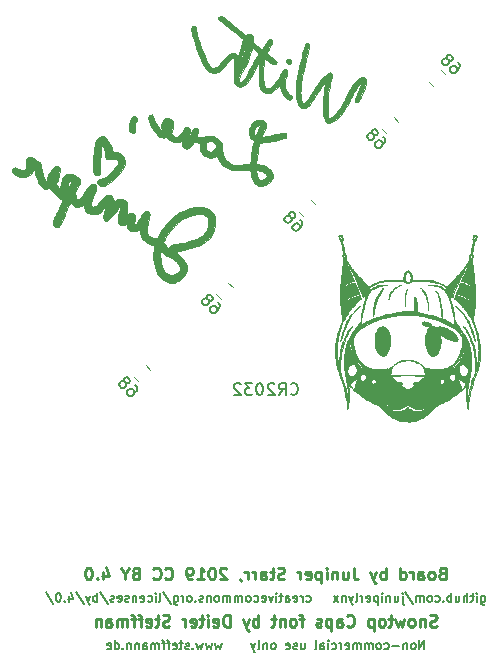
<source format=gbo>
G04 #@! TF.GenerationSoftware,KiCad,Pcbnew,5.1.4-e60b266~84~ubuntu19.04.1*
G04 #@! TF.CreationDate,2019-10-10T20:23:52-06:00*
G04 #@! TF.ProjectId,Christmas Card,43687269-7374-46d6-9173-20436172642e,rev?*
G04 #@! TF.SameCoordinates,Original*
G04 #@! TF.FileFunction,Legend,Bot*
G04 #@! TF.FilePolarity,Positive*
%FSLAX46Y46*%
G04 Gerber Fmt 4.6, Leading zero omitted, Abs format (unit mm)*
G04 Created by KiCad (PCBNEW 5.1.4-e60b266~84~ubuntu19.04.1) date 2019-10-10 20:23:52*
%MOMM*%
%LPD*%
G04 APERTURE LIST*
%ADD10C,0.187500*%
%ADD11C,0.250000*%
%ADD12C,0.010000*%
%ADD13C,0.120000*%
%ADD14C,0.150000*%
G04 APERTURE END LIST*
D10*
X135928571Y-113339285D02*
X135928571Y-112589285D01*
X135500000Y-113339285D01*
X135500000Y-112589285D01*
X135035714Y-113339285D02*
X135107142Y-113303571D01*
X135142857Y-113267857D01*
X135178571Y-113196428D01*
X135178571Y-112982142D01*
X135142857Y-112910714D01*
X135107142Y-112875000D01*
X135035714Y-112839285D01*
X134928571Y-112839285D01*
X134857142Y-112875000D01*
X134821428Y-112910714D01*
X134785714Y-112982142D01*
X134785714Y-113196428D01*
X134821428Y-113267857D01*
X134857142Y-113303571D01*
X134928571Y-113339285D01*
X135035714Y-113339285D01*
X134464285Y-112839285D02*
X134464285Y-113339285D01*
X134464285Y-112910714D02*
X134428571Y-112875000D01*
X134357142Y-112839285D01*
X134250000Y-112839285D01*
X134178571Y-112875000D01*
X134142857Y-112946428D01*
X134142857Y-113339285D01*
X133785714Y-113053571D02*
X133214285Y-113053571D01*
X132535714Y-113303571D02*
X132607142Y-113339285D01*
X132750000Y-113339285D01*
X132821428Y-113303571D01*
X132857142Y-113267857D01*
X132892857Y-113196428D01*
X132892857Y-112982142D01*
X132857142Y-112910714D01*
X132821428Y-112875000D01*
X132750000Y-112839285D01*
X132607142Y-112839285D01*
X132535714Y-112875000D01*
X132107142Y-113339285D02*
X132178571Y-113303571D01*
X132214285Y-113267857D01*
X132250000Y-113196428D01*
X132250000Y-112982142D01*
X132214285Y-112910714D01*
X132178571Y-112875000D01*
X132107142Y-112839285D01*
X132000000Y-112839285D01*
X131928571Y-112875000D01*
X131892857Y-112910714D01*
X131857142Y-112982142D01*
X131857142Y-113196428D01*
X131892857Y-113267857D01*
X131928571Y-113303571D01*
X132000000Y-113339285D01*
X132107142Y-113339285D01*
X131535714Y-113339285D02*
X131535714Y-112839285D01*
X131535714Y-112910714D02*
X131500000Y-112875000D01*
X131428571Y-112839285D01*
X131321428Y-112839285D01*
X131250000Y-112875000D01*
X131214285Y-112946428D01*
X131214285Y-113339285D01*
X131214285Y-112946428D02*
X131178571Y-112875000D01*
X131107142Y-112839285D01*
X131000000Y-112839285D01*
X130928571Y-112875000D01*
X130892857Y-112946428D01*
X130892857Y-113339285D01*
X130535714Y-113339285D02*
X130535714Y-112839285D01*
X130535714Y-112910714D02*
X130500000Y-112875000D01*
X130428571Y-112839285D01*
X130321428Y-112839285D01*
X130250000Y-112875000D01*
X130214285Y-112946428D01*
X130214285Y-113339285D01*
X130214285Y-112946428D02*
X130178571Y-112875000D01*
X130107142Y-112839285D01*
X130000000Y-112839285D01*
X129928571Y-112875000D01*
X129892857Y-112946428D01*
X129892857Y-113339285D01*
X129250000Y-113303571D02*
X129321428Y-113339285D01*
X129464285Y-113339285D01*
X129535714Y-113303571D01*
X129571428Y-113232142D01*
X129571428Y-112946428D01*
X129535714Y-112875000D01*
X129464285Y-112839285D01*
X129321428Y-112839285D01*
X129250000Y-112875000D01*
X129214285Y-112946428D01*
X129214285Y-113017857D01*
X129571428Y-113089285D01*
X128892857Y-113339285D02*
X128892857Y-112839285D01*
X128892857Y-112982142D02*
X128857142Y-112910714D01*
X128821428Y-112875000D01*
X128750000Y-112839285D01*
X128678571Y-112839285D01*
X128107142Y-113303571D02*
X128178571Y-113339285D01*
X128321428Y-113339285D01*
X128392857Y-113303571D01*
X128428571Y-113267857D01*
X128464285Y-113196428D01*
X128464285Y-112982142D01*
X128428571Y-112910714D01*
X128392857Y-112875000D01*
X128321428Y-112839285D01*
X128178571Y-112839285D01*
X128107142Y-112875000D01*
X127785714Y-113339285D02*
X127785714Y-112839285D01*
X127785714Y-112589285D02*
X127821428Y-112625000D01*
X127785714Y-112660714D01*
X127750000Y-112625000D01*
X127785714Y-112589285D01*
X127785714Y-112660714D01*
X127107142Y-113339285D02*
X127107142Y-112946428D01*
X127142857Y-112875000D01*
X127214285Y-112839285D01*
X127357142Y-112839285D01*
X127428571Y-112875000D01*
X127107142Y-113303571D02*
X127178571Y-113339285D01*
X127357142Y-113339285D01*
X127428571Y-113303571D01*
X127464285Y-113232142D01*
X127464285Y-113160714D01*
X127428571Y-113089285D01*
X127357142Y-113053571D01*
X127178571Y-113053571D01*
X127107142Y-113017857D01*
X126642857Y-113339285D02*
X126714285Y-113303571D01*
X126750000Y-113232142D01*
X126750000Y-112589285D01*
X125464285Y-112839285D02*
X125464285Y-113339285D01*
X125785714Y-112839285D02*
X125785714Y-113232142D01*
X125750000Y-113303571D01*
X125678571Y-113339285D01*
X125571428Y-113339285D01*
X125500000Y-113303571D01*
X125464285Y-113267857D01*
X125142857Y-113303571D02*
X125071428Y-113339285D01*
X124928571Y-113339285D01*
X124857142Y-113303571D01*
X124821428Y-113232142D01*
X124821428Y-113196428D01*
X124857142Y-113125000D01*
X124928571Y-113089285D01*
X125035714Y-113089285D01*
X125107142Y-113053571D01*
X125142857Y-112982142D01*
X125142857Y-112946428D01*
X125107142Y-112875000D01*
X125035714Y-112839285D01*
X124928571Y-112839285D01*
X124857142Y-112875000D01*
X124214285Y-113303571D02*
X124285714Y-113339285D01*
X124428571Y-113339285D01*
X124500000Y-113303571D01*
X124535714Y-113232142D01*
X124535714Y-112946428D01*
X124500000Y-112875000D01*
X124428571Y-112839285D01*
X124285714Y-112839285D01*
X124214285Y-112875000D01*
X124178571Y-112946428D01*
X124178571Y-113017857D01*
X124535714Y-113089285D01*
X123178571Y-113339285D02*
X123250000Y-113303571D01*
X123285714Y-113267857D01*
X123321428Y-113196428D01*
X123321428Y-112982142D01*
X123285714Y-112910714D01*
X123250000Y-112875000D01*
X123178571Y-112839285D01*
X123071428Y-112839285D01*
X123000000Y-112875000D01*
X122964285Y-112910714D01*
X122928571Y-112982142D01*
X122928571Y-113196428D01*
X122964285Y-113267857D01*
X123000000Y-113303571D01*
X123071428Y-113339285D01*
X123178571Y-113339285D01*
X122607142Y-112839285D02*
X122607142Y-113339285D01*
X122607142Y-112910714D02*
X122571428Y-112875000D01*
X122500000Y-112839285D01*
X122392857Y-112839285D01*
X122321428Y-112875000D01*
X122285714Y-112946428D01*
X122285714Y-113339285D01*
X121821428Y-113339285D02*
X121892857Y-113303571D01*
X121928571Y-113232142D01*
X121928571Y-112589285D01*
X121607142Y-112839285D02*
X121428571Y-113339285D01*
X121250000Y-112839285D02*
X121428571Y-113339285D01*
X121500000Y-113517857D01*
X121535714Y-113553571D01*
X121607142Y-113589285D01*
X118750000Y-112839285D02*
X118607142Y-113339285D01*
X118464285Y-112982142D01*
X118321428Y-113339285D01*
X118178571Y-112839285D01*
X117964285Y-112839285D02*
X117821428Y-113339285D01*
X117678571Y-112982142D01*
X117535714Y-113339285D01*
X117392857Y-112839285D01*
X117178571Y-112839285D02*
X117035714Y-113339285D01*
X116892857Y-112982142D01*
X116750000Y-113339285D01*
X116607142Y-112839285D01*
X116321428Y-113267857D02*
X116285714Y-113303571D01*
X116321428Y-113339285D01*
X116357142Y-113303571D01*
X116321428Y-113267857D01*
X116321428Y-113339285D01*
X116000000Y-113303571D02*
X115928571Y-113339285D01*
X115785714Y-113339285D01*
X115714285Y-113303571D01*
X115678571Y-113232142D01*
X115678571Y-113196428D01*
X115714285Y-113125000D01*
X115785714Y-113089285D01*
X115892857Y-113089285D01*
X115964285Y-113053571D01*
X116000000Y-112982142D01*
X116000000Y-112946428D01*
X115964285Y-112875000D01*
X115892857Y-112839285D01*
X115785714Y-112839285D01*
X115714285Y-112875000D01*
X115464285Y-112839285D02*
X115178571Y-112839285D01*
X115357142Y-112589285D02*
X115357142Y-113232142D01*
X115321428Y-113303571D01*
X115250000Y-113339285D01*
X115178571Y-113339285D01*
X114642857Y-113303571D02*
X114714285Y-113339285D01*
X114857142Y-113339285D01*
X114928571Y-113303571D01*
X114964285Y-113232142D01*
X114964285Y-112946428D01*
X114928571Y-112875000D01*
X114857142Y-112839285D01*
X114714285Y-112839285D01*
X114642857Y-112875000D01*
X114607142Y-112946428D01*
X114607142Y-113017857D01*
X114964285Y-113089285D01*
X114392857Y-112839285D02*
X114107142Y-112839285D01*
X114285714Y-113339285D02*
X114285714Y-112696428D01*
X114250000Y-112625000D01*
X114178571Y-112589285D01*
X114107142Y-112589285D01*
X113964285Y-112839285D02*
X113678571Y-112839285D01*
X113857142Y-113339285D02*
X113857142Y-112696428D01*
X113821428Y-112625000D01*
X113750000Y-112589285D01*
X113678571Y-112589285D01*
X113428571Y-113339285D02*
X113428571Y-112839285D01*
X113428571Y-112910714D02*
X113392857Y-112875000D01*
X113321428Y-112839285D01*
X113214285Y-112839285D01*
X113142857Y-112875000D01*
X113107142Y-112946428D01*
X113107142Y-113339285D01*
X113107142Y-112946428D02*
X113071428Y-112875000D01*
X113000000Y-112839285D01*
X112892857Y-112839285D01*
X112821428Y-112875000D01*
X112785714Y-112946428D01*
X112785714Y-113339285D01*
X112107142Y-113339285D02*
X112107142Y-112946428D01*
X112142857Y-112875000D01*
X112214285Y-112839285D01*
X112357142Y-112839285D01*
X112428571Y-112875000D01*
X112107142Y-113303571D02*
X112178571Y-113339285D01*
X112357142Y-113339285D01*
X112428571Y-113303571D01*
X112464285Y-113232142D01*
X112464285Y-113160714D01*
X112428571Y-113089285D01*
X112357142Y-113053571D01*
X112178571Y-113053571D01*
X112107142Y-113017857D01*
X111750000Y-112839285D02*
X111750000Y-113339285D01*
X111750000Y-112910714D02*
X111714285Y-112875000D01*
X111642857Y-112839285D01*
X111535714Y-112839285D01*
X111464285Y-112875000D01*
X111428571Y-112946428D01*
X111428571Y-113339285D01*
X111071428Y-112839285D02*
X111071428Y-113339285D01*
X111071428Y-112910714D02*
X111035714Y-112875000D01*
X110964285Y-112839285D01*
X110857142Y-112839285D01*
X110785714Y-112875000D01*
X110750000Y-112946428D01*
X110750000Y-113339285D01*
X110392857Y-113267857D02*
X110357142Y-113303571D01*
X110392857Y-113339285D01*
X110428571Y-113303571D01*
X110392857Y-113267857D01*
X110392857Y-113339285D01*
X109714285Y-113339285D02*
X109714285Y-112589285D01*
X109714285Y-113303571D02*
X109785714Y-113339285D01*
X109928571Y-113339285D01*
X110000000Y-113303571D01*
X110035714Y-113267857D01*
X110071428Y-113196428D01*
X110071428Y-112982142D01*
X110035714Y-112910714D01*
X110000000Y-112875000D01*
X109928571Y-112839285D01*
X109785714Y-112839285D01*
X109714285Y-112875000D01*
X109071428Y-113303571D02*
X109142857Y-113339285D01*
X109285714Y-113339285D01*
X109357142Y-113303571D01*
X109392857Y-113232142D01*
X109392857Y-112946428D01*
X109357142Y-112875000D01*
X109285714Y-112839285D01*
X109142857Y-112839285D01*
X109071428Y-112875000D01*
X109035714Y-112946428D01*
X109035714Y-113017857D01*
X109392857Y-113089285D01*
D11*
X136952380Y-111404761D02*
X136809523Y-111452380D01*
X136571428Y-111452380D01*
X136476190Y-111404761D01*
X136428571Y-111357142D01*
X136380952Y-111261904D01*
X136380952Y-111166666D01*
X136428571Y-111071428D01*
X136476190Y-111023809D01*
X136571428Y-110976190D01*
X136761904Y-110928571D01*
X136857142Y-110880952D01*
X136904761Y-110833333D01*
X136952380Y-110738095D01*
X136952380Y-110642857D01*
X136904761Y-110547619D01*
X136857142Y-110500000D01*
X136761904Y-110452380D01*
X136523809Y-110452380D01*
X136380952Y-110500000D01*
X135952380Y-110785714D02*
X135952380Y-111452380D01*
X135952380Y-110880952D02*
X135904761Y-110833333D01*
X135809523Y-110785714D01*
X135666666Y-110785714D01*
X135571428Y-110833333D01*
X135523809Y-110928571D01*
X135523809Y-111452380D01*
X134904761Y-111452380D02*
X135000000Y-111404761D01*
X135047619Y-111357142D01*
X135095238Y-111261904D01*
X135095238Y-110976190D01*
X135047619Y-110880952D01*
X135000000Y-110833333D01*
X134904761Y-110785714D01*
X134761904Y-110785714D01*
X134666666Y-110833333D01*
X134619047Y-110880952D01*
X134571428Y-110976190D01*
X134571428Y-111261904D01*
X134619047Y-111357142D01*
X134666666Y-111404761D01*
X134761904Y-111452380D01*
X134904761Y-111452380D01*
X134238095Y-110785714D02*
X134047619Y-111452380D01*
X133857142Y-110976190D01*
X133666666Y-111452380D01*
X133476190Y-110785714D01*
X133238095Y-110785714D02*
X132857142Y-110785714D01*
X133095238Y-110452380D02*
X133095238Y-111309523D01*
X133047619Y-111404761D01*
X132952380Y-111452380D01*
X132857142Y-111452380D01*
X132380952Y-111452380D02*
X132476190Y-111404761D01*
X132523809Y-111357142D01*
X132571428Y-111261904D01*
X132571428Y-110976190D01*
X132523809Y-110880952D01*
X132476190Y-110833333D01*
X132380952Y-110785714D01*
X132238095Y-110785714D01*
X132142857Y-110833333D01*
X132095238Y-110880952D01*
X132047619Y-110976190D01*
X132047619Y-111261904D01*
X132095238Y-111357142D01*
X132142857Y-111404761D01*
X132238095Y-111452380D01*
X132380952Y-111452380D01*
X131619047Y-110785714D02*
X131619047Y-111785714D01*
X131619047Y-110833333D02*
X131523809Y-110785714D01*
X131333333Y-110785714D01*
X131238095Y-110833333D01*
X131190476Y-110880952D01*
X131142857Y-110976190D01*
X131142857Y-111261904D01*
X131190476Y-111357142D01*
X131238095Y-111404761D01*
X131333333Y-111452380D01*
X131523809Y-111452380D01*
X131619047Y-111404761D01*
X129380952Y-111357142D02*
X129428571Y-111404761D01*
X129571428Y-111452380D01*
X129666666Y-111452380D01*
X129809523Y-111404761D01*
X129904761Y-111309523D01*
X129952380Y-111214285D01*
X130000000Y-111023809D01*
X130000000Y-110880952D01*
X129952380Y-110690476D01*
X129904761Y-110595238D01*
X129809523Y-110500000D01*
X129666666Y-110452380D01*
X129571428Y-110452380D01*
X129428571Y-110500000D01*
X129380952Y-110547619D01*
X128523809Y-111452380D02*
X128523809Y-110928571D01*
X128571428Y-110833333D01*
X128666666Y-110785714D01*
X128857142Y-110785714D01*
X128952380Y-110833333D01*
X128523809Y-111404761D02*
X128619047Y-111452380D01*
X128857142Y-111452380D01*
X128952380Y-111404761D01*
X129000000Y-111309523D01*
X129000000Y-111214285D01*
X128952380Y-111119047D01*
X128857142Y-111071428D01*
X128619047Y-111071428D01*
X128523809Y-111023809D01*
X128047619Y-110785714D02*
X128047619Y-111785714D01*
X128047619Y-110833333D02*
X127952380Y-110785714D01*
X127761904Y-110785714D01*
X127666666Y-110833333D01*
X127619047Y-110880952D01*
X127571428Y-110976190D01*
X127571428Y-111261904D01*
X127619047Y-111357142D01*
X127666666Y-111404761D01*
X127761904Y-111452380D01*
X127952380Y-111452380D01*
X128047619Y-111404761D01*
X127190476Y-111404761D02*
X127095238Y-111452380D01*
X126904761Y-111452380D01*
X126809523Y-111404761D01*
X126761904Y-111309523D01*
X126761904Y-111261904D01*
X126809523Y-111166666D01*
X126904761Y-111119047D01*
X127047619Y-111119047D01*
X127142857Y-111071428D01*
X127190476Y-110976190D01*
X127190476Y-110928571D01*
X127142857Y-110833333D01*
X127047619Y-110785714D01*
X126904761Y-110785714D01*
X126809523Y-110833333D01*
X125714285Y-110785714D02*
X125333333Y-110785714D01*
X125571428Y-111452380D02*
X125571428Y-110595238D01*
X125523809Y-110500000D01*
X125428571Y-110452380D01*
X125333333Y-110452380D01*
X124857142Y-111452380D02*
X124952380Y-111404761D01*
X125000000Y-111357142D01*
X125047619Y-111261904D01*
X125047619Y-110976190D01*
X125000000Y-110880952D01*
X124952380Y-110833333D01*
X124857142Y-110785714D01*
X124714285Y-110785714D01*
X124619047Y-110833333D01*
X124571428Y-110880952D01*
X124523809Y-110976190D01*
X124523809Y-111261904D01*
X124571428Y-111357142D01*
X124619047Y-111404761D01*
X124714285Y-111452380D01*
X124857142Y-111452380D01*
X124095238Y-110785714D02*
X124095238Y-111452380D01*
X124095238Y-110880952D02*
X124047619Y-110833333D01*
X123952380Y-110785714D01*
X123809523Y-110785714D01*
X123714285Y-110833333D01*
X123666666Y-110928571D01*
X123666666Y-111452380D01*
X123333333Y-110785714D02*
X122952380Y-110785714D01*
X123190476Y-110452380D02*
X123190476Y-111309523D01*
X123142857Y-111404761D01*
X123047619Y-111452380D01*
X122952380Y-111452380D01*
X121857142Y-111452380D02*
X121857142Y-110452380D01*
X121857142Y-110833333D02*
X121761904Y-110785714D01*
X121571428Y-110785714D01*
X121476190Y-110833333D01*
X121428571Y-110880952D01*
X121380952Y-110976190D01*
X121380952Y-111261904D01*
X121428571Y-111357142D01*
X121476190Y-111404761D01*
X121571428Y-111452380D01*
X121761904Y-111452380D01*
X121857142Y-111404761D01*
X121047619Y-110785714D02*
X120809523Y-111452380D01*
X120571428Y-110785714D02*
X120809523Y-111452380D01*
X120904761Y-111690476D01*
X120952380Y-111738095D01*
X121047619Y-111785714D01*
X119428571Y-111452380D02*
X119428571Y-110452380D01*
X119190476Y-110452380D01*
X119047619Y-110500000D01*
X118952380Y-110595238D01*
X118904761Y-110690476D01*
X118857142Y-110880952D01*
X118857142Y-111023809D01*
X118904761Y-111214285D01*
X118952380Y-111309523D01*
X119047619Y-111404761D01*
X119190476Y-111452380D01*
X119428571Y-111452380D01*
X118047619Y-111404761D02*
X118142857Y-111452380D01*
X118333333Y-111452380D01*
X118428571Y-111404761D01*
X118476190Y-111309523D01*
X118476190Y-110928571D01*
X118428571Y-110833333D01*
X118333333Y-110785714D01*
X118142857Y-110785714D01*
X118047619Y-110833333D01*
X118000000Y-110928571D01*
X118000000Y-111023809D01*
X118476190Y-111119047D01*
X117571428Y-111452380D02*
X117571428Y-110785714D01*
X117571428Y-110452380D02*
X117619047Y-110500000D01*
X117571428Y-110547619D01*
X117523809Y-110500000D01*
X117571428Y-110452380D01*
X117571428Y-110547619D01*
X117238095Y-110785714D02*
X116857142Y-110785714D01*
X117095238Y-110452380D02*
X117095238Y-111309523D01*
X117047619Y-111404761D01*
X116952380Y-111452380D01*
X116857142Y-111452380D01*
X116142857Y-111404761D02*
X116238095Y-111452380D01*
X116428571Y-111452380D01*
X116523809Y-111404761D01*
X116571428Y-111309523D01*
X116571428Y-110928571D01*
X116523809Y-110833333D01*
X116428571Y-110785714D01*
X116238095Y-110785714D01*
X116142857Y-110833333D01*
X116095238Y-110928571D01*
X116095238Y-111023809D01*
X116571428Y-111119047D01*
X115666666Y-111452380D02*
X115666666Y-110785714D01*
X115666666Y-110976190D02*
X115619047Y-110880952D01*
X115571428Y-110833333D01*
X115476190Y-110785714D01*
X115380952Y-110785714D01*
X114333333Y-111404761D02*
X114190476Y-111452380D01*
X113952380Y-111452380D01*
X113857142Y-111404761D01*
X113809523Y-111357142D01*
X113761904Y-111261904D01*
X113761904Y-111166666D01*
X113809523Y-111071428D01*
X113857142Y-111023809D01*
X113952380Y-110976190D01*
X114142857Y-110928571D01*
X114238095Y-110880952D01*
X114285714Y-110833333D01*
X114333333Y-110738095D01*
X114333333Y-110642857D01*
X114285714Y-110547619D01*
X114238095Y-110500000D01*
X114142857Y-110452380D01*
X113904761Y-110452380D01*
X113761904Y-110500000D01*
X113476190Y-110785714D02*
X113095238Y-110785714D01*
X113333333Y-110452380D02*
X113333333Y-111309523D01*
X113285714Y-111404761D01*
X113190476Y-111452380D01*
X113095238Y-111452380D01*
X112380952Y-111404761D02*
X112476190Y-111452380D01*
X112666666Y-111452380D01*
X112761904Y-111404761D01*
X112809523Y-111309523D01*
X112809523Y-110928571D01*
X112761904Y-110833333D01*
X112666666Y-110785714D01*
X112476190Y-110785714D01*
X112380952Y-110833333D01*
X112333333Y-110928571D01*
X112333333Y-111023809D01*
X112809523Y-111119047D01*
X112047619Y-110785714D02*
X111666666Y-110785714D01*
X111904761Y-111452380D02*
X111904761Y-110595238D01*
X111857142Y-110500000D01*
X111761904Y-110452380D01*
X111666666Y-110452380D01*
X111476190Y-110785714D02*
X111095238Y-110785714D01*
X111333333Y-111452380D02*
X111333333Y-110595238D01*
X111285714Y-110500000D01*
X111190476Y-110452380D01*
X111095238Y-110452380D01*
X110761904Y-111452380D02*
X110761904Y-110785714D01*
X110761904Y-110880952D02*
X110714285Y-110833333D01*
X110619047Y-110785714D01*
X110476190Y-110785714D01*
X110380952Y-110833333D01*
X110333333Y-110928571D01*
X110333333Y-111452380D01*
X110333333Y-110928571D02*
X110285714Y-110833333D01*
X110190476Y-110785714D01*
X110047619Y-110785714D01*
X109952380Y-110833333D01*
X109904761Y-110928571D01*
X109904761Y-111452380D01*
X109000000Y-111452380D02*
X109000000Y-110928571D01*
X109047619Y-110833333D01*
X109142857Y-110785714D01*
X109333333Y-110785714D01*
X109428571Y-110833333D01*
X109000000Y-111404761D02*
X109095238Y-111452380D01*
X109333333Y-111452380D01*
X109428571Y-111404761D01*
X109476190Y-111309523D01*
X109476190Y-111214285D01*
X109428571Y-111119047D01*
X109333333Y-111071428D01*
X109095238Y-111071428D01*
X109000000Y-111023809D01*
X108523809Y-110785714D02*
X108523809Y-111452380D01*
X108523809Y-110880952D02*
X108476190Y-110833333D01*
X108380952Y-110785714D01*
X108238095Y-110785714D01*
X108142857Y-110833333D01*
X108095238Y-110928571D01*
X108095238Y-111452380D01*
D10*
X140714285Y-108839285D02*
X140714285Y-109446428D01*
X140750000Y-109517857D01*
X140785714Y-109553571D01*
X140857142Y-109589285D01*
X140964285Y-109589285D01*
X141035714Y-109553571D01*
X140714285Y-109303571D02*
X140785714Y-109339285D01*
X140928571Y-109339285D01*
X141000000Y-109303571D01*
X141035714Y-109267857D01*
X141071428Y-109196428D01*
X141071428Y-108982142D01*
X141035714Y-108910714D01*
X141000000Y-108875000D01*
X140928571Y-108839285D01*
X140785714Y-108839285D01*
X140714285Y-108875000D01*
X140357142Y-109339285D02*
X140357142Y-108839285D01*
X140357142Y-108589285D02*
X140392857Y-108625000D01*
X140357142Y-108660714D01*
X140321428Y-108625000D01*
X140357142Y-108589285D01*
X140357142Y-108660714D01*
X140107142Y-108839285D02*
X139821428Y-108839285D01*
X140000000Y-108589285D02*
X140000000Y-109232142D01*
X139964285Y-109303571D01*
X139892857Y-109339285D01*
X139821428Y-109339285D01*
X139571428Y-109339285D02*
X139571428Y-108589285D01*
X139250000Y-109339285D02*
X139250000Y-108946428D01*
X139285714Y-108875000D01*
X139357142Y-108839285D01*
X139464285Y-108839285D01*
X139535714Y-108875000D01*
X139571428Y-108910714D01*
X138571428Y-108839285D02*
X138571428Y-109339285D01*
X138892857Y-108839285D02*
X138892857Y-109232142D01*
X138857142Y-109303571D01*
X138785714Y-109339285D01*
X138678571Y-109339285D01*
X138607142Y-109303571D01*
X138571428Y-109267857D01*
X138214285Y-109339285D02*
X138214285Y-108589285D01*
X138214285Y-108875000D02*
X138142857Y-108839285D01*
X138000000Y-108839285D01*
X137928571Y-108875000D01*
X137892857Y-108910714D01*
X137857142Y-108982142D01*
X137857142Y-109196428D01*
X137892857Y-109267857D01*
X137928571Y-109303571D01*
X138000000Y-109339285D01*
X138142857Y-109339285D01*
X138214285Y-109303571D01*
X137535714Y-109267857D02*
X137500000Y-109303571D01*
X137535714Y-109339285D01*
X137571428Y-109303571D01*
X137535714Y-109267857D01*
X137535714Y-109339285D01*
X136857142Y-109303571D02*
X136928571Y-109339285D01*
X137071428Y-109339285D01*
X137142857Y-109303571D01*
X137178571Y-109267857D01*
X137214285Y-109196428D01*
X137214285Y-108982142D01*
X137178571Y-108910714D01*
X137142857Y-108875000D01*
X137071428Y-108839285D01*
X136928571Y-108839285D01*
X136857142Y-108875000D01*
X136428571Y-109339285D02*
X136500000Y-109303571D01*
X136535714Y-109267857D01*
X136571428Y-109196428D01*
X136571428Y-108982142D01*
X136535714Y-108910714D01*
X136500000Y-108875000D01*
X136428571Y-108839285D01*
X136321428Y-108839285D01*
X136250000Y-108875000D01*
X136214285Y-108910714D01*
X136178571Y-108982142D01*
X136178571Y-109196428D01*
X136214285Y-109267857D01*
X136250000Y-109303571D01*
X136321428Y-109339285D01*
X136428571Y-109339285D01*
X135857142Y-109339285D02*
X135857142Y-108839285D01*
X135857142Y-108910714D02*
X135821428Y-108875000D01*
X135750000Y-108839285D01*
X135642857Y-108839285D01*
X135571428Y-108875000D01*
X135535714Y-108946428D01*
X135535714Y-109339285D01*
X135535714Y-108946428D02*
X135500000Y-108875000D01*
X135428571Y-108839285D01*
X135321428Y-108839285D01*
X135250000Y-108875000D01*
X135214285Y-108946428D01*
X135214285Y-109339285D01*
X134321428Y-108553571D02*
X134964285Y-109517857D01*
X134071428Y-108839285D02*
X134071428Y-109482142D01*
X134107142Y-109553571D01*
X134178571Y-109589285D01*
X134214285Y-109589285D01*
X134071428Y-108589285D02*
X134107142Y-108625000D01*
X134071428Y-108660714D01*
X134035714Y-108625000D01*
X134071428Y-108589285D01*
X134071428Y-108660714D01*
X133392857Y-108839285D02*
X133392857Y-109339285D01*
X133714285Y-108839285D02*
X133714285Y-109232142D01*
X133678571Y-109303571D01*
X133607142Y-109339285D01*
X133500000Y-109339285D01*
X133428571Y-109303571D01*
X133392857Y-109267857D01*
X133035714Y-108839285D02*
X133035714Y-109339285D01*
X133035714Y-108910714D02*
X133000000Y-108875000D01*
X132928571Y-108839285D01*
X132821428Y-108839285D01*
X132750000Y-108875000D01*
X132714285Y-108946428D01*
X132714285Y-109339285D01*
X132357142Y-109339285D02*
X132357142Y-108839285D01*
X132357142Y-108589285D02*
X132392857Y-108625000D01*
X132357142Y-108660714D01*
X132321428Y-108625000D01*
X132357142Y-108589285D01*
X132357142Y-108660714D01*
X132000000Y-108839285D02*
X132000000Y-109589285D01*
X132000000Y-108875000D02*
X131928571Y-108839285D01*
X131785714Y-108839285D01*
X131714285Y-108875000D01*
X131678571Y-108910714D01*
X131642857Y-108982142D01*
X131642857Y-109196428D01*
X131678571Y-109267857D01*
X131714285Y-109303571D01*
X131785714Y-109339285D01*
X131928571Y-109339285D01*
X132000000Y-109303571D01*
X131035714Y-109303571D02*
X131107142Y-109339285D01*
X131250000Y-109339285D01*
X131321428Y-109303571D01*
X131357142Y-109232142D01*
X131357142Y-108946428D01*
X131321428Y-108875000D01*
X131250000Y-108839285D01*
X131107142Y-108839285D01*
X131035714Y-108875000D01*
X131000000Y-108946428D01*
X131000000Y-109017857D01*
X131357142Y-109089285D01*
X130678571Y-109339285D02*
X130678571Y-108839285D01*
X130678571Y-108982142D02*
X130642857Y-108910714D01*
X130607142Y-108875000D01*
X130535714Y-108839285D01*
X130464285Y-108839285D01*
X130107142Y-109339285D02*
X130178571Y-109303571D01*
X130214285Y-109232142D01*
X130214285Y-108589285D01*
X129892857Y-108839285D02*
X129714285Y-109339285D01*
X129535714Y-108839285D02*
X129714285Y-109339285D01*
X129785714Y-109517857D01*
X129821428Y-109553571D01*
X129892857Y-109589285D01*
X129250000Y-108839285D02*
X129250000Y-109339285D01*
X129250000Y-108910714D02*
X129214285Y-108875000D01*
X129142857Y-108839285D01*
X129035714Y-108839285D01*
X128964285Y-108875000D01*
X128928571Y-108946428D01*
X128928571Y-109339285D01*
X128642857Y-109339285D02*
X128250000Y-108839285D01*
X128642857Y-108839285D02*
X128250000Y-109339285D01*
X125928571Y-109303571D02*
X126000000Y-109339285D01*
X126142857Y-109339285D01*
X126214285Y-109303571D01*
X126250000Y-109267857D01*
X126285714Y-109196428D01*
X126285714Y-108982142D01*
X126250000Y-108910714D01*
X126214285Y-108875000D01*
X126142857Y-108839285D01*
X126000000Y-108839285D01*
X125928571Y-108875000D01*
X125607142Y-109339285D02*
X125607142Y-108839285D01*
X125607142Y-108982142D02*
X125571428Y-108910714D01*
X125535714Y-108875000D01*
X125464285Y-108839285D01*
X125392857Y-108839285D01*
X124857142Y-109303571D02*
X124928571Y-109339285D01*
X125071428Y-109339285D01*
X125142857Y-109303571D01*
X125178571Y-109232142D01*
X125178571Y-108946428D01*
X125142857Y-108875000D01*
X125071428Y-108839285D01*
X124928571Y-108839285D01*
X124857142Y-108875000D01*
X124821428Y-108946428D01*
X124821428Y-109017857D01*
X125178571Y-109089285D01*
X124178571Y-109339285D02*
X124178571Y-108946428D01*
X124214285Y-108875000D01*
X124285714Y-108839285D01*
X124428571Y-108839285D01*
X124500000Y-108875000D01*
X124178571Y-109303571D02*
X124250000Y-109339285D01*
X124428571Y-109339285D01*
X124500000Y-109303571D01*
X124535714Y-109232142D01*
X124535714Y-109160714D01*
X124500000Y-109089285D01*
X124428571Y-109053571D01*
X124250000Y-109053571D01*
X124178571Y-109017857D01*
X123928571Y-108839285D02*
X123642857Y-108839285D01*
X123821428Y-108589285D02*
X123821428Y-109232142D01*
X123785714Y-109303571D01*
X123714285Y-109339285D01*
X123642857Y-109339285D01*
X123392857Y-109339285D02*
X123392857Y-108839285D01*
X123392857Y-108589285D02*
X123428571Y-108625000D01*
X123392857Y-108660714D01*
X123357142Y-108625000D01*
X123392857Y-108589285D01*
X123392857Y-108660714D01*
X123107142Y-108839285D02*
X122928571Y-109339285D01*
X122750000Y-108839285D01*
X122178571Y-109303571D02*
X122250000Y-109339285D01*
X122392857Y-109339285D01*
X122464285Y-109303571D01*
X122500000Y-109232142D01*
X122500000Y-108946428D01*
X122464285Y-108875000D01*
X122392857Y-108839285D01*
X122250000Y-108839285D01*
X122178571Y-108875000D01*
X122142857Y-108946428D01*
X122142857Y-109017857D01*
X122500000Y-109089285D01*
X121500000Y-109303571D02*
X121571428Y-109339285D01*
X121714285Y-109339285D01*
X121785714Y-109303571D01*
X121821428Y-109267857D01*
X121857142Y-109196428D01*
X121857142Y-108982142D01*
X121821428Y-108910714D01*
X121785714Y-108875000D01*
X121714285Y-108839285D01*
X121571428Y-108839285D01*
X121500000Y-108875000D01*
X121071428Y-109339285D02*
X121142857Y-109303571D01*
X121178571Y-109267857D01*
X121214285Y-109196428D01*
X121214285Y-108982142D01*
X121178571Y-108910714D01*
X121142857Y-108875000D01*
X121071428Y-108839285D01*
X120964285Y-108839285D01*
X120892857Y-108875000D01*
X120857142Y-108910714D01*
X120821428Y-108982142D01*
X120821428Y-109196428D01*
X120857142Y-109267857D01*
X120892857Y-109303571D01*
X120964285Y-109339285D01*
X121071428Y-109339285D01*
X120500000Y-109339285D02*
X120500000Y-108839285D01*
X120500000Y-108910714D02*
X120464285Y-108875000D01*
X120392857Y-108839285D01*
X120285714Y-108839285D01*
X120214285Y-108875000D01*
X120178571Y-108946428D01*
X120178571Y-109339285D01*
X120178571Y-108946428D02*
X120142857Y-108875000D01*
X120071428Y-108839285D01*
X119964285Y-108839285D01*
X119892857Y-108875000D01*
X119857142Y-108946428D01*
X119857142Y-109339285D01*
X119500000Y-109339285D02*
X119500000Y-108839285D01*
X119500000Y-108910714D02*
X119464285Y-108875000D01*
X119392857Y-108839285D01*
X119285714Y-108839285D01*
X119214285Y-108875000D01*
X119178571Y-108946428D01*
X119178571Y-109339285D01*
X119178571Y-108946428D02*
X119142857Y-108875000D01*
X119071428Y-108839285D01*
X118964285Y-108839285D01*
X118892857Y-108875000D01*
X118857142Y-108946428D01*
X118857142Y-109339285D01*
X118392857Y-109339285D02*
X118464285Y-109303571D01*
X118500000Y-109267857D01*
X118535714Y-109196428D01*
X118535714Y-108982142D01*
X118500000Y-108910714D01*
X118464285Y-108875000D01*
X118392857Y-108839285D01*
X118285714Y-108839285D01*
X118214285Y-108875000D01*
X118178571Y-108910714D01*
X118142857Y-108982142D01*
X118142857Y-109196428D01*
X118178571Y-109267857D01*
X118214285Y-109303571D01*
X118285714Y-109339285D01*
X118392857Y-109339285D01*
X117821428Y-108839285D02*
X117821428Y-109339285D01*
X117821428Y-108910714D02*
X117785714Y-108875000D01*
X117714285Y-108839285D01*
X117607142Y-108839285D01*
X117535714Y-108875000D01*
X117500000Y-108946428D01*
X117500000Y-109339285D01*
X117178571Y-109303571D02*
X117107142Y-109339285D01*
X116964285Y-109339285D01*
X116892857Y-109303571D01*
X116857142Y-109232142D01*
X116857142Y-109196428D01*
X116892857Y-109125000D01*
X116964285Y-109089285D01*
X117071428Y-109089285D01*
X117142857Y-109053571D01*
X117178571Y-108982142D01*
X117178571Y-108946428D01*
X117142857Y-108875000D01*
X117071428Y-108839285D01*
X116964285Y-108839285D01*
X116892857Y-108875000D01*
X116535714Y-109267857D02*
X116500000Y-109303571D01*
X116535714Y-109339285D01*
X116571428Y-109303571D01*
X116535714Y-109267857D01*
X116535714Y-109339285D01*
X116071428Y-109339285D02*
X116142857Y-109303571D01*
X116178571Y-109267857D01*
X116214285Y-109196428D01*
X116214285Y-108982142D01*
X116178571Y-108910714D01*
X116142857Y-108875000D01*
X116071428Y-108839285D01*
X115964285Y-108839285D01*
X115892857Y-108875000D01*
X115857142Y-108910714D01*
X115821428Y-108982142D01*
X115821428Y-109196428D01*
X115857142Y-109267857D01*
X115892857Y-109303571D01*
X115964285Y-109339285D01*
X116071428Y-109339285D01*
X115500000Y-109339285D02*
X115500000Y-108839285D01*
X115500000Y-108982142D02*
X115464285Y-108910714D01*
X115428571Y-108875000D01*
X115357142Y-108839285D01*
X115285714Y-108839285D01*
X114714285Y-108839285D02*
X114714285Y-109446428D01*
X114750000Y-109517857D01*
X114785714Y-109553571D01*
X114857142Y-109589285D01*
X114964285Y-109589285D01*
X115035714Y-109553571D01*
X114714285Y-109303571D02*
X114785714Y-109339285D01*
X114928571Y-109339285D01*
X115000000Y-109303571D01*
X115035714Y-109267857D01*
X115071428Y-109196428D01*
X115071428Y-108982142D01*
X115035714Y-108910714D01*
X115000000Y-108875000D01*
X114928571Y-108839285D01*
X114785714Y-108839285D01*
X114714285Y-108875000D01*
X113821428Y-108553571D02*
X114464285Y-109517857D01*
X113464285Y-109339285D02*
X113535714Y-109303571D01*
X113571428Y-109232142D01*
X113571428Y-108589285D01*
X113178571Y-109339285D02*
X113178571Y-108839285D01*
X113178571Y-108589285D02*
X113214285Y-108625000D01*
X113178571Y-108660714D01*
X113142857Y-108625000D01*
X113178571Y-108589285D01*
X113178571Y-108660714D01*
X112500000Y-109303571D02*
X112571428Y-109339285D01*
X112714285Y-109339285D01*
X112785714Y-109303571D01*
X112821428Y-109267857D01*
X112857142Y-109196428D01*
X112857142Y-108982142D01*
X112821428Y-108910714D01*
X112785714Y-108875000D01*
X112714285Y-108839285D01*
X112571428Y-108839285D01*
X112500000Y-108875000D01*
X111892857Y-109303571D02*
X111964285Y-109339285D01*
X112107142Y-109339285D01*
X112178571Y-109303571D01*
X112214285Y-109232142D01*
X112214285Y-108946428D01*
X112178571Y-108875000D01*
X112107142Y-108839285D01*
X111964285Y-108839285D01*
X111892857Y-108875000D01*
X111857142Y-108946428D01*
X111857142Y-109017857D01*
X112214285Y-109089285D01*
X111535714Y-108839285D02*
X111535714Y-109339285D01*
X111535714Y-108910714D02*
X111500000Y-108875000D01*
X111428571Y-108839285D01*
X111321428Y-108839285D01*
X111250000Y-108875000D01*
X111214285Y-108946428D01*
X111214285Y-109339285D01*
X110892857Y-109303571D02*
X110821428Y-109339285D01*
X110678571Y-109339285D01*
X110607142Y-109303571D01*
X110571428Y-109232142D01*
X110571428Y-109196428D01*
X110607142Y-109125000D01*
X110678571Y-109089285D01*
X110785714Y-109089285D01*
X110857142Y-109053571D01*
X110892857Y-108982142D01*
X110892857Y-108946428D01*
X110857142Y-108875000D01*
X110785714Y-108839285D01*
X110678571Y-108839285D01*
X110607142Y-108875000D01*
X109964285Y-109303571D02*
X110035714Y-109339285D01*
X110178571Y-109339285D01*
X110250000Y-109303571D01*
X110285714Y-109232142D01*
X110285714Y-108946428D01*
X110250000Y-108875000D01*
X110178571Y-108839285D01*
X110035714Y-108839285D01*
X109964285Y-108875000D01*
X109928571Y-108946428D01*
X109928571Y-109017857D01*
X110285714Y-109089285D01*
X109642857Y-109303571D02*
X109571428Y-109339285D01*
X109428571Y-109339285D01*
X109357142Y-109303571D01*
X109321428Y-109232142D01*
X109321428Y-109196428D01*
X109357142Y-109125000D01*
X109428571Y-109089285D01*
X109535714Y-109089285D01*
X109607142Y-109053571D01*
X109642857Y-108982142D01*
X109642857Y-108946428D01*
X109607142Y-108875000D01*
X109535714Y-108839285D01*
X109428571Y-108839285D01*
X109357142Y-108875000D01*
X108464285Y-108553571D02*
X109107142Y-109517857D01*
X108214285Y-109339285D02*
X108214285Y-108589285D01*
X108214285Y-108875000D02*
X108142857Y-108839285D01*
X108000000Y-108839285D01*
X107928571Y-108875000D01*
X107892857Y-108910714D01*
X107857142Y-108982142D01*
X107857142Y-109196428D01*
X107892857Y-109267857D01*
X107928571Y-109303571D01*
X108000000Y-109339285D01*
X108142857Y-109339285D01*
X108214285Y-109303571D01*
X107607142Y-108839285D02*
X107428571Y-109339285D01*
X107250000Y-108839285D02*
X107428571Y-109339285D01*
X107500000Y-109517857D01*
X107535714Y-109553571D01*
X107607142Y-109589285D01*
X106428571Y-108553571D02*
X107071428Y-109517857D01*
X105857142Y-108839285D02*
X105857142Y-109339285D01*
X106035714Y-108553571D02*
X106214285Y-109089285D01*
X105750000Y-109089285D01*
X105464285Y-109267857D02*
X105428571Y-109303571D01*
X105464285Y-109339285D01*
X105500000Y-109303571D01*
X105464285Y-109267857D01*
X105464285Y-109339285D01*
X104964285Y-108589285D02*
X104892857Y-108589285D01*
X104821428Y-108625000D01*
X104785714Y-108660714D01*
X104750000Y-108732142D01*
X104714285Y-108875000D01*
X104714285Y-109053571D01*
X104750000Y-109196428D01*
X104785714Y-109267857D01*
X104821428Y-109303571D01*
X104892857Y-109339285D01*
X104964285Y-109339285D01*
X105035714Y-109303571D01*
X105071428Y-109267857D01*
X105107142Y-109196428D01*
X105142857Y-109053571D01*
X105142857Y-108875000D01*
X105107142Y-108732142D01*
X105071428Y-108660714D01*
X105035714Y-108625000D01*
X104964285Y-108589285D01*
X103857142Y-108553571D02*
X104500000Y-109517857D01*
D11*
X137404761Y-106928571D02*
X137261904Y-106976190D01*
X137214285Y-107023809D01*
X137166666Y-107119047D01*
X137166666Y-107261904D01*
X137214285Y-107357142D01*
X137261904Y-107404761D01*
X137357142Y-107452380D01*
X137738095Y-107452380D01*
X137738095Y-106452380D01*
X137404761Y-106452380D01*
X137309523Y-106500000D01*
X137261904Y-106547619D01*
X137214285Y-106642857D01*
X137214285Y-106738095D01*
X137261904Y-106833333D01*
X137309523Y-106880952D01*
X137404761Y-106928571D01*
X137738095Y-106928571D01*
X136595238Y-107452380D02*
X136690476Y-107404761D01*
X136738095Y-107357142D01*
X136785714Y-107261904D01*
X136785714Y-106976190D01*
X136738095Y-106880952D01*
X136690476Y-106833333D01*
X136595238Y-106785714D01*
X136452380Y-106785714D01*
X136357142Y-106833333D01*
X136309523Y-106880952D01*
X136261904Y-106976190D01*
X136261904Y-107261904D01*
X136309523Y-107357142D01*
X136357142Y-107404761D01*
X136452380Y-107452380D01*
X136595238Y-107452380D01*
X135404761Y-107452380D02*
X135404761Y-106928571D01*
X135452380Y-106833333D01*
X135547619Y-106785714D01*
X135738095Y-106785714D01*
X135833333Y-106833333D01*
X135404761Y-107404761D02*
X135500000Y-107452380D01*
X135738095Y-107452380D01*
X135833333Y-107404761D01*
X135880952Y-107309523D01*
X135880952Y-107214285D01*
X135833333Y-107119047D01*
X135738095Y-107071428D01*
X135500000Y-107071428D01*
X135404761Y-107023809D01*
X134928571Y-107452380D02*
X134928571Y-106785714D01*
X134928571Y-106976190D02*
X134880952Y-106880952D01*
X134833333Y-106833333D01*
X134738095Y-106785714D01*
X134642857Y-106785714D01*
X133880952Y-107452380D02*
X133880952Y-106452380D01*
X133880952Y-107404761D02*
X133976190Y-107452380D01*
X134166666Y-107452380D01*
X134261904Y-107404761D01*
X134309523Y-107357142D01*
X134357142Y-107261904D01*
X134357142Y-106976190D01*
X134309523Y-106880952D01*
X134261904Y-106833333D01*
X134166666Y-106785714D01*
X133976190Y-106785714D01*
X133880952Y-106833333D01*
X132642857Y-107452380D02*
X132642857Y-106452380D01*
X132642857Y-106833333D02*
X132547619Y-106785714D01*
X132357142Y-106785714D01*
X132261904Y-106833333D01*
X132214285Y-106880952D01*
X132166666Y-106976190D01*
X132166666Y-107261904D01*
X132214285Y-107357142D01*
X132261904Y-107404761D01*
X132357142Y-107452380D01*
X132547619Y-107452380D01*
X132642857Y-107404761D01*
X131833333Y-106785714D02*
X131595238Y-107452380D01*
X131357142Y-106785714D02*
X131595238Y-107452380D01*
X131690476Y-107690476D01*
X131738095Y-107738095D01*
X131833333Y-107785714D01*
X129928571Y-106452380D02*
X129928571Y-107166666D01*
X129976190Y-107309523D01*
X130071428Y-107404761D01*
X130214285Y-107452380D01*
X130309523Y-107452380D01*
X129023809Y-106785714D02*
X129023809Y-107452380D01*
X129452380Y-106785714D02*
X129452380Y-107309523D01*
X129404761Y-107404761D01*
X129309523Y-107452380D01*
X129166666Y-107452380D01*
X129071428Y-107404761D01*
X129023809Y-107357142D01*
X128547619Y-106785714D02*
X128547619Y-107452380D01*
X128547619Y-106880952D02*
X128500000Y-106833333D01*
X128404761Y-106785714D01*
X128261904Y-106785714D01*
X128166666Y-106833333D01*
X128119047Y-106928571D01*
X128119047Y-107452380D01*
X127642857Y-107452380D02*
X127642857Y-106785714D01*
X127642857Y-106452380D02*
X127690476Y-106500000D01*
X127642857Y-106547619D01*
X127595238Y-106500000D01*
X127642857Y-106452380D01*
X127642857Y-106547619D01*
X127166666Y-106785714D02*
X127166666Y-107785714D01*
X127166666Y-106833333D02*
X127071428Y-106785714D01*
X126880952Y-106785714D01*
X126785714Y-106833333D01*
X126738095Y-106880952D01*
X126690476Y-106976190D01*
X126690476Y-107261904D01*
X126738095Y-107357142D01*
X126785714Y-107404761D01*
X126880952Y-107452380D01*
X127071428Y-107452380D01*
X127166666Y-107404761D01*
X125880952Y-107404761D02*
X125976190Y-107452380D01*
X126166666Y-107452380D01*
X126261904Y-107404761D01*
X126309523Y-107309523D01*
X126309523Y-106928571D01*
X126261904Y-106833333D01*
X126166666Y-106785714D01*
X125976190Y-106785714D01*
X125880952Y-106833333D01*
X125833333Y-106928571D01*
X125833333Y-107023809D01*
X126309523Y-107119047D01*
X125404761Y-107452380D02*
X125404761Y-106785714D01*
X125404761Y-106976190D02*
X125357142Y-106880952D01*
X125309523Y-106833333D01*
X125214285Y-106785714D01*
X125119047Y-106785714D01*
X124071428Y-107404761D02*
X123928571Y-107452380D01*
X123690476Y-107452380D01*
X123595238Y-107404761D01*
X123547619Y-107357142D01*
X123500000Y-107261904D01*
X123500000Y-107166666D01*
X123547619Y-107071428D01*
X123595238Y-107023809D01*
X123690476Y-106976190D01*
X123880952Y-106928571D01*
X123976190Y-106880952D01*
X124023809Y-106833333D01*
X124071428Y-106738095D01*
X124071428Y-106642857D01*
X124023809Y-106547619D01*
X123976190Y-106500000D01*
X123880952Y-106452380D01*
X123642857Y-106452380D01*
X123500000Y-106500000D01*
X123214285Y-106785714D02*
X122833333Y-106785714D01*
X123071428Y-106452380D02*
X123071428Y-107309523D01*
X123023809Y-107404761D01*
X122928571Y-107452380D01*
X122833333Y-107452380D01*
X122071428Y-107452380D02*
X122071428Y-106928571D01*
X122119047Y-106833333D01*
X122214285Y-106785714D01*
X122404761Y-106785714D01*
X122500000Y-106833333D01*
X122071428Y-107404761D02*
X122166666Y-107452380D01*
X122404761Y-107452380D01*
X122500000Y-107404761D01*
X122547619Y-107309523D01*
X122547619Y-107214285D01*
X122500000Y-107119047D01*
X122404761Y-107071428D01*
X122166666Y-107071428D01*
X122071428Y-107023809D01*
X121595238Y-107452380D02*
X121595238Y-106785714D01*
X121595238Y-106976190D02*
X121547619Y-106880952D01*
X121500000Y-106833333D01*
X121404761Y-106785714D01*
X121309523Y-106785714D01*
X120976190Y-107452380D02*
X120976190Y-106785714D01*
X120976190Y-106976190D02*
X120928571Y-106880952D01*
X120880952Y-106833333D01*
X120785714Y-106785714D01*
X120690476Y-106785714D01*
X120309523Y-107404761D02*
X120309523Y-107452380D01*
X120357142Y-107547619D01*
X120404761Y-107595238D01*
X119166666Y-106547619D02*
X119119047Y-106500000D01*
X119023809Y-106452380D01*
X118785714Y-106452380D01*
X118690476Y-106500000D01*
X118642857Y-106547619D01*
X118595238Y-106642857D01*
X118595238Y-106738095D01*
X118642857Y-106880952D01*
X119214285Y-107452380D01*
X118595238Y-107452380D01*
X117976190Y-106452380D02*
X117880952Y-106452380D01*
X117785714Y-106500000D01*
X117738095Y-106547619D01*
X117690476Y-106642857D01*
X117642857Y-106833333D01*
X117642857Y-107071428D01*
X117690476Y-107261904D01*
X117738095Y-107357142D01*
X117785714Y-107404761D01*
X117880952Y-107452380D01*
X117976190Y-107452380D01*
X118071428Y-107404761D01*
X118119047Y-107357142D01*
X118166666Y-107261904D01*
X118214285Y-107071428D01*
X118214285Y-106833333D01*
X118166666Y-106642857D01*
X118119047Y-106547619D01*
X118071428Y-106500000D01*
X117976190Y-106452380D01*
X116690476Y-107452380D02*
X117261904Y-107452380D01*
X116976190Y-107452380D02*
X116976190Y-106452380D01*
X117071428Y-106595238D01*
X117166666Y-106690476D01*
X117261904Y-106738095D01*
X116214285Y-107452380D02*
X116023809Y-107452380D01*
X115928571Y-107404761D01*
X115880952Y-107357142D01*
X115785714Y-107214285D01*
X115738095Y-107023809D01*
X115738095Y-106642857D01*
X115785714Y-106547619D01*
X115833333Y-106500000D01*
X115928571Y-106452380D01*
X116119047Y-106452380D01*
X116214285Y-106500000D01*
X116261904Y-106547619D01*
X116309523Y-106642857D01*
X116309523Y-106880952D01*
X116261904Y-106976190D01*
X116214285Y-107023809D01*
X116119047Y-107071428D01*
X115928571Y-107071428D01*
X115833333Y-107023809D01*
X115785714Y-106976190D01*
X115738095Y-106880952D01*
X113976190Y-107357142D02*
X114023809Y-107404761D01*
X114166666Y-107452380D01*
X114261904Y-107452380D01*
X114404761Y-107404761D01*
X114500000Y-107309523D01*
X114547619Y-107214285D01*
X114595238Y-107023809D01*
X114595238Y-106880952D01*
X114547619Y-106690476D01*
X114500000Y-106595238D01*
X114404761Y-106500000D01*
X114261904Y-106452380D01*
X114166666Y-106452380D01*
X114023809Y-106500000D01*
X113976190Y-106547619D01*
X112976190Y-107357142D02*
X113023809Y-107404761D01*
X113166666Y-107452380D01*
X113261904Y-107452380D01*
X113404761Y-107404761D01*
X113500000Y-107309523D01*
X113547619Y-107214285D01*
X113595238Y-107023809D01*
X113595238Y-106880952D01*
X113547619Y-106690476D01*
X113500000Y-106595238D01*
X113404761Y-106500000D01*
X113261904Y-106452380D01*
X113166666Y-106452380D01*
X113023809Y-106500000D01*
X112976190Y-106547619D01*
X111452380Y-106928571D02*
X111309523Y-106976190D01*
X111261904Y-107023809D01*
X111214285Y-107119047D01*
X111214285Y-107261904D01*
X111261904Y-107357142D01*
X111309523Y-107404761D01*
X111404761Y-107452380D01*
X111785714Y-107452380D01*
X111785714Y-106452380D01*
X111452380Y-106452380D01*
X111357142Y-106500000D01*
X111309523Y-106547619D01*
X111261904Y-106642857D01*
X111261904Y-106738095D01*
X111309523Y-106833333D01*
X111357142Y-106880952D01*
X111452380Y-106928571D01*
X111785714Y-106928571D01*
X110595238Y-106976190D02*
X110595238Y-107452380D01*
X110928571Y-106452380D02*
X110595238Y-106976190D01*
X110261904Y-106452380D01*
X108738095Y-106785714D02*
X108738095Y-107452380D01*
X108976190Y-106404761D02*
X109214285Y-107119047D01*
X108595238Y-107119047D01*
X108214285Y-107357142D02*
X108166666Y-107404761D01*
X108214285Y-107452380D01*
X108261904Y-107404761D01*
X108214285Y-107357142D01*
X108214285Y-107452380D01*
X107547619Y-106452380D02*
X107452380Y-106452380D01*
X107357142Y-106500000D01*
X107309523Y-106547619D01*
X107261904Y-106642857D01*
X107214285Y-106833333D01*
X107214285Y-107071428D01*
X107261904Y-107261904D01*
X107309523Y-107357142D01*
X107357142Y-107404761D01*
X107452380Y-107452380D01*
X107547619Y-107452380D01*
X107642857Y-107404761D01*
X107690476Y-107357142D01*
X107738095Y-107261904D01*
X107785714Y-107071428D01*
X107785714Y-106833333D01*
X107738095Y-106642857D01*
X107690476Y-106547619D01*
X107642857Y-106500000D01*
X107547619Y-106452380D01*
D12*
G36*
X135679394Y-89285144D02*
G01*
X135661385Y-89263346D01*
X135656876Y-89258472D01*
X135621729Y-89227283D01*
X135567782Y-89186831D01*
X135501161Y-89141089D01*
X135427992Y-89094032D01*
X135354400Y-89049632D01*
X135286512Y-89011864D01*
X135244366Y-88990898D01*
X135075820Y-88926677D01*
X134889202Y-88880524D01*
X134688557Y-88852975D01*
X134477930Y-88844568D01*
X134261367Y-88855839D01*
X134242080Y-88857800D01*
X134040344Y-88893067D01*
X133844007Y-88955745D01*
X133652555Y-89046024D01*
X133511857Y-89131968D01*
X133451061Y-89174260D01*
X133397333Y-89214281D01*
X133354216Y-89249085D01*
X133325250Y-89275722D01*
X133313976Y-89291246D01*
X133317191Y-89294000D01*
X133331754Y-89287513D01*
X133365651Y-89269901D01*
X133413653Y-89243941D01*
X133464290Y-89215904D01*
X133600321Y-89141274D01*
X133717715Y-89080604D01*
X133821301Y-89032177D01*
X133915909Y-88994275D01*
X134006368Y-88965182D01*
X134097510Y-88943181D01*
X134194163Y-88926554D01*
X134301159Y-88913585D01*
X134320084Y-88911683D01*
X134500478Y-88903375D01*
X134688730Y-88911697D01*
X134872405Y-88935790D01*
X134972526Y-88956794D01*
X135056676Y-88983032D01*
X135161572Y-89025551D01*
X135285490Y-89083557D01*
X135426706Y-89156257D01*
X135535711Y-89215904D01*
X135591903Y-89246981D01*
X135638668Y-89272194D01*
X135670778Y-89288766D01*
X135682809Y-89294000D01*
X135679394Y-89285144D01*
X135679394Y-89285144D01*
G37*
X135679394Y-89285144D02*
X135661385Y-89263346D01*
X135656876Y-89258472D01*
X135621729Y-89227283D01*
X135567782Y-89186831D01*
X135501161Y-89141089D01*
X135427992Y-89094032D01*
X135354400Y-89049632D01*
X135286512Y-89011864D01*
X135244366Y-88990898D01*
X135075820Y-88926677D01*
X134889202Y-88880524D01*
X134688557Y-88852975D01*
X134477930Y-88844568D01*
X134261367Y-88855839D01*
X134242080Y-88857800D01*
X134040344Y-88893067D01*
X133844007Y-88955745D01*
X133652555Y-89046024D01*
X133511857Y-89131968D01*
X133451061Y-89174260D01*
X133397333Y-89214281D01*
X133354216Y-89249085D01*
X133325250Y-89275722D01*
X133313976Y-89291246D01*
X133317191Y-89294000D01*
X133331754Y-89287513D01*
X133365651Y-89269901D01*
X133413653Y-89243941D01*
X133464290Y-89215904D01*
X133600321Y-89141274D01*
X133717715Y-89080604D01*
X133821301Y-89032177D01*
X133915909Y-88994275D01*
X134006368Y-88965182D01*
X134097510Y-88943181D01*
X134194163Y-88926554D01*
X134301159Y-88913585D01*
X134320084Y-88911683D01*
X134500478Y-88903375D01*
X134688730Y-88911697D01*
X134872405Y-88935790D01*
X134972526Y-88956794D01*
X135056676Y-88983032D01*
X135161572Y-89025551D01*
X135285490Y-89083557D01*
X135426706Y-89156257D01*
X135535711Y-89215904D01*
X135591903Y-89246981D01*
X135638668Y-89272194D01*
X135670778Y-89288766D01*
X135682809Y-89294000D01*
X135679394Y-89285144D01*
G36*
X138370765Y-89424592D02*
G01*
X138544821Y-89242078D01*
X138697331Y-89056857D01*
X138833365Y-88861907D01*
X138957989Y-88650203D01*
X139030080Y-88510833D01*
X139082778Y-88401345D01*
X139126720Y-88302546D01*
X139164586Y-88207099D01*
X139199058Y-88107667D01*
X139232815Y-87996913D01*
X139268537Y-87867500D01*
X139277530Y-87833500D01*
X139298692Y-87750611D01*
X139312758Y-87687991D01*
X139320721Y-87638875D01*
X139323576Y-87596492D01*
X139322315Y-87554076D01*
X139321017Y-87537166D01*
X139293010Y-87348001D01*
X139240910Y-87148978D01*
X139165681Y-86943224D01*
X139080799Y-86758454D01*
X139049332Y-86696742D01*
X139027230Y-86656758D01*
X139011559Y-86634827D01*
X138999385Y-86627275D01*
X138987776Y-86630429D01*
X138981805Y-86634473D01*
X138954153Y-86652476D01*
X138939471Y-86659707D01*
X138934401Y-86672733D01*
X138946974Y-86691966D01*
X138972319Y-86728847D01*
X139003033Y-86784647D01*
X139035506Y-86851532D01*
X139066126Y-86921665D01*
X139091285Y-86987211D01*
X139107239Y-87039773D01*
X139123720Y-87150805D01*
X139126863Y-87282247D01*
X139117603Y-87430164D01*
X139096878Y-87590621D01*
X139065625Y-87759682D01*
X139024782Y-87933413D01*
X138975285Y-88107878D01*
X138918073Y-88279143D01*
X138854080Y-88443271D01*
X138784246Y-88596330D01*
X138709508Y-88734382D01*
X138699828Y-88750451D01*
X138597560Y-88903038D01*
X138483485Y-89046561D01*
X138362542Y-89175471D01*
X138239667Y-89284225D01*
X138193761Y-89318921D01*
X138124522Y-89368664D01*
X138199203Y-89444285D01*
X138273885Y-89519906D01*
X138370765Y-89424592D01*
X138370765Y-89424592D01*
G37*
X138370765Y-89424592D02*
X138544821Y-89242078D01*
X138697331Y-89056857D01*
X138833365Y-88861907D01*
X138957989Y-88650203D01*
X139030080Y-88510833D01*
X139082778Y-88401345D01*
X139126720Y-88302546D01*
X139164586Y-88207099D01*
X139199058Y-88107667D01*
X139232815Y-87996913D01*
X139268537Y-87867500D01*
X139277530Y-87833500D01*
X139298692Y-87750611D01*
X139312758Y-87687991D01*
X139320721Y-87638875D01*
X139323576Y-87596492D01*
X139322315Y-87554076D01*
X139321017Y-87537166D01*
X139293010Y-87348001D01*
X139240910Y-87148978D01*
X139165681Y-86943224D01*
X139080799Y-86758454D01*
X139049332Y-86696742D01*
X139027230Y-86656758D01*
X139011559Y-86634827D01*
X138999385Y-86627275D01*
X138987776Y-86630429D01*
X138981805Y-86634473D01*
X138954153Y-86652476D01*
X138939471Y-86659707D01*
X138934401Y-86672733D01*
X138946974Y-86691966D01*
X138972319Y-86728847D01*
X139003033Y-86784647D01*
X139035506Y-86851532D01*
X139066126Y-86921665D01*
X139091285Y-86987211D01*
X139107239Y-87039773D01*
X139123720Y-87150805D01*
X139126863Y-87282247D01*
X139117603Y-87430164D01*
X139096878Y-87590621D01*
X139065625Y-87759682D01*
X139024782Y-87933413D01*
X138975285Y-88107878D01*
X138918073Y-88279143D01*
X138854080Y-88443271D01*
X138784246Y-88596330D01*
X138709508Y-88734382D01*
X138699828Y-88750451D01*
X138597560Y-88903038D01*
X138483485Y-89046561D01*
X138362542Y-89175471D01*
X138239667Y-89284225D01*
X138193761Y-89318921D01*
X138124522Y-89368664D01*
X138199203Y-89444285D01*
X138273885Y-89519906D01*
X138370765Y-89424592D01*
G36*
X130875479Y-89368664D02*
G01*
X130806239Y-89318921D01*
X130683920Y-89219226D01*
X130561666Y-89097279D01*
X130444416Y-88958625D01*
X130337107Y-88808811D01*
X130300172Y-88750451D01*
X130224884Y-88614560D01*
X130154383Y-88463169D01*
X130089606Y-88300214D01*
X130031491Y-88129629D01*
X129980975Y-87955350D01*
X129938994Y-87781311D01*
X129906486Y-87611448D01*
X129884389Y-87449695D01*
X129873639Y-87299989D01*
X129875173Y-87166263D01*
X129889929Y-87052453D01*
X129892762Y-87039773D01*
X129908644Y-86987496D01*
X129933388Y-86922938D01*
X129963456Y-86853789D01*
X129995315Y-86787737D01*
X130025429Y-86732472D01*
X130050262Y-86695685D01*
X130051764Y-86693941D01*
X130066490Y-86673364D01*
X130067849Y-86664976D01*
X130052946Y-86655274D01*
X130025229Y-86637809D01*
X130025153Y-86637762D01*
X129988251Y-86614732D01*
X129902890Y-86793727D01*
X129843075Y-86923874D01*
X129796127Y-87037620D01*
X129759434Y-87142161D01*
X129730381Y-87244694D01*
X129714847Y-87311389D01*
X129694196Y-87413449D01*
X129681667Y-87496662D01*
X129677380Y-87569244D01*
X129681454Y-87639410D01*
X129694011Y-87715377D01*
X129715169Y-87805362D01*
X129722470Y-87833500D01*
X129759046Y-87968376D01*
X129793025Y-88082866D01*
X129827087Y-88184304D01*
X129863912Y-88280030D01*
X129906181Y-88377378D01*
X129956575Y-88483688D01*
X129969920Y-88510833D01*
X130090098Y-88736103D01*
X130218614Y-88940364D01*
X130360538Y-89130640D01*
X130520936Y-89313955D01*
X130629235Y-89424592D01*
X130726115Y-89519906D01*
X130875479Y-89368664D01*
X130875479Y-89368664D01*
G37*
X130875479Y-89368664D02*
X130806239Y-89318921D01*
X130683920Y-89219226D01*
X130561666Y-89097279D01*
X130444416Y-88958625D01*
X130337107Y-88808811D01*
X130300172Y-88750451D01*
X130224884Y-88614560D01*
X130154383Y-88463169D01*
X130089606Y-88300214D01*
X130031491Y-88129629D01*
X129980975Y-87955350D01*
X129938994Y-87781311D01*
X129906486Y-87611448D01*
X129884389Y-87449695D01*
X129873639Y-87299989D01*
X129875173Y-87166263D01*
X129889929Y-87052453D01*
X129892762Y-87039773D01*
X129908644Y-86987496D01*
X129933388Y-86922938D01*
X129963456Y-86853789D01*
X129995315Y-86787737D01*
X130025429Y-86732472D01*
X130050262Y-86695685D01*
X130051764Y-86693941D01*
X130066490Y-86673364D01*
X130067849Y-86664976D01*
X130052946Y-86655274D01*
X130025229Y-86637809D01*
X130025153Y-86637762D01*
X129988251Y-86614732D01*
X129902890Y-86793727D01*
X129843075Y-86923874D01*
X129796127Y-87037620D01*
X129759434Y-87142161D01*
X129730381Y-87244694D01*
X129714847Y-87311389D01*
X129694196Y-87413449D01*
X129681667Y-87496662D01*
X129677380Y-87569244D01*
X129681454Y-87639410D01*
X129694011Y-87715377D01*
X129715169Y-87805362D01*
X129722470Y-87833500D01*
X129759046Y-87968376D01*
X129793025Y-88082866D01*
X129827087Y-88184304D01*
X129863912Y-88280030D01*
X129906181Y-88377378D01*
X129956575Y-88483688D01*
X129969920Y-88510833D01*
X130090098Y-88736103D01*
X130218614Y-88940364D01*
X130360538Y-89130640D01*
X130520936Y-89313955D01*
X130629235Y-89424592D01*
X130726115Y-89519906D01*
X130875479Y-89368664D01*
G36*
X138574208Y-87265368D02*
G01*
X138632071Y-87253171D01*
X138672947Y-87229755D01*
X138702091Y-87192692D01*
X138714488Y-87166899D01*
X138728054Y-87113956D01*
X138723208Y-87058044D01*
X138698943Y-86992440D01*
X138683903Y-86962594D01*
X138596533Y-86819538D01*
X138491338Y-86686465D01*
X138366316Y-86561621D01*
X138219467Y-86443251D01*
X138048789Y-86329603D01*
X137852282Y-86218921D01*
X137812034Y-86198170D01*
X137649217Y-86122058D01*
X137502183Y-86067737D01*
X137369266Y-86034816D01*
X137248795Y-86022907D01*
X137139104Y-86031621D01*
X137116988Y-86036100D01*
X137069627Y-86053724D01*
X137020758Y-86082104D01*
X137007627Y-86092061D01*
X136977873Y-86118696D01*
X136962258Y-86142609D01*
X136956257Y-86174607D01*
X136955334Y-86216909D01*
X136958627Y-86270378D01*
X136970693Y-86319577D01*
X136994809Y-86376465D01*
X137004369Y-86395798D01*
X137050942Y-86477102D01*
X137107152Y-86553727D01*
X137175256Y-86627389D01*
X137257511Y-86699799D01*
X137356173Y-86772673D01*
X137473499Y-86847724D01*
X137611747Y-86926664D01*
X137773174Y-87011208D01*
X137893722Y-87071012D01*
X138025218Y-87133433D01*
X138136592Y-87182298D01*
X138231730Y-87218889D01*
X138314518Y-87244485D01*
X138388842Y-87260366D01*
X138458589Y-87267813D01*
X138494103Y-87268776D01*
X138574208Y-87265368D01*
X138574208Y-87265368D01*
G37*
X138574208Y-87265368D02*
X138632071Y-87253171D01*
X138672947Y-87229755D01*
X138702091Y-87192692D01*
X138714488Y-87166899D01*
X138728054Y-87113956D01*
X138723208Y-87058044D01*
X138698943Y-86992440D01*
X138683903Y-86962594D01*
X138596533Y-86819538D01*
X138491338Y-86686465D01*
X138366316Y-86561621D01*
X138219467Y-86443251D01*
X138048789Y-86329603D01*
X137852282Y-86218921D01*
X137812034Y-86198170D01*
X137649217Y-86122058D01*
X137502183Y-86067737D01*
X137369266Y-86034816D01*
X137248795Y-86022907D01*
X137139104Y-86031621D01*
X137116988Y-86036100D01*
X137069627Y-86053724D01*
X137020758Y-86082104D01*
X137007627Y-86092061D01*
X136977873Y-86118696D01*
X136962258Y-86142609D01*
X136956257Y-86174607D01*
X136955334Y-86216909D01*
X136958627Y-86270378D01*
X136970693Y-86319577D01*
X136994809Y-86376465D01*
X137004369Y-86395798D01*
X137050942Y-86477102D01*
X137107152Y-86553727D01*
X137175256Y-86627389D01*
X137257511Y-86699799D01*
X137356173Y-86772673D01*
X137473499Y-86847724D01*
X137611747Y-86926664D01*
X137773174Y-87011208D01*
X137893722Y-87071012D01*
X138025218Y-87133433D01*
X138136592Y-87182298D01*
X138231730Y-87218889D01*
X138314518Y-87244485D01*
X138388842Y-87260366D01*
X138458589Y-87267813D01*
X138494103Y-87268776D01*
X138574208Y-87265368D01*
G36*
X136700296Y-88515947D02*
G01*
X136777394Y-88484224D01*
X136781373Y-88481934D01*
X136869574Y-88417165D01*
X136956348Y-88328980D01*
X137038468Y-88222127D01*
X137112709Y-88101355D01*
X137175846Y-87971413D01*
X137224652Y-87837048D01*
X137228648Y-87823457D01*
X137242932Y-87764810D01*
X137258148Y-87687393D01*
X137272632Y-87600540D01*
X137284723Y-87513584D01*
X137286530Y-87498525D01*
X137296562Y-87405434D01*
X137302234Y-87329733D01*
X137303759Y-87260963D01*
X137301351Y-87188664D01*
X137295221Y-87102377D01*
X137294726Y-87096359D01*
X137285906Y-86996099D01*
X137277544Y-86919869D01*
X137268567Y-86863518D01*
X137257905Y-86822894D01*
X137244487Y-86793846D01*
X137227241Y-86772222D01*
X137206635Y-86754996D01*
X137150226Y-86708148D01*
X137088545Y-86648138D01*
X137027726Y-86581827D01*
X136973904Y-86516075D01*
X136933214Y-86457743D01*
X136920395Y-86434891D01*
X136899483Y-86389174D01*
X136886834Y-86348432D01*
X136880332Y-86302291D01*
X136877858Y-86240378D01*
X136877664Y-86225486D01*
X136876330Y-86099140D01*
X136792212Y-86060004D01*
X136725768Y-86030841D01*
X136676646Y-86015383D01*
X136637584Y-86013474D01*
X136601322Y-86024959D01*
X136560598Y-86049680D01*
X136553167Y-86054864D01*
X136471039Y-86099348D01*
X136405000Y-86118707D01*
X136357315Y-86130044D01*
X136322136Y-86147621D01*
X136287959Y-86178267D01*
X136268364Y-86199815D01*
X136176994Y-86324243D01*
X136101979Y-86471295D01*
X136043474Y-86640481D01*
X136001639Y-86831311D01*
X135976629Y-87043298D01*
X135971950Y-87120889D01*
X135969300Y-87225926D01*
X135972281Y-87323787D01*
X135981738Y-87421996D01*
X135998516Y-87528080D01*
X136023459Y-87649563D01*
X136038874Y-87716800D01*
X136062456Y-87814888D01*
X136082789Y-87892524D01*
X136102359Y-87956888D01*
X136123650Y-88015163D01*
X136149147Y-88074528D01*
X136181334Y-88142167D01*
X136197014Y-88173904D01*
X136256477Y-88280728D01*
X136320454Y-88372736D01*
X136385779Y-88446020D01*
X136449288Y-88496668D01*
X136465871Y-88506036D01*
X136535422Y-88527549D01*
X136616601Y-88530621D01*
X136700296Y-88515947D01*
X136700296Y-88515947D01*
G37*
X136700296Y-88515947D02*
X136777394Y-88484224D01*
X136781373Y-88481934D01*
X136869574Y-88417165D01*
X136956348Y-88328980D01*
X137038468Y-88222127D01*
X137112709Y-88101355D01*
X137175846Y-87971413D01*
X137224652Y-87837048D01*
X137228648Y-87823457D01*
X137242932Y-87764810D01*
X137258148Y-87687393D01*
X137272632Y-87600540D01*
X137284723Y-87513584D01*
X137286530Y-87498525D01*
X137296562Y-87405434D01*
X137302234Y-87329733D01*
X137303759Y-87260963D01*
X137301351Y-87188664D01*
X137295221Y-87102377D01*
X137294726Y-87096359D01*
X137285906Y-86996099D01*
X137277544Y-86919869D01*
X137268567Y-86863518D01*
X137257905Y-86822894D01*
X137244487Y-86793846D01*
X137227241Y-86772222D01*
X137206635Y-86754996D01*
X137150226Y-86708148D01*
X137088545Y-86648138D01*
X137027726Y-86581827D01*
X136973904Y-86516075D01*
X136933214Y-86457743D01*
X136920395Y-86434891D01*
X136899483Y-86389174D01*
X136886834Y-86348432D01*
X136880332Y-86302291D01*
X136877858Y-86240378D01*
X136877664Y-86225486D01*
X136876330Y-86099140D01*
X136792212Y-86060004D01*
X136725768Y-86030841D01*
X136676646Y-86015383D01*
X136637584Y-86013474D01*
X136601322Y-86024959D01*
X136560598Y-86049680D01*
X136553167Y-86054864D01*
X136471039Y-86099348D01*
X136405000Y-86118707D01*
X136357315Y-86130044D01*
X136322136Y-86147621D01*
X136287959Y-86178267D01*
X136268364Y-86199815D01*
X136176994Y-86324243D01*
X136101979Y-86471295D01*
X136043474Y-86640481D01*
X136001639Y-86831311D01*
X135976629Y-87043298D01*
X135971950Y-87120889D01*
X135969300Y-87225926D01*
X135972281Y-87323787D01*
X135981738Y-87421996D01*
X135998516Y-87528080D01*
X136023459Y-87649563D01*
X136038874Y-87716800D01*
X136062456Y-87814888D01*
X136082789Y-87892524D01*
X136102359Y-87956888D01*
X136123650Y-88015163D01*
X136149147Y-88074528D01*
X136181334Y-88142167D01*
X136197014Y-88173904D01*
X136256477Y-88280728D01*
X136320454Y-88372736D01*
X136385779Y-88446020D01*
X136449288Y-88496668D01*
X136465871Y-88506036D01*
X136535422Y-88527549D01*
X136616601Y-88530621D01*
X136700296Y-88515947D01*
G36*
X132456316Y-88528075D02*
G01*
X132519329Y-88512507D01*
X132577478Y-88478688D01*
X132637578Y-88423412D01*
X132661819Y-88396714D01*
X132701961Y-88343683D01*
X132747573Y-88271833D01*
X132794469Y-88188863D01*
X132838462Y-88102473D01*
X132875366Y-88020363D01*
X132895854Y-87966277D01*
X132913364Y-87907964D01*
X132933925Y-87829541D01*
X132955798Y-87738712D01*
X132977243Y-87643180D01*
X132996521Y-87550648D01*
X133011892Y-87468819D01*
X133020418Y-87414690D01*
X133031178Y-87273990D01*
X133028981Y-87117135D01*
X133014706Y-86952564D01*
X132989238Y-86788719D01*
X132953458Y-86634039D01*
X132931073Y-86560037D01*
X132879820Y-86429215D01*
X132816200Y-86313910D01*
X132734054Y-86203551D01*
X132701872Y-86166461D01*
X132618032Y-86086534D01*
X132533496Y-86034284D01*
X132446405Y-86009193D01*
X132354896Y-86010740D01*
X132257109Y-86038406D01*
X132251606Y-86040636D01*
X132132537Y-86100570D01*
X132031073Y-86176188D01*
X131945700Y-86269570D01*
X131874906Y-86382792D01*
X131817178Y-86517934D01*
X131771002Y-86677075D01*
X131763086Y-86711666D01*
X131723829Y-86922853D01*
X131702803Y-87119948D01*
X131699561Y-87310018D01*
X131713437Y-87498238D01*
X131738521Y-87669353D01*
X131772258Y-87819088D01*
X131816722Y-87953507D01*
X131873986Y-88078673D01*
X131946123Y-88200650D01*
X131961542Y-88223760D01*
X132050005Y-88339108D01*
X132140332Y-88426788D01*
X132233254Y-88487329D01*
X132329502Y-88521260D01*
X132381623Y-88528602D01*
X132456316Y-88528075D01*
X132456316Y-88528075D01*
G37*
X132456316Y-88528075D02*
X132519329Y-88512507D01*
X132577478Y-88478688D01*
X132637578Y-88423412D01*
X132661819Y-88396714D01*
X132701961Y-88343683D01*
X132747573Y-88271833D01*
X132794469Y-88188863D01*
X132838462Y-88102473D01*
X132875366Y-88020363D01*
X132895854Y-87966277D01*
X132913364Y-87907964D01*
X132933925Y-87829541D01*
X132955798Y-87738712D01*
X132977243Y-87643180D01*
X132996521Y-87550648D01*
X133011892Y-87468819D01*
X133020418Y-87414690D01*
X133031178Y-87273990D01*
X133028981Y-87117135D01*
X133014706Y-86952564D01*
X132989238Y-86788719D01*
X132953458Y-86634039D01*
X132931073Y-86560037D01*
X132879820Y-86429215D01*
X132816200Y-86313910D01*
X132734054Y-86203551D01*
X132701872Y-86166461D01*
X132618032Y-86086534D01*
X132533496Y-86034284D01*
X132446405Y-86009193D01*
X132354896Y-86010740D01*
X132257109Y-86038406D01*
X132251606Y-86040636D01*
X132132537Y-86100570D01*
X132031073Y-86176188D01*
X131945700Y-86269570D01*
X131874906Y-86382792D01*
X131817178Y-86517934D01*
X131771002Y-86677075D01*
X131763086Y-86711666D01*
X131723829Y-86922853D01*
X131702803Y-87119948D01*
X131699561Y-87310018D01*
X131713437Y-87498238D01*
X131738521Y-87669353D01*
X131772258Y-87819088D01*
X131816722Y-87953507D01*
X131873986Y-88078673D01*
X131946123Y-88200650D01*
X131961542Y-88223760D01*
X132050005Y-88339108D01*
X132140332Y-88426788D01*
X132233254Y-88487329D01*
X132329502Y-88521260D01*
X132381623Y-88528602D01*
X132456316Y-88528075D01*
G36*
X136418600Y-86038638D02*
G01*
X136467918Y-86012775D01*
X136502968Y-85976193D01*
X136515653Y-85942155D01*
X136508972Y-85882525D01*
X136474761Y-85825744D01*
X136412862Y-85771666D01*
X136323115Y-85720145D01*
X136233552Y-85681590D01*
X136111964Y-85638437D01*
X136010643Y-85611022D01*
X135926725Y-85598917D01*
X135857347Y-85601692D01*
X135803561Y-85617165D01*
X135751010Y-85652454D01*
X135721065Y-85699237D01*
X135713564Y-85752336D01*
X135728341Y-85806571D01*
X135765235Y-85856762D01*
X135812216Y-85891461D01*
X135849749Y-85908362D01*
X135907661Y-85929462D01*
X135979826Y-85953012D01*
X136060119Y-85977267D01*
X136142415Y-86000479D01*
X136220589Y-86020902D01*
X136288515Y-86036789D01*
X136340070Y-86046393D01*
X136362694Y-86048444D01*
X136418600Y-86038638D01*
X136418600Y-86038638D01*
G37*
X136418600Y-86038638D02*
X136467918Y-86012775D01*
X136502968Y-85976193D01*
X136515653Y-85942155D01*
X136508972Y-85882525D01*
X136474761Y-85825744D01*
X136412862Y-85771666D01*
X136323115Y-85720145D01*
X136233552Y-85681590D01*
X136111964Y-85638437D01*
X136010643Y-85611022D01*
X135926725Y-85598917D01*
X135857347Y-85601692D01*
X135803561Y-85617165D01*
X135751010Y-85652454D01*
X135721065Y-85699237D01*
X135713564Y-85752336D01*
X135728341Y-85806571D01*
X135765235Y-85856762D01*
X135812216Y-85891461D01*
X135849749Y-85908362D01*
X135907661Y-85929462D01*
X135979826Y-85953012D01*
X136060119Y-85977267D01*
X136142415Y-86000479D01*
X136220589Y-86020902D01*
X136288515Y-86036789D01*
X136340070Y-86046393D01*
X136362694Y-86048444D01*
X136418600Y-86038638D01*
G36*
X136866240Y-83005440D02*
G01*
X136863611Y-83000444D01*
X136850316Y-82986968D01*
X136847835Y-82986333D01*
X136846872Y-82995448D01*
X136849500Y-83000444D01*
X136862796Y-83013920D01*
X136865277Y-83014555D01*
X136866240Y-83005440D01*
X136866240Y-83005440D01*
G37*
X136866240Y-83005440D02*
X136863611Y-83000444D01*
X136850316Y-82986968D01*
X136847835Y-82986333D01*
X136846872Y-82995448D01*
X136849500Y-83000444D01*
X136862796Y-83013920D01*
X136865277Y-83014555D01*
X136866240Y-83005440D01*
G36*
X134280563Y-84261230D02*
G01*
X134277025Y-84204529D01*
X134274767Y-84126490D01*
X134273720Y-84033346D01*
X134273817Y-83931331D01*
X134274990Y-83826680D01*
X134277169Y-83725625D01*
X134280287Y-83634400D01*
X134284276Y-83559240D01*
X134288803Y-83508444D01*
X134310080Y-83364914D01*
X134336903Y-83227019D01*
X134367934Y-83100106D01*
X134401832Y-82989520D01*
X134437257Y-82900606D01*
X134445307Y-82884123D01*
X134460310Y-82851790D01*
X134466134Y-82833020D01*
X134465212Y-82831111D01*
X134455710Y-82842688D01*
X134437880Y-82872935D01*
X134417152Y-82912250D01*
X134378813Y-82999624D01*
X134344672Y-83102591D01*
X134313470Y-83225464D01*
X134286057Y-83360985D01*
X134275698Y-83421278D01*
X134267888Y-83477990D01*
X134262293Y-83536652D01*
X134258579Y-83602794D01*
X134256408Y-83681947D01*
X134255447Y-83779643D01*
X134255318Y-83868278D01*
X134256114Y-83983338D01*
X134258233Y-84084400D01*
X134261534Y-84167974D01*
X134265877Y-84230570D01*
X134271121Y-84268701D01*
X134271538Y-84270444D01*
X134287513Y-84333944D01*
X134280563Y-84261230D01*
X134280563Y-84261230D01*
G37*
X134280563Y-84261230D02*
X134277025Y-84204529D01*
X134274767Y-84126490D01*
X134273720Y-84033346D01*
X134273817Y-83931331D01*
X134274990Y-83826680D01*
X134277169Y-83725625D01*
X134280287Y-83634400D01*
X134284276Y-83559240D01*
X134288803Y-83508444D01*
X134310080Y-83364914D01*
X134336903Y-83227019D01*
X134367934Y-83100106D01*
X134401832Y-82989520D01*
X134437257Y-82900606D01*
X134445307Y-82884123D01*
X134460310Y-82851790D01*
X134466134Y-82833020D01*
X134465212Y-82831111D01*
X134455710Y-82842688D01*
X134437880Y-82872935D01*
X134417152Y-82912250D01*
X134378813Y-82999624D01*
X134344672Y-83102591D01*
X134313470Y-83225464D01*
X134286057Y-83360985D01*
X134275698Y-83421278D01*
X134267888Y-83477990D01*
X134262293Y-83536652D01*
X134258579Y-83602794D01*
X134256408Y-83681947D01*
X134255447Y-83779643D01*
X134255318Y-83868278D01*
X134256114Y-83983338D01*
X134258233Y-84084400D01*
X134261534Y-84167974D01*
X134265877Y-84230570D01*
X134271121Y-84268701D01*
X134271538Y-84270444D01*
X134287513Y-84333944D01*
X134280563Y-84261230D01*
G36*
X131633920Y-84778444D02*
G01*
X131678144Y-84570092D01*
X131719884Y-84385725D01*
X131760609Y-84221385D01*
X131801786Y-84073114D01*
X131844885Y-83936953D01*
X131891373Y-83808943D01*
X131942719Y-83685127D01*
X132000392Y-83561546D01*
X132065859Y-83434241D01*
X132140590Y-83299254D01*
X132226053Y-83152626D01*
X132255059Y-83104016D01*
X132303555Y-83022426D01*
X132347382Y-82947407D01*
X132384336Y-82882837D01*
X132412213Y-82832591D01*
X132428809Y-82800550D01*
X132432267Y-82792305D01*
X132435406Y-82765595D01*
X132423717Y-82760365D01*
X132399197Y-82775442D01*
X132363843Y-82809647D01*
X132324421Y-82855805D01*
X132138706Y-83106632D01*
X131979036Y-83362028D01*
X131845945Y-83620947D01*
X131739967Y-83882342D01*
X131661636Y-84145164D01*
X131656952Y-84164645D01*
X131621876Y-84330067D01*
X131596888Y-84490367D01*
X131580682Y-84656110D01*
X131571952Y-84837865D01*
X131571471Y-84856055D01*
X131565170Y-85110055D01*
X131633920Y-84778444D01*
X131633920Y-84778444D01*
G37*
X131633920Y-84778444D02*
X131678144Y-84570092D01*
X131719884Y-84385725D01*
X131760609Y-84221385D01*
X131801786Y-84073114D01*
X131844885Y-83936953D01*
X131891373Y-83808943D01*
X131942719Y-83685127D01*
X132000392Y-83561546D01*
X132065859Y-83434241D01*
X132140590Y-83299254D01*
X132226053Y-83152626D01*
X132255059Y-83104016D01*
X132303555Y-83022426D01*
X132347382Y-82947407D01*
X132384336Y-82882837D01*
X132412213Y-82832591D01*
X132428809Y-82800550D01*
X132432267Y-82792305D01*
X132435406Y-82765595D01*
X132423717Y-82760365D01*
X132399197Y-82775442D01*
X132363843Y-82809647D01*
X132324421Y-82855805D01*
X132138706Y-83106632D01*
X131979036Y-83362028D01*
X131845945Y-83620947D01*
X131739967Y-83882342D01*
X131661636Y-84145164D01*
X131656952Y-84164645D01*
X131621876Y-84330067D01*
X131596888Y-84490367D01*
X131580682Y-84656110D01*
X131571952Y-84837865D01*
X131571471Y-84856055D01*
X131565170Y-85110055D01*
X131633920Y-84778444D01*
G36*
X136245776Y-84654852D02*
G01*
X136245820Y-84629166D01*
X136245015Y-84578007D01*
X136243462Y-84500295D01*
X136242346Y-84446833D01*
X136239268Y-84350435D01*
X136234280Y-84252372D01*
X136227913Y-84160591D01*
X136220701Y-84083037D01*
X136214975Y-84038449D01*
X136172004Y-83819309D01*
X136112748Y-83606331D01*
X136038891Y-83403457D01*
X135952117Y-83214629D01*
X135854110Y-83043790D01*
X135746554Y-82894883D01*
X135706504Y-82848163D01*
X135670201Y-82811243D01*
X135631978Y-82777743D01*
X135597121Y-82751567D01*
X135570917Y-82736619D01*
X135558653Y-82736803D01*
X135558334Y-82738736D01*
X135567868Y-82751350D01*
X135592565Y-82776702D01*
X135618937Y-82801725D01*
X135688665Y-82876083D01*
X135762144Y-82972532D01*
X135836167Y-83085809D01*
X135907527Y-83210656D01*
X135973016Y-83341810D01*
X136029428Y-83474011D01*
X136030588Y-83477009D01*
X136092963Y-83663138D01*
X136145784Y-83872417D01*
X136188338Y-84101198D01*
X136219912Y-84345830D01*
X136235092Y-84524444D01*
X136239541Y-84589860D01*
X136242737Y-84634119D01*
X136244782Y-84656143D01*
X136245776Y-84654852D01*
X136245776Y-84654852D01*
G37*
X136245776Y-84654852D02*
X136245820Y-84629166D01*
X136245015Y-84578007D01*
X136243462Y-84500295D01*
X136242346Y-84446833D01*
X136239268Y-84350435D01*
X136234280Y-84252372D01*
X136227913Y-84160591D01*
X136220701Y-84083037D01*
X136214975Y-84038449D01*
X136172004Y-83819309D01*
X136112748Y-83606331D01*
X136038891Y-83403457D01*
X135952117Y-83214629D01*
X135854110Y-83043790D01*
X135746554Y-82894883D01*
X135706504Y-82848163D01*
X135670201Y-82811243D01*
X135631978Y-82777743D01*
X135597121Y-82751567D01*
X135570917Y-82736619D01*
X135558653Y-82736803D01*
X135558334Y-82738736D01*
X135567868Y-82751350D01*
X135592565Y-82776702D01*
X135618937Y-82801725D01*
X135688665Y-82876083D01*
X135762144Y-82972532D01*
X135836167Y-83085809D01*
X135907527Y-83210656D01*
X135973016Y-83341810D01*
X136029428Y-83474011D01*
X136030588Y-83477009D01*
X136092963Y-83663138D01*
X136145784Y-83872417D01*
X136188338Y-84101198D01*
X136219912Y-84345830D01*
X136235092Y-84524444D01*
X136239541Y-84589860D01*
X136242737Y-84634119D01*
X136244782Y-84656143D01*
X136245776Y-84654852D01*
G36*
X132886953Y-83713297D02*
G01*
X132893745Y-83691889D01*
X132934584Y-83564824D01*
X132970994Y-83459781D01*
X133005350Y-83371393D01*
X133040027Y-83294292D01*
X133077399Y-83223110D01*
X133119841Y-83152480D01*
X133158334Y-83093812D01*
X133243916Y-82982361D01*
X133346250Y-82874379D01*
X133460102Y-82773932D01*
X133580238Y-82685089D01*
X133701423Y-82611916D01*
X133818424Y-82558482D01*
X133868528Y-82541899D01*
X133911470Y-82528678D01*
X133940883Y-82517857D01*
X133949667Y-82512610D01*
X133937207Y-82508619D01*
X133905449Y-82509503D01*
X133862827Y-82514893D01*
X133851469Y-82516900D01*
X133765543Y-82542937D01*
X133668661Y-82589181D01*
X133565310Y-82652218D01*
X133459975Y-82728634D01*
X133357143Y-82815013D01*
X133261301Y-82907939D01*
X133176934Y-83004000D01*
X133131401Y-83065014D01*
X133041069Y-83214054D01*
X132967912Y-83372923D01*
X132914867Y-83534276D01*
X132886459Y-83677778D01*
X132881812Y-83715393D01*
X132881692Y-83726681D01*
X132886953Y-83713297D01*
X132886953Y-83713297D01*
G37*
X132886953Y-83713297D02*
X132893745Y-83691889D01*
X132934584Y-83564824D01*
X132970994Y-83459781D01*
X133005350Y-83371393D01*
X133040027Y-83294292D01*
X133077399Y-83223110D01*
X133119841Y-83152480D01*
X133158334Y-83093812D01*
X133243916Y-82982361D01*
X133346250Y-82874379D01*
X133460102Y-82773932D01*
X133580238Y-82685089D01*
X133701423Y-82611916D01*
X133818424Y-82558482D01*
X133868528Y-82541899D01*
X133911470Y-82528678D01*
X133940883Y-82517857D01*
X133949667Y-82512610D01*
X133937207Y-82508619D01*
X133905449Y-82509503D01*
X133862827Y-82514893D01*
X133851469Y-82516900D01*
X133765543Y-82542937D01*
X133668661Y-82589181D01*
X133565310Y-82652218D01*
X133459975Y-82728634D01*
X133357143Y-82815013D01*
X133261301Y-82907939D01*
X133176934Y-83004000D01*
X133131401Y-83065014D01*
X133041069Y-83214054D01*
X132967912Y-83372923D01*
X132914867Y-83534276D01*
X132886459Y-83677778D01*
X132881812Y-83715393D01*
X132881692Y-83726681D01*
X132886953Y-83713297D01*
G36*
X140215000Y-87283166D02*
G01*
X140207945Y-87276111D01*
X140200889Y-87283166D01*
X140207945Y-87290222D01*
X140215000Y-87283166D01*
X140215000Y-87283166D01*
G37*
X140215000Y-87283166D02*
X140207945Y-87276111D01*
X140200889Y-87283166D01*
X140207945Y-87290222D01*
X140215000Y-87283166D01*
G36*
X140196110Y-87231395D02*
G01*
X140187680Y-87190262D01*
X140173786Y-87130224D01*
X140155500Y-87055417D01*
X140133894Y-86969978D01*
X140110039Y-86878044D01*
X140085008Y-86783749D01*
X140059872Y-86691231D01*
X140035703Y-86604626D01*
X140013574Y-86528071D01*
X139996474Y-86471778D01*
X139902187Y-86191843D01*
X139801156Y-85930138D01*
X139694508Y-85689233D01*
X139583369Y-85471699D01*
X139486541Y-85307611D01*
X139349364Y-85107799D01*
X139194119Y-84910853D01*
X139026555Y-84723263D01*
X138852418Y-84551520D01*
X138701760Y-84421421D01*
X138662557Y-84391079D01*
X138625837Y-84364628D01*
X138595299Y-84344306D01*
X138574642Y-84332348D01*
X138567565Y-84330992D01*
X138577768Y-84342474D01*
X138592222Y-84355189D01*
X138735591Y-84479991D01*
X138859514Y-84595970D01*
X138968795Y-84708740D01*
X139068240Y-84823915D01*
X139162651Y-84947110D01*
X139256833Y-85083938D01*
X139355591Y-85240015D01*
X139370980Y-85265241D01*
X139437772Y-85377688D01*
X139498963Y-85486594D01*
X139556138Y-85595557D01*
X139610886Y-85708176D01*
X139664793Y-85828049D01*
X139719447Y-85958776D01*
X139776434Y-86103954D01*
X139837342Y-86267182D01*
X139903759Y-86452059D01*
X139940446Y-86556365D01*
X139999114Y-86723662D01*
X140049212Y-86865450D01*
X140091197Y-86982961D01*
X140125526Y-87077424D01*
X140152657Y-87150069D01*
X140173046Y-87202129D01*
X140187152Y-87234832D01*
X140195430Y-87249410D01*
X140198004Y-87249487D01*
X140196110Y-87231395D01*
X140196110Y-87231395D01*
G37*
X140196110Y-87231395D02*
X140187680Y-87190262D01*
X140173786Y-87130224D01*
X140155500Y-87055417D01*
X140133894Y-86969978D01*
X140110039Y-86878044D01*
X140085008Y-86783749D01*
X140059872Y-86691231D01*
X140035703Y-86604626D01*
X140013574Y-86528071D01*
X139996474Y-86471778D01*
X139902187Y-86191843D01*
X139801156Y-85930138D01*
X139694508Y-85689233D01*
X139583369Y-85471699D01*
X139486541Y-85307611D01*
X139349364Y-85107799D01*
X139194119Y-84910853D01*
X139026555Y-84723263D01*
X138852418Y-84551520D01*
X138701760Y-84421421D01*
X138662557Y-84391079D01*
X138625837Y-84364628D01*
X138595299Y-84344306D01*
X138574642Y-84332348D01*
X138567565Y-84330992D01*
X138577768Y-84342474D01*
X138592222Y-84355189D01*
X138735591Y-84479991D01*
X138859514Y-84595970D01*
X138968795Y-84708740D01*
X139068240Y-84823915D01*
X139162651Y-84947110D01*
X139256833Y-85083938D01*
X139355591Y-85240015D01*
X139370980Y-85265241D01*
X139437772Y-85377688D01*
X139498963Y-85486594D01*
X139556138Y-85595557D01*
X139610886Y-85708176D01*
X139664793Y-85828049D01*
X139719447Y-85958776D01*
X139776434Y-86103954D01*
X139837342Y-86267182D01*
X139903759Y-86452059D01*
X139940446Y-86556365D01*
X139999114Y-86723662D01*
X140049212Y-86865450D01*
X140091197Y-86982961D01*
X140125526Y-87077424D01*
X140152657Y-87150069D01*
X140173046Y-87202129D01*
X140187152Y-87234832D01*
X140195430Y-87249410D01*
X140198004Y-87249487D01*
X140196110Y-87231395D01*
G36*
X138549889Y-84319833D02*
G01*
X138542834Y-84312778D01*
X138535778Y-84319833D01*
X138542834Y-84326889D01*
X138549889Y-84319833D01*
X138549889Y-84319833D01*
G37*
X138549889Y-84319833D02*
X138542834Y-84312778D01*
X138535778Y-84319833D01*
X138542834Y-84326889D01*
X138549889Y-84319833D01*
G36*
X128799111Y-87283166D02*
G01*
X128792056Y-87276111D01*
X128785000Y-87283166D01*
X128792056Y-87290222D01*
X128799111Y-87283166D01*
X128799111Y-87283166D01*
G37*
X128799111Y-87283166D02*
X128792056Y-87276111D01*
X128785000Y-87283166D01*
X128792056Y-87290222D01*
X128799111Y-87283166D01*
G36*
X128806466Y-87246872D02*
G01*
X128816441Y-87226994D01*
X128832381Y-87188623D01*
X128854741Y-87130527D01*
X128883980Y-87051476D01*
X128920554Y-86950239D01*
X128964921Y-86825586D01*
X129017538Y-86676287D01*
X129059554Y-86556365D01*
X129129408Y-86358999D01*
X129192941Y-86185125D01*
X129251740Y-86031146D01*
X129307391Y-85893463D01*
X129361482Y-85768477D01*
X129415601Y-85652590D01*
X129471334Y-85542202D01*
X129530269Y-85433717D01*
X129593992Y-85323534D01*
X129629021Y-85265241D01*
X129747330Y-85078709D01*
X129863153Y-84914131D01*
X129981086Y-84766143D01*
X130105727Y-84629380D01*
X130241671Y-84498479D01*
X130393515Y-84368075D01*
X130407778Y-84356455D01*
X130433031Y-84334510D01*
X130437836Y-84326901D01*
X130425152Y-84332197D01*
X130397940Y-84348969D01*
X130359159Y-84375786D01*
X130342303Y-84388092D01*
X130206707Y-84497748D01*
X130065821Y-84628786D01*
X129924211Y-84776143D01*
X129786438Y-84934755D01*
X129657069Y-85099560D01*
X129540666Y-85265493D01*
X129513459Y-85307611D01*
X129399397Y-85503335D01*
X129288871Y-85724608D01*
X129183009Y-85968858D01*
X129082937Y-86233516D01*
X129003526Y-86471778D01*
X128984111Y-86535921D01*
X128961703Y-86613793D01*
X128937374Y-86701255D01*
X128912197Y-86794174D01*
X128887244Y-86888410D01*
X128863585Y-86979830D01*
X128842294Y-87064296D01*
X128824441Y-87137671D01*
X128811099Y-87195820D01*
X128803339Y-87234607D01*
X128801996Y-87249487D01*
X128806466Y-87246872D01*
X128806466Y-87246872D01*
G37*
X128806466Y-87246872D02*
X128816441Y-87226994D01*
X128832381Y-87188623D01*
X128854741Y-87130527D01*
X128883980Y-87051476D01*
X128920554Y-86950239D01*
X128964921Y-86825586D01*
X129017538Y-86676287D01*
X129059554Y-86556365D01*
X129129408Y-86358999D01*
X129192941Y-86185125D01*
X129251740Y-86031146D01*
X129307391Y-85893463D01*
X129361482Y-85768477D01*
X129415601Y-85652590D01*
X129471334Y-85542202D01*
X129530269Y-85433717D01*
X129593992Y-85323534D01*
X129629021Y-85265241D01*
X129747330Y-85078709D01*
X129863153Y-84914131D01*
X129981086Y-84766143D01*
X130105727Y-84629380D01*
X130241671Y-84498479D01*
X130393515Y-84368075D01*
X130407778Y-84356455D01*
X130433031Y-84334510D01*
X130437836Y-84326901D01*
X130425152Y-84332197D01*
X130397940Y-84348969D01*
X130359159Y-84375786D01*
X130342303Y-84388092D01*
X130206707Y-84497748D01*
X130065821Y-84628786D01*
X129924211Y-84776143D01*
X129786438Y-84934755D01*
X129657069Y-85099560D01*
X129540666Y-85265493D01*
X129513459Y-85307611D01*
X129399397Y-85503335D01*
X129288871Y-85724608D01*
X129183009Y-85968858D01*
X129082937Y-86233516D01*
X129003526Y-86471778D01*
X128984111Y-86535921D01*
X128961703Y-86613793D01*
X128937374Y-86701255D01*
X128912197Y-86794174D01*
X128887244Y-86888410D01*
X128863585Y-86979830D01*
X128842294Y-87064296D01*
X128824441Y-87137671D01*
X128811099Y-87195820D01*
X128803339Y-87234607D01*
X128801996Y-87249487D01*
X128806466Y-87246872D01*
G36*
X130464222Y-84319833D02*
G01*
X130457167Y-84312778D01*
X130450111Y-84319833D01*
X130457167Y-84326889D01*
X130464222Y-84319833D01*
X130464222Y-84319833D01*
G37*
X130464222Y-84319833D02*
X130457167Y-84312778D01*
X130450111Y-84319833D01*
X130457167Y-84326889D01*
X130464222Y-84319833D01*
G36*
X134846218Y-94059588D02*
G01*
X135095305Y-94014467D01*
X135336983Y-93945149D01*
X135568116Y-93851634D01*
X135628437Y-93822171D01*
X135752601Y-93756036D01*
X135870075Y-93686436D01*
X135984228Y-93610736D01*
X136098427Y-93526300D01*
X136216041Y-93430493D01*
X136340439Y-93320678D01*
X136474987Y-93194221D01*
X136623056Y-93048483D01*
X136644092Y-93027362D01*
X136717831Y-92953376D01*
X136785032Y-92886347D01*
X136843158Y-92828771D01*
X136889676Y-92783144D01*
X136922050Y-92751965D01*
X136937745Y-92737730D01*
X136938765Y-92737111D01*
X136955066Y-92731343D01*
X136992619Y-92715338D01*
X137047220Y-92691039D01*
X137114663Y-92660393D01*
X137190746Y-92625344D01*
X137271262Y-92587839D01*
X137352007Y-92549822D01*
X137428777Y-92513239D01*
X137497367Y-92480035D01*
X137540945Y-92458504D01*
X137758426Y-92344866D01*
X137966708Y-92225609D01*
X138170305Y-92097674D01*
X138373734Y-91958005D01*
X138581508Y-91803546D01*
X138798144Y-91631239D01*
X138951031Y-91503832D01*
X139072215Y-91399648D01*
X139174314Y-91308253D01*
X139261160Y-91225970D01*
X139336586Y-91149120D01*
X139404427Y-91074025D01*
X139429263Y-91044888D01*
X139469574Y-90998813D01*
X139503114Y-90964154D01*
X139526095Y-90944586D01*
X139534568Y-90942759D01*
X139534766Y-90963146D01*
X139530773Y-91004406D01*
X139523353Y-91059628D01*
X139517527Y-91096871D01*
X139484981Y-91332617D01*
X139463520Y-91573158D01*
X139453474Y-91810861D01*
X139455176Y-92038091D01*
X139467970Y-92237243D01*
X139476691Y-92310819D01*
X139489769Y-92401151D01*
X139505521Y-92497428D01*
X139522264Y-92588839D01*
X139524414Y-92599746D01*
X139539746Y-92683092D01*
X139552861Y-92766315D01*
X139562575Y-92841013D01*
X139567706Y-92898782D01*
X139568147Y-92910190D01*
X139569857Y-92952411D01*
X139572398Y-92974048D01*
X139575294Y-92971749D01*
X139576097Y-92966416D01*
X139583989Y-92931067D01*
X139594684Y-92923284D01*
X139607056Y-92942691D01*
X139618105Y-92980528D01*
X139623481Y-92998500D01*
X139626794Y-92995549D01*
X139628152Y-92969824D01*
X139627661Y-92919474D01*
X139625676Y-92850000D01*
X139623919Y-92782348D01*
X139623982Y-92724256D01*
X139626450Y-92669466D01*
X139631909Y-92611720D01*
X139640944Y-92544760D01*
X139654140Y-92462328D01*
X139671208Y-92363166D01*
X139722701Y-92077926D01*
X139773592Y-91815932D01*
X139825192Y-91572271D01*
X139878815Y-91342033D01*
X139935770Y-91120306D01*
X139997369Y-90902178D01*
X140064925Y-90682738D01*
X140139749Y-90457074D01*
X140223152Y-90220274D01*
X140297388Y-90018295D01*
X140369672Y-89818957D01*
X140429489Y-89641200D01*
X140477838Y-89481808D01*
X140515723Y-89337561D01*
X140532832Y-89261767D01*
X140564746Y-89086541D01*
X140591418Y-88890994D01*
X140612364Y-88682622D01*
X140627104Y-88468923D01*
X140635153Y-88257394D01*
X140636031Y-88055531D01*
X140629255Y-87870831D01*
X140625618Y-87819389D01*
X140604007Y-87601398D01*
X140573634Y-87372551D01*
X140535745Y-87139367D01*
X140491585Y-86908366D01*
X140442400Y-86686067D01*
X140389434Y-86478990D01*
X140334533Y-86295492D01*
X140310427Y-86225595D01*
X140278761Y-86139530D01*
X140241961Y-86043359D01*
X140202452Y-85943147D01*
X140162660Y-85844957D01*
X140125008Y-85754853D01*
X140091924Y-85678899D01*
X140065831Y-85623159D01*
X140064812Y-85621127D01*
X140013506Y-85519278D01*
X140030216Y-85413444D01*
X140051873Y-85273046D01*
X140073898Y-85124344D01*
X140095629Y-84972257D01*
X140116404Y-84821705D01*
X140135559Y-84677607D01*
X140152434Y-84544883D01*
X140166365Y-84428452D01*
X140176691Y-84333233D01*
X140179340Y-84305722D01*
X140194912Y-84094169D01*
X140205174Y-83860051D01*
X140210258Y-83608496D01*
X140210294Y-83344630D01*
X140205412Y-83073584D01*
X140195744Y-82800483D01*
X140181420Y-82530456D01*
X140162571Y-82268631D01*
X140139327Y-82020136D01*
X140116074Y-81822166D01*
X140104628Y-81731012D01*
X140093131Y-81633672D01*
X140082825Y-81541032D01*
X140074955Y-81463980D01*
X140074139Y-81455278D01*
X140059066Y-81296622D01*
X140045281Y-81161891D01*
X140032229Y-81046850D01*
X140019358Y-80947262D01*
X140006114Y-80858889D01*
X139991942Y-80777497D01*
X139976289Y-80698847D01*
X139973607Y-80686222D01*
X139929797Y-80481611D01*
X139979435Y-80234666D01*
X139997475Y-80144991D01*
X140010039Y-80078709D01*
X140016796Y-80031464D01*
X140017419Y-79998901D01*
X140011577Y-79976664D01*
X139998941Y-79960397D01*
X139979182Y-79945744D01*
X139956498Y-79931278D01*
X139947482Y-79922467D01*
X139943592Y-79907357D01*
X139945200Y-79880850D01*
X139952680Y-79837847D01*
X139966406Y-79773249D01*
X139968902Y-79761944D01*
X139982549Y-79697079D01*
X139999365Y-79612177D01*
X140017863Y-79515037D01*
X140036554Y-79413458D01*
X140052346Y-79324500D01*
X140069688Y-79227648D01*
X140088032Y-79130146D01*
X140105957Y-79039211D01*
X140122041Y-78962062D01*
X140134295Y-78908222D01*
X140149996Y-78846481D01*
X140162061Y-78807440D01*
X140172891Y-78786231D01*
X140184885Y-78777984D01*
X140198670Y-78777622D01*
X140221302Y-78774085D01*
X140239869Y-78753736D01*
X140256142Y-78720501D01*
X140276554Y-78668091D01*
X140298347Y-78604412D01*
X140319355Y-78536814D01*
X140337414Y-78472651D01*
X140350358Y-78419274D01*
X140356022Y-78384034D01*
X140356111Y-78381051D01*
X140343218Y-78345919D01*
X140309214Y-78311984D01*
X140261114Y-78282785D01*
X140205932Y-78261862D01*
X140150682Y-78252756D01*
X140109745Y-78256721D01*
X140092121Y-78262761D01*
X140078748Y-78273158D01*
X140067429Y-78292754D01*
X140055968Y-78326395D01*
X140042168Y-78378924D01*
X140028327Y-78436296D01*
X140007147Y-78532161D01*
X139995397Y-78604177D01*
X139994160Y-78631483D01*
X140045667Y-78631483D01*
X140049303Y-78607087D01*
X140058923Y-78565566D01*
X140072591Y-78513609D01*
X140088372Y-78457904D01*
X140104330Y-78405138D01*
X140118532Y-78362002D01*
X140129042Y-78335182D01*
X140132987Y-78329666D01*
X140152576Y-78334882D01*
X140188495Y-78348261D01*
X140215912Y-78359626D01*
X140254684Y-78378431D01*
X140279968Y-78394772D01*
X140285556Y-78402057D01*
X140281925Y-78420216D01*
X140272154Y-78458992D01*
X140257922Y-78511886D01*
X140247582Y-78548962D01*
X140228930Y-78611783D01*
X140214580Y-78651088D01*
X140202609Y-78670890D01*
X140191097Y-78675199D01*
X140187610Y-78674141D01*
X140160448Y-78665321D01*
X140119440Y-78654576D01*
X140105639Y-78651356D01*
X140069295Y-78641850D01*
X140047990Y-78633753D01*
X140045667Y-78631483D01*
X139994160Y-78631483D01*
X139993090Y-78655099D01*
X140000236Y-78687682D01*
X140016848Y-78704680D01*
X140029450Y-78708306D01*
X140053757Y-78717666D01*
X140056290Y-78740520D01*
X140055635Y-78743584D01*
X140050168Y-78766990D01*
X140039401Y-78812678D01*
X140024556Y-78875472D01*
X140006856Y-78950195D01*
X139991707Y-79014055D01*
X139958945Y-79157999D01*
X139926894Y-79309796D01*
X139897121Y-79461361D01*
X139871196Y-79604610D01*
X139850686Y-79731457D01*
X139845281Y-79769000D01*
X139836210Y-79832809D01*
X139829027Y-79873733D01*
X139821836Y-79896853D01*
X139812741Y-79907251D01*
X139799843Y-79910009D01*
X139792606Y-79910111D01*
X139764168Y-79921512D01*
X139748894Y-79939155D01*
X139738487Y-79969129D01*
X139726321Y-80020265D01*
X139713538Y-80085653D01*
X139701280Y-80158381D01*
X139690689Y-80231540D01*
X139682908Y-80298218D01*
X139680318Y-80334282D01*
X139722889Y-80334282D01*
X139723646Y-80319100D01*
X139724829Y-80315805D01*
X139729394Y-80295642D01*
X139736900Y-80253602D01*
X139746321Y-80195750D01*
X139756632Y-80128153D01*
X139757053Y-80125305D01*
X139767872Y-80053387D01*
X139776320Y-80004824D01*
X139784037Y-79975036D01*
X139792660Y-79959444D01*
X139803828Y-79953467D01*
X139818853Y-79952523D01*
X139856893Y-79956425D01*
X139902795Y-79965897D01*
X139909457Y-79967677D01*
X139944145Y-79979753D01*
X139957130Y-79993672D01*
X139955210Y-80013459D01*
X139948951Y-80040713D01*
X139939452Y-80087546D01*
X139928355Y-80145741D01*
X139923379Y-80172882D01*
X139900084Y-80301597D01*
X139869743Y-80266324D01*
X139835457Y-80241322D01*
X139802000Y-80243502D01*
X139773121Y-80271974D01*
X139763250Y-80291580D01*
X139748834Y-80316649D01*
X139733333Y-80332174D01*
X139722889Y-80334282D01*
X139680318Y-80334282D01*
X139679080Y-80351506D01*
X139678872Y-80362765D01*
X139677863Y-80396030D01*
X139673294Y-80424954D01*
X139662716Y-80455185D01*
X139643680Y-80492370D01*
X139613737Y-80542159D01*
X139574001Y-80604652D01*
X139512255Y-80699031D01*
X139444834Y-80799024D01*
X139375349Y-80899519D01*
X139307410Y-80995405D01*
X139244629Y-81081569D01*
X139190617Y-81152899D01*
X139157668Y-81194029D01*
X139025044Y-81350973D01*
X138899652Y-81494276D01*
X138772822Y-81633615D01*
X138635888Y-81778667D01*
X138607839Y-81807853D01*
X138531591Y-81887577D01*
X138449497Y-81974449D01*
X138364097Y-82065689D01*
X138277928Y-82158519D01*
X138193531Y-82250161D01*
X138113443Y-82337835D01*
X138040205Y-82418762D01*
X137976354Y-82490165D01*
X137924429Y-82549263D01*
X137886970Y-82593279D01*
X137867142Y-82618526D01*
X137844894Y-82646567D01*
X137828227Y-82661017D01*
X137826241Y-82661534D01*
X137810610Y-82654018D01*
X137777662Y-82633625D01*
X137733018Y-82603925D01*
X137704487Y-82584196D01*
X137556845Y-82492185D01*
X137385274Y-82405371D01*
X137193818Y-82325194D01*
X136986520Y-82253094D01*
X136767424Y-82190513D01*
X136540571Y-82138892D01*
X136369722Y-82108538D01*
X136307281Y-82099334D01*
X136248367Y-82092102D01*
X136188281Y-82086606D01*
X136122321Y-82082609D01*
X136045789Y-82079874D01*
X135953984Y-82078165D01*
X135842205Y-82077245D01*
X135741778Y-82076930D01*
X135594084Y-82077169D01*
X135469618Y-82078695D01*
X135363402Y-82081860D01*
X135270457Y-82087020D01*
X135185805Y-82094529D01*
X135104467Y-82104742D01*
X135021464Y-82118012D01*
X134932735Y-82134516D01*
X134880528Y-82143973D01*
X134840141Y-82149888D01*
X134818540Y-82151284D01*
X134816836Y-82150762D01*
X134817487Y-82135409D01*
X134825016Y-82102007D01*
X134832129Y-82076793D01*
X134850506Y-81976927D01*
X134851917Y-81863442D01*
X134837341Y-81744503D01*
X134807757Y-81628273D01*
X134766146Y-81526817D01*
X134708776Y-81430936D01*
X134641611Y-81353982D01*
X134568066Y-81294527D01*
X134500000Y-81246665D01*
X134431934Y-81294527D01*
X134349619Y-81362455D01*
X134284033Y-81441179D01*
X134233854Y-81526817D01*
X134190784Y-81632767D01*
X134161782Y-81749262D01*
X134147826Y-81868140D01*
X134149897Y-81981236D01*
X134167872Y-82076793D01*
X134178673Y-82116835D01*
X134183695Y-82144139D01*
X134183164Y-82150762D01*
X134167808Y-82150749D01*
X134131790Y-82145953D01*
X134082077Y-82137353D01*
X134067265Y-82134516D01*
X133977708Y-82117868D01*
X133894746Y-82104629D01*
X133813399Y-82094444D01*
X133728691Y-82086960D01*
X133635641Y-82081820D01*
X133529272Y-82078672D01*
X133404605Y-82077161D01*
X133258222Y-82076930D01*
X133128261Y-82077411D01*
X133021819Y-82078502D01*
X132934197Y-82080441D01*
X132860694Y-82083464D01*
X132796611Y-82087807D01*
X132737248Y-82093707D01*
X132677903Y-82101401D01*
X132630278Y-82108538D01*
X132400285Y-82151102D01*
X132175050Y-82205694D01*
X131958615Y-82270873D01*
X131755024Y-82345198D01*
X131568319Y-82427229D01*
X131402545Y-82515524D01*
X131295513Y-82584196D01*
X131246716Y-82617605D01*
X131206412Y-82643742D01*
X131180220Y-82659036D01*
X131173759Y-82661534D01*
X131159211Y-82650883D01*
X131137447Y-82624922D01*
X131132858Y-82618526D01*
X131111424Y-82591339D01*
X131073121Y-82546441D01*
X131020490Y-82486609D01*
X130956069Y-82414623D01*
X130882397Y-82333262D01*
X130802013Y-82245304D01*
X130717455Y-82153527D01*
X130631264Y-82060712D01*
X130545977Y-81969636D01*
X130464133Y-81883078D01*
X130392162Y-81807853D01*
X130252309Y-81660607D01*
X130124218Y-81520924D01*
X129999221Y-81379126D01*
X129868650Y-81225538D01*
X129842333Y-81194029D01*
X129797395Y-81137383D01*
X129740946Y-81062021D01*
X129676596Y-80973054D01*
X129607956Y-80875594D01*
X129538637Y-80774753D01*
X129472250Y-80675642D01*
X129425999Y-80604652D01*
X129383729Y-80538093D01*
X129354640Y-80489384D01*
X129336284Y-80452878D01*
X129326213Y-80422926D01*
X129321977Y-80393880D01*
X129321129Y-80362765D01*
X129318571Y-80314309D01*
X129311751Y-80250585D01*
X129301811Y-80178503D01*
X129289892Y-80104974D01*
X129277139Y-80036909D01*
X129264692Y-79981217D01*
X129253694Y-79944810D01*
X129251106Y-79939155D01*
X129227723Y-79916124D01*
X129207394Y-79910111D01*
X129192263Y-79909084D01*
X129181755Y-79902617D01*
X129173973Y-79885626D01*
X129167020Y-79853031D01*
X129158999Y-79799750D01*
X129154719Y-79769000D01*
X129136381Y-79649482D01*
X129112101Y-79510845D01*
X129083447Y-79361173D01*
X129051986Y-79208552D01*
X129019288Y-79061066D01*
X129008293Y-79014055D01*
X128989206Y-78933581D01*
X128972011Y-78860959D01*
X128957930Y-78801366D01*
X128948186Y-78759979D01*
X128944366Y-78743584D01*
X128945189Y-78719087D01*
X128967243Y-78708816D01*
X128970551Y-78708306D01*
X128995120Y-78698152D01*
X129006321Y-78671516D01*
X129008189Y-78657145D01*
X129006723Y-78628968D01*
X129000063Y-78581900D01*
X128989587Y-78522534D01*
X128976671Y-78457460D01*
X128962693Y-78393271D01*
X128949031Y-78336558D01*
X128937060Y-78293912D01*
X128928159Y-78271927D01*
X128927551Y-78271181D01*
X128899931Y-78258088D01*
X128856575Y-78253346D01*
X128808868Y-78257497D01*
X128783378Y-78264304D01*
X128718332Y-78294157D01*
X128671434Y-78328977D01*
X128646709Y-78365382D01*
X128643889Y-78381503D01*
X128645553Y-78393329D01*
X128716634Y-78393329D01*
X128734921Y-78382380D01*
X128769242Y-78366117D01*
X128809212Y-78348994D01*
X128844444Y-78335462D01*
X128864397Y-78329976D01*
X128874069Y-78342670D01*
X128887963Y-78377280D01*
X128904068Y-78428199D01*
X128917314Y-78477404D01*
X128932383Y-78538093D01*
X128944497Y-78587933D01*
X128952239Y-78621027D01*
X128954334Y-78631483D01*
X128941984Y-78638113D01*
X128910865Y-78647387D01*
X128894361Y-78651356D01*
X128851792Y-78661922D01*
X128818620Y-78671805D01*
X128812255Y-78674193D01*
X128800777Y-78673701D01*
X128789390Y-78659369D01*
X128776245Y-78627226D01*
X128759494Y-78573301D01*
X128750426Y-78541366D01*
X128734582Y-78482215D01*
X128722922Y-78433921D01*
X128716796Y-78402398D01*
X128716634Y-78393329D01*
X128645553Y-78393329D01*
X128648392Y-78413492D01*
X128660457Y-78464628D01*
X128677917Y-78527567D01*
X128698608Y-78594964D01*
X128720362Y-78659475D01*
X128741014Y-78713754D01*
X128743858Y-78720501D01*
X128763470Y-78758950D01*
X128782339Y-78775807D01*
X128801331Y-78777622D01*
X128816427Y-78778362D01*
X128828198Y-78787679D01*
X128839044Y-78810443D01*
X128851363Y-78851522D01*
X128865705Y-78908222D01*
X128878734Y-78965648D01*
X128894950Y-79043699D01*
X128912932Y-79135157D01*
X128931259Y-79232805D01*
X128947655Y-79324500D01*
X128965245Y-79423393D01*
X128983984Y-79524881D01*
X129002382Y-79621166D01*
X129018954Y-79704449D01*
X129031099Y-79761944D01*
X129045748Y-79830048D01*
X129054099Y-79875828D01*
X129056525Y-79904383D01*
X129053398Y-79920811D01*
X129045092Y-79930210D01*
X129043502Y-79931278D01*
X129017419Y-79947989D01*
X128998739Y-79962606D01*
X128987134Y-79979485D01*
X128984807Y-79990737D01*
X129043322Y-79990737D01*
X129059470Y-79976808D01*
X129083419Y-79968605D01*
X129130698Y-79958431D01*
X129174092Y-79953717D01*
X129217462Y-79952444D01*
X129242948Y-80125305D01*
X129253273Y-80193169D01*
X129262751Y-80251532D01*
X129270354Y-80294328D01*
X129275057Y-80315492D01*
X129275171Y-80315805D01*
X129277753Y-80333413D01*
X129268370Y-80333247D01*
X129253164Y-80319183D01*
X129238277Y-80295092D01*
X129236750Y-80291580D01*
X129210916Y-80252320D01*
X129178927Y-80238978D01*
X129144532Y-80252444D01*
X129130257Y-80266324D01*
X129099916Y-80301597D01*
X129076621Y-80172882D01*
X129065331Y-80112247D01*
X129054904Y-80059308D01*
X129046986Y-80022305D01*
X129044721Y-80013194D01*
X129043322Y-79990737D01*
X128984807Y-79990737D01*
X128982273Y-80002981D01*
X128983828Y-80037450D01*
X128991469Y-80087248D01*
X129004867Y-80156730D01*
X129020565Y-80234666D01*
X129070203Y-80481611D01*
X129026393Y-80686222D01*
X129010452Y-80764826D01*
X128996080Y-80845494D01*
X128982724Y-80932464D01*
X128969830Y-81029971D01*
X128956845Y-81142252D01*
X128943215Y-81273544D01*
X128928385Y-81428083D01*
X128925861Y-81455278D01*
X128918420Y-81529360D01*
X128908374Y-81620514D01*
X128896965Y-81717854D01*
X128885440Y-81810494D01*
X128883927Y-81822166D01*
X128857030Y-82055204D01*
X128834416Y-82305954D01*
X128816216Y-82569288D01*
X128802560Y-82840080D01*
X128793579Y-83113201D01*
X128789404Y-83383523D01*
X128790165Y-83645918D01*
X128795992Y-83895259D01*
X128807018Y-84126418D01*
X128820660Y-84305722D01*
X128829561Y-84392317D01*
X128842301Y-84501853D01*
X128858216Y-84629412D01*
X128876646Y-84770073D01*
X128896927Y-84918917D01*
X128918397Y-85071026D01*
X128940394Y-85221478D01*
X128962256Y-85365355D01*
X128969784Y-85413444D01*
X128986494Y-85519278D01*
X128935188Y-85621127D01*
X128909486Y-85675762D01*
X128876678Y-85750897D01*
X128839188Y-85840468D01*
X128799442Y-85938412D01*
X128759865Y-86038666D01*
X128722882Y-86135164D01*
X128690919Y-86221844D01*
X128666401Y-86292642D01*
X128665468Y-86295492D01*
X128609987Y-86481093D01*
X128557055Y-86688366D01*
X128507916Y-86910792D01*
X128463816Y-87141851D01*
X128426001Y-87375023D01*
X128395715Y-87603789D01*
X128374383Y-87819389D01*
X128365192Y-87997408D01*
X128364707Y-88066333D01*
X128494935Y-88066333D01*
X128496196Y-87962444D01*
X128503488Y-87835543D01*
X128516216Y-87690053D01*
X128533787Y-87530397D01*
X128555607Y-87360997D01*
X128581082Y-87186276D01*
X128609619Y-87010656D01*
X128640624Y-86838560D01*
X128673504Y-86674410D01*
X128694789Y-86577611D01*
X128718340Y-86481791D01*
X128749092Y-86367410D01*
X128784700Y-86242470D01*
X128822821Y-86114970D01*
X128861111Y-85992910D01*
X128897228Y-85884289D01*
X128901473Y-85872055D01*
X128935088Y-85785833D01*
X128981100Y-85682358D01*
X129036296Y-85567890D01*
X129097463Y-85448690D01*
X129161387Y-85331016D01*
X129224856Y-85221128D01*
X129284656Y-85125286D01*
X129285390Y-85124166D01*
X129343389Y-85038261D01*
X129413557Y-84938135D01*
X129491901Y-84829173D01*
X129574429Y-84716763D01*
X129657147Y-84606290D01*
X129736063Y-84503140D01*
X129807183Y-84412700D01*
X129865970Y-84341000D01*
X129938953Y-84258984D01*
X130028526Y-84165013D01*
X130129093Y-84064573D01*
X130235059Y-83963151D01*
X130340827Y-83866236D01*
X130426201Y-83791664D01*
X130488625Y-83736969D01*
X130529925Y-83696743D01*
X130551919Y-83669020D01*
X130556427Y-83651834D01*
X130556217Y-83651192D01*
X130547643Y-83628695D01*
X130531451Y-83586941D01*
X130510363Y-83532933D01*
X130497157Y-83499251D01*
X130446448Y-83370114D01*
X130367141Y-83397480D01*
X130318947Y-83413334D01*
X130253814Y-83433720D01*
X130181957Y-83455476D01*
X130139667Y-83467928D01*
X130030157Y-83502759D01*
X129910242Y-83546070D01*
X129784936Y-83595613D01*
X129659256Y-83649142D01*
X129538217Y-83704409D01*
X129426835Y-83759167D01*
X129330126Y-83811170D01*
X129253105Y-83858171D01*
X129225972Y-83877264D01*
X129188840Y-83902605D01*
X129162307Y-83916051D01*
X129152040Y-83914742D01*
X129152039Y-83914596D01*
X129161785Y-83890759D01*
X129187634Y-83853471D01*
X129224880Y-83808347D01*
X129268815Y-83761002D01*
X129314735Y-83717051D01*
X129325466Y-83707684D01*
X129414626Y-83641286D01*
X129525853Y-83573904D01*
X129653211Y-83508064D01*
X129790765Y-83446296D01*
X129932580Y-83391126D01*
X130072718Y-83345082D01*
X130205246Y-83310691D01*
X130297119Y-83293919D01*
X130348803Y-83285507D01*
X130387590Y-83277095D01*
X130406809Y-83270195D01*
X130407778Y-83268807D01*
X130402710Y-83249882D01*
X130388471Y-83208568D01*
X130366508Y-83148625D01*
X130338271Y-83073811D01*
X130305205Y-82987887D01*
X130268759Y-82894611D01*
X130230380Y-82797743D01*
X130191517Y-82701043D01*
X130153617Y-82608269D01*
X130150568Y-82600883D01*
X130035045Y-82321266D01*
X129964836Y-82330923D01*
X129878366Y-82348791D01*
X129773347Y-82380396D01*
X129654768Y-82423902D01*
X129527618Y-82477475D01*
X129396885Y-82539279D01*
X129392622Y-82541411D01*
X129320415Y-82576557D01*
X129256027Y-82605987D01*
X129204023Y-82627765D01*
X129168970Y-82639955D01*
X129156390Y-82641583D01*
X129146083Y-82632533D01*
X129149172Y-82613735D01*
X129166864Y-82578600D01*
X129168457Y-82575757D01*
X129205876Y-82520740D01*
X129254904Y-82471297D01*
X129320394Y-82423449D01*
X129407201Y-82373217D01*
X129430349Y-82361085D01*
X129531941Y-82312529D01*
X129635698Y-82269938D01*
X129735714Y-82235271D01*
X129826081Y-82210488D01*
X129900891Y-82197548D01*
X129927741Y-82196111D01*
X129957576Y-82192009D01*
X129970327Y-82182119D01*
X129970334Y-82181870D01*
X129964480Y-82161355D01*
X129947307Y-82116591D01*
X129919395Y-82048919D01*
X129881326Y-81959681D01*
X129833680Y-81850219D01*
X129777040Y-81721873D01*
X129711985Y-81575986D01*
X129639098Y-81413898D01*
X129603583Y-81335333D01*
X129550303Y-81217553D01*
X129506761Y-81120893D01*
X129471014Y-81040779D01*
X129441122Y-80972640D01*
X129415143Y-80911901D01*
X129391134Y-80853991D01*
X129367155Y-80794337D01*
X129341263Y-80728365D01*
X129311517Y-80651504D01*
X129294996Y-80608611D01*
X129249753Y-80488948D01*
X129216027Y-80394961D01*
X129193796Y-80326572D01*
X129183034Y-80283700D01*
X129183718Y-80266269D01*
X129191834Y-80269944D01*
X129204071Y-80286944D01*
X129227117Y-80323439D01*
X129257872Y-80374367D01*
X129293233Y-80434670D01*
X129299965Y-80446333D01*
X129325085Y-80491826D01*
X129360981Y-80559494D01*
X129406052Y-80646149D01*
X129458695Y-80748604D01*
X129517308Y-80863671D01*
X129580291Y-80988162D01*
X129646041Y-81118889D01*
X129712957Y-81252665D01*
X129779435Y-81386302D01*
X129843876Y-81516612D01*
X129904676Y-81640407D01*
X129960234Y-81754500D01*
X130008949Y-81855703D01*
X130023221Y-81885666D01*
X130138293Y-82131120D01*
X130240845Y-82356750D01*
X130332736Y-82567014D01*
X130415828Y-82766371D01*
X130491982Y-82959278D01*
X130563058Y-83150195D01*
X130626982Y-83332055D01*
X130651434Y-83402440D01*
X130673281Y-83463313D01*
X130690670Y-83509657D01*
X130701746Y-83536456D01*
X130704130Y-83540749D01*
X130718781Y-83537652D01*
X130751526Y-83520935D01*
X130797468Y-83493348D01*
X130850011Y-83458804D01*
X130903105Y-83423223D01*
X130946534Y-83395397D01*
X130975783Y-83378131D01*
X130986334Y-83374181D01*
X130982055Y-83389808D01*
X130970250Y-83427368D01*
X130952468Y-83482075D01*
X130930257Y-83549138D01*
X130916502Y-83590182D01*
X130889700Y-83674987D01*
X130858579Y-83782045D01*
X130824512Y-83905967D01*
X130788872Y-84041365D01*
X130753031Y-84182849D01*
X130718361Y-84325031D01*
X130686234Y-84462520D01*
X130658023Y-84589929D01*
X130640863Y-84672611D01*
X130611911Y-84829394D01*
X130584077Y-85002857D01*
X130559050Y-85181465D01*
X130538521Y-85353682D01*
X130532586Y-85411594D01*
X130515584Y-85586132D01*
X130401116Y-85729094D01*
X130381265Y-85754578D01*
X130560424Y-85754578D01*
X130562254Y-85691906D01*
X130566705Y-85615148D01*
X130573455Y-85528940D01*
X130582182Y-85437917D01*
X130592566Y-85346716D01*
X130604285Y-85259971D01*
X130605034Y-85254938D01*
X130620130Y-85165263D01*
X130641661Y-85053103D01*
X130668520Y-84923167D01*
X130699599Y-84780164D01*
X130733792Y-84628806D01*
X130769991Y-84473801D01*
X130807089Y-84319860D01*
X130843978Y-84171693D01*
X130879552Y-84034009D01*
X130912704Y-83911519D01*
X130942325Y-83808932D01*
X130953361Y-83773187D01*
X130987573Y-83677002D01*
X131032124Y-83569172D01*
X131083163Y-83457805D01*
X131136840Y-83351011D01*
X131189303Y-83256897D01*
X131226566Y-83198000D01*
X131281241Y-83125643D01*
X131349982Y-83046022D01*
X131425836Y-82966350D01*
X131501849Y-82893841D01*
X131571066Y-82835711D01*
X131587493Y-82823556D01*
X131727582Y-82739138D01*
X131891315Y-82668631D01*
X132077608Y-82612338D01*
X132285381Y-82570559D01*
X132513553Y-82543597D01*
X132616167Y-82536712D01*
X132799611Y-82527009D01*
X132706733Y-82509726D01*
X132629962Y-82499935D01*
X132534189Y-82494455D01*
X132428294Y-82493224D01*
X132321157Y-82496183D01*
X132221658Y-82503270D01*
X132143445Y-82513569D01*
X131994520Y-82547391D01*
X131848428Y-82594958D01*
X131710573Y-82653762D01*
X131586355Y-82721297D01*
X131481177Y-82795056D01*
X131422780Y-82848010D01*
X131372073Y-82900186D01*
X131316786Y-82834706D01*
X131274399Y-82784563D01*
X131248873Y-82750710D01*
X131239880Y-82727055D01*
X131247090Y-82707505D01*
X131270174Y-82685968D01*
X131307217Y-82657571D01*
X131426030Y-82578115D01*
X131569609Y-82502442D01*
X131734633Y-82431552D01*
X131917783Y-82366442D01*
X132115739Y-82308112D01*
X132325182Y-82257560D01*
X132542793Y-82215785D01*
X132765251Y-82183784D01*
X132940722Y-82166194D01*
X133036037Y-82160475D01*
X133145106Y-82157252D01*
X133264392Y-82156344D01*
X133390358Y-82157567D01*
X133519466Y-82160741D01*
X133648179Y-82165684D01*
X133772959Y-82172215D01*
X133890270Y-82180150D01*
X133996573Y-82189310D01*
X134088331Y-82199511D01*
X134162007Y-82210573D01*
X134214064Y-82222313D01*
X134238945Y-82232887D01*
X134268910Y-82254717D01*
X134307089Y-82282473D01*
X134315115Y-82288302D01*
X134349991Y-82307043D01*
X134389901Y-82319439D01*
X134426521Y-82324182D01*
X134451527Y-82319963D01*
X134457667Y-82310700D01*
X134447577Y-82295584D01*
X134421590Y-82269782D01*
X134397287Y-82248811D01*
X134355360Y-82206915D01*
X134314457Y-82154123D01*
X134295579Y-82123639D01*
X134274438Y-82080745D01*
X134261112Y-82040020D01*
X134253328Y-81991591D01*
X134248811Y-81925589D01*
X134248532Y-81919455D01*
X134251103Y-81797853D01*
X134271974Y-81689054D01*
X134313323Y-81582694D01*
X134323774Y-81561714D01*
X134348816Y-81517703D01*
X134380899Y-81467800D01*
X134415886Y-81417652D01*
X134449638Y-81372908D01*
X134478016Y-81339215D01*
X134496883Y-81322221D01*
X134500000Y-81321222D01*
X134514345Y-81331851D01*
X134539873Y-81360002D01*
X134571592Y-81400069D01*
X134578531Y-81409416D01*
X134652607Y-81520120D01*
X134704637Y-81622673D01*
X134736782Y-81723439D01*
X134751197Y-81828785D01*
X134751469Y-81919455D01*
X134747110Y-81987232D01*
X134739660Y-82036669D01*
X134726846Y-82077639D01*
X134706391Y-82120012D01*
X134704421Y-82123639D01*
X134669939Y-82175780D01*
X134627154Y-82225982D01*
X134602714Y-82248811D01*
X134569400Y-82278183D01*
X134547471Y-82301494D01*
X134542334Y-82310700D01*
X134553897Y-82322144D01*
X134583039Y-82323691D01*
X134621437Y-82316647D01*
X134660765Y-82302320D01*
X134684886Y-82288302D01*
X134722909Y-82260669D01*
X134755929Y-82236627D01*
X134761056Y-82232887D01*
X134791534Y-82220706D01*
X134846694Y-82209046D01*
X134923000Y-82198089D01*
X135016914Y-82188017D01*
X135124899Y-82179011D01*
X135243416Y-82171253D01*
X135368929Y-82164925D01*
X135497901Y-82160209D01*
X135626793Y-82157286D01*
X135752069Y-82156338D01*
X135870190Y-82157546D01*
X135977620Y-82161093D01*
X136059278Y-82166194D01*
X136283215Y-82189841D01*
X136504905Y-82224045D01*
X136721027Y-82267808D01*
X136928262Y-82320131D01*
X137123290Y-82380015D01*
X137302793Y-82446462D01*
X137463450Y-82518474D01*
X137601942Y-82595052D01*
X137692784Y-82657571D01*
X137730882Y-82686809D01*
X137753425Y-82708177D01*
X137760082Y-82727767D01*
X137750524Y-82751672D01*
X137724423Y-82785984D01*
X137683214Y-82834706D01*
X137627928Y-82900186D01*
X137577221Y-82848010D01*
X137488246Y-82771429D01*
X137376521Y-82699351D01*
X137247450Y-82634281D01*
X137106433Y-82578728D01*
X136958872Y-82535198D01*
X136856556Y-82513569D01*
X136772217Y-82502679D01*
X136671943Y-82495861D01*
X136564615Y-82493176D01*
X136459113Y-82494684D01*
X136364315Y-82500446D01*
X136293267Y-82509726D01*
X136200389Y-82527009D01*
X136383834Y-82536712D01*
X136620326Y-82557303D01*
X136836878Y-82592838D01*
X137032409Y-82643016D01*
X137205837Y-82707534D01*
X137356080Y-82786092D01*
X137412508Y-82823556D01*
X137478738Y-82876633D01*
X137553619Y-82946012D01*
X137630195Y-83024479D01*
X137701514Y-83104819D01*
X137760620Y-83179819D01*
X137773434Y-83198000D01*
X137822322Y-83276766D01*
X137875238Y-83374181D01*
X138013667Y-83374181D01*
X138024493Y-83378278D01*
X138053958Y-83395703D01*
X138097545Y-83423649D01*
X138149990Y-83458804D01*
X138204055Y-83494307D01*
X138249673Y-83521608D01*
X138281946Y-83537957D01*
X138295871Y-83540749D01*
X138303605Y-83524066D01*
X138318464Y-83485643D01*
X138338592Y-83430500D01*
X138362134Y-83363654D01*
X138373018Y-83332055D01*
X138460506Y-83085645D01*
X138553572Y-82842460D01*
X138655309Y-82594824D01*
X138768809Y-82335061D01*
X138822205Y-82217278D01*
X138882898Y-82086060D01*
X138948672Y-81946294D01*
X139018451Y-81800097D01*
X139091161Y-81649583D01*
X139165728Y-81496870D01*
X139241077Y-81344073D01*
X139316133Y-81193307D01*
X139389823Y-81046690D01*
X139461070Y-80906338D01*
X139528802Y-80774365D01*
X139591943Y-80652889D01*
X139649418Y-80544025D01*
X139700154Y-80449889D01*
X139743075Y-80372598D01*
X139777108Y-80314267D01*
X139801177Y-80277012D01*
X139814208Y-80262950D01*
X139814675Y-80262889D01*
X139817156Y-80274917D01*
X139813351Y-80304319D01*
X139812451Y-80308750D01*
X139804337Y-80336147D01*
X139787586Y-80384936D01*
X139764024Y-80450295D01*
X139735478Y-80527405D01*
X139703774Y-80611445D01*
X139670738Y-80697597D01*
X139638197Y-80781039D01*
X139607977Y-80856951D01*
X139581904Y-80920514D01*
X139570509Y-80947278D01*
X139553964Y-80984844D01*
X139527989Y-81043124D01*
X139494819Y-81117133D01*
X139456691Y-81201886D01*
X139415840Y-81292400D01*
X139396418Y-81335333D01*
X139320166Y-81504333D01*
X139251484Y-81657741D01*
X139190952Y-81794216D01*
X139139151Y-81912417D01*
X139096663Y-82011002D01*
X139064068Y-82088630D01*
X139041948Y-82143959D01*
X139030884Y-82175648D01*
X139029667Y-82181870D01*
X139041934Y-82191845D01*
X139071517Y-82196109D01*
X139072260Y-82196111D01*
X139138206Y-82203124D01*
X139222349Y-82222855D01*
X139318782Y-82253346D01*
X139421597Y-82292637D01*
X139524887Y-82338769D01*
X139569651Y-82361085D01*
X139661966Y-82412411D01*
X139731864Y-82460450D01*
X139784199Y-82509183D01*
X139823825Y-82562587D01*
X139831544Y-82575757D01*
X139850173Y-82612112D01*
X139854126Y-82631726D01*
X139844608Y-82641185D01*
X139843610Y-82641583D01*
X139824760Y-82638118D01*
X139785436Y-82623569D01*
X139730203Y-82599874D01*
X139663628Y-82568969D01*
X139607379Y-82541411D01*
X139476613Y-82479369D01*
X139349268Y-82425499D01*
X139230331Y-82381636D01*
X139124792Y-82349614D01*
X139037638Y-82331269D01*
X139035165Y-82330923D01*
X138964955Y-82321266D01*
X138849433Y-82600883D01*
X138811677Y-82693163D01*
X138772838Y-82789681D01*
X138734365Y-82886678D01*
X138697704Y-82980394D01*
X138664303Y-83067069D01*
X138635611Y-83142945D01*
X138613074Y-83204262D01*
X138598141Y-83247261D01*
X138592259Y-83268182D01*
X138592222Y-83268807D01*
X138605117Y-83275050D01*
X138639353Y-83283209D01*
X138688260Y-83291768D01*
X138702882Y-83293919D01*
X138825669Y-83317776D01*
X138960573Y-83355205D01*
X139101658Y-83403678D01*
X139242989Y-83460669D01*
X139378630Y-83523650D01*
X139502644Y-83590092D01*
X139609097Y-83657469D01*
X139674534Y-83707684D01*
X139720232Y-83749997D01*
X139765069Y-83797042D01*
X139804338Y-83843206D01*
X139833334Y-83882873D01*
X139847349Y-83910429D01*
X139847961Y-83914596D01*
X139837980Y-83916147D01*
X139811649Y-83902900D01*
X139774633Y-83877716D01*
X139774028Y-83877264D01*
X139707610Y-83833279D01*
X139619224Y-83783271D01*
X139513887Y-83729486D01*
X139396613Y-83674171D01*
X139272420Y-83619574D01*
X139146322Y-83567941D01*
X139023336Y-83521520D01*
X138908477Y-83482558D01*
X138860334Y-83467928D01*
X138789357Y-83446875D01*
X138718947Y-83425285D01*
X138659318Y-83406320D01*
X138632859Y-83397480D01*
X138553552Y-83370114D01*
X138502843Y-83499251D01*
X138480180Y-83557118D01*
X138460856Y-83606734D01*
X138447593Y-83641097D01*
X138443783Y-83651192D01*
X138447431Y-83667883D01*
X138468471Y-83695009D01*
X138508722Y-83734537D01*
X138570002Y-83788431D01*
X138573800Y-83791664D01*
X138675015Y-83880459D01*
X138781174Y-83978413D01*
X138886680Y-84080039D01*
X138985937Y-84179849D01*
X139073349Y-84272357D01*
X139134030Y-84341000D01*
X139193507Y-84413561D01*
X139264729Y-84504162D01*
X139343706Y-84607416D01*
X139426442Y-84717938D01*
X139508947Y-84830340D01*
X139587227Y-84939237D01*
X139657288Y-85039243D01*
X139714610Y-85124166D01*
X139837258Y-85324199D01*
X139948141Y-85533780D01*
X140048019Y-85755240D01*
X140137649Y-85990907D01*
X140217789Y-86243114D01*
X140289196Y-86514189D01*
X140352629Y-86806464D01*
X140408845Y-87122268D01*
X140446578Y-87374889D01*
X140464923Y-87517316D01*
X140480397Y-87657560D01*
X140492536Y-87790161D01*
X140500879Y-87909660D01*
X140504965Y-88010599D01*
X140505065Y-88066333D01*
X140503213Y-88109275D01*
X140499304Y-88172559D01*
X140493870Y-88248427D01*
X140487439Y-88329117D01*
X140485788Y-88348555D01*
X140477825Y-88442280D01*
X140469214Y-88545619D01*
X140460998Y-88645936D01*
X140454304Y-88729555D01*
X140444372Y-88822235D01*
X140428218Y-88934189D01*
X140407325Y-89057543D01*
X140383180Y-89184420D01*
X140357264Y-89306947D01*
X140331065Y-89417248D01*
X140310328Y-89493324D01*
X140278500Y-89600927D01*
X140277955Y-89154658D01*
X140277648Y-89026744D01*
X140276892Y-88922213D01*
X140275413Y-88836223D01*
X140272940Y-88763934D01*
X140269199Y-88700507D01*
X140263919Y-88641102D01*
X140256827Y-88580878D01*
X140247650Y-88514995D01*
X140238538Y-88454389D01*
X140175401Y-88093264D01*
X140099819Y-87755558D01*
X140011013Y-87438990D01*
X139908202Y-87141277D01*
X139790605Y-86860141D01*
X139657442Y-86593299D01*
X139522596Y-86361802D01*
X139450926Y-86251078D01*
X139389077Y-86164626D01*
X139335717Y-86100791D01*
X139289512Y-86057919D01*
X139264139Y-86041284D01*
X139225178Y-86023795D01*
X139207894Y-86024246D01*
X139212843Y-86041860D01*
X139239927Y-86075161D01*
X139289951Y-86136404D01*
X139347761Y-86220254D01*
X139411322Y-86322861D01*
X139478598Y-86440374D01*
X139547553Y-86568943D01*
X139616153Y-86704718D01*
X139682360Y-86843848D01*
X139744139Y-86982482D01*
X139799455Y-87116770D01*
X139822658Y-87177333D01*
X139883910Y-87354541D01*
X139943793Y-87552465D01*
X140000321Y-87763606D01*
X140051509Y-87980466D01*
X140095372Y-88195545D01*
X140102508Y-88234446D01*
X140128209Y-88391669D01*
X140152347Y-88567027D01*
X140174289Y-88753749D01*
X140193402Y-88945065D01*
X140209055Y-89134207D01*
X140220613Y-89314405D01*
X140227445Y-89478888D01*
X140229087Y-89588878D01*
X140228558Y-89669328D01*
X140226063Y-89730927D01*
X140220274Y-89783039D01*
X140209864Y-89835029D01*
X140193506Y-89896260D01*
X140178081Y-89948712D01*
X140150667Y-90035956D01*
X140117743Y-90134000D01*
X140084203Y-90228534D01*
X140064211Y-90281778D01*
X139986785Y-90493940D01*
X139910992Y-90724959D01*
X139839654Y-90965496D01*
X139775594Y-91206209D01*
X139740134Y-91354222D01*
X139723625Y-91431598D01*
X139705096Y-91526925D01*
X139685503Y-91634415D01*
X139665803Y-91748280D01*
X139646952Y-91862730D01*
X139629905Y-91971979D01*
X139615619Y-92070238D01*
X139605051Y-92151718D01*
X139599574Y-92205086D01*
X139594030Y-92261505D01*
X139587491Y-92308328D01*
X139581160Y-92337356D01*
X139579665Y-92341035D01*
X139573534Y-92339065D01*
X139567537Y-92312375D01*
X139561887Y-92264468D01*
X139556795Y-92198845D01*
X139552475Y-92119008D01*
X139549137Y-92028461D01*
X139546995Y-91930705D01*
X139546260Y-91829242D01*
X139546386Y-91791666D01*
X139547637Y-91696363D01*
X139550401Y-91605868D01*
X139555082Y-91517021D01*
X139562084Y-91426664D01*
X139571809Y-91331638D01*
X139584662Y-91228784D01*
X139601048Y-91114943D01*
X139621368Y-90986958D01*
X139646027Y-90841668D01*
X139675430Y-90675915D01*
X139709978Y-90486540D01*
X139720427Y-90429944D01*
X139753152Y-90252461D01*
X139780973Y-90099773D01*
X139804283Y-89968958D01*
X139823477Y-89857091D01*
X139838946Y-89761248D01*
X139851084Y-89678505D01*
X139860285Y-89605937D01*
X139866942Y-89540621D01*
X139871448Y-89479632D01*
X139874196Y-89420046D01*
X139875580Y-89358938D01*
X139875993Y-89293386D01*
X139875987Y-89273291D01*
X139875103Y-89153381D01*
X139872866Y-89024192D01*
X139869464Y-88890280D01*
X139865080Y-88756197D01*
X139859902Y-88626497D01*
X139854116Y-88505734D01*
X139847906Y-88398460D01*
X139841459Y-88309230D01*
X139834961Y-88242596D01*
X139833444Y-88230696D01*
X139814914Y-88110888D01*
X139790757Y-87979907D01*
X139762408Y-87843863D01*
X139731305Y-87708870D01*
X139698882Y-87581039D01*
X139666576Y-87466480D01*
X139635823Y-87371307D01*
X139624032Y-87339399D01*
X139599150Y-87281891D01*
X139564669Y-87210822D01*
X139525808Y-87136651D01*
X139499162Y-87089122D01*
X139457671Y-87017202D01*
X139408810Y-86931965D01*
X139359033Y-86844695D01*
X139319590Y-86775166D01*
X139231691Y-86626534D01*
X139128219Y-86463228D01*
X139013113Y-86290964D01*
X138890311Y-86115459D01*
X138763753Y-85942431D01*
X138637376Y-85777595D01*
X138598884Y-85729094D01*
X138484416Y-85586132D01*
X138467414Y-85411594D01*
X138448907Y-85244471D01*
X138425296Y-85066826D01*
X138398273Y-84890194D01*
X138369527Y-84726112D01*
X138359137Y-84672611D01*
X138334607Y-84555830D01*
X138305169Y-84425078D01*
X138272198Y-84285743D01*
X138237064Y-84143215D01*
X138201141Y-84002882D01*
X138165801Y-83870133D01*
X138132415Y-83750359D01*
X138102357Y-83648946D01*
X138083498Y-83590182D01*
X138059487Y-83518303D01*
X138039041Y-83456107D01*
X138023708Y-83408382D01*
X138015036Y-83379918D01*
X138013667Y-83374181D01*
X137875238Y-83374181D01*
X137875399Y-83374476D01*
X137928815Y-83483023D01*
X137978717Y-83594297D01*
X138021255Y-83700191D01*
X138046639Y-83773187D01*
X138074464Y-83866093D01*
X138106279Y-83980864D01*
X138140979Y-84112790D01*
X138177455Y-84257163D01*
X138214600Y-84409271D01*
X138251308Y-84564405D01*
X138286471Y-84717854D01*
X138318982Y-84864910D01*
X138347734Y-85000862D01*
X138371619Y-85121000D01*
X138389530Y-85220615D01*
X138394966Y-85254938D01*
X138406756Y-85341261D01*
X138417230Y-85432324D01*
X138426068Y-85523490D01*
X138432947Y-85610124D01*
X138437547Y-85687590D01*
X138439546Y-85751251D01*
X138438622Y-85796473D01*
X138434454Y-85818620D01*
X138434088Y-85819120D01*
X138421286Y-85829073D01*
X138402657Y-85831601D01*
X138374864Y-85825476D01*
X138334567Y-85809468D01*
X138278429Y-85782350D01*
X138203109Y-85742893D01*
X138152070Y-85715363D01*
X137999617Y-85634588D01*
X137859901Y-85565122D01*
X137722577Y-85502034D01*
X137577300Y-85440394D01*
X137562111Y-85434191D01*
X137413945Y-85373867D01*
X137404783Y-85086739D01*
X137393987Y-84856599D01*
X137376071Y-84635259D01*
X137350026Y-84414288D01*
X137314840Y-84185257D01*
X137269501Y-83939736D01*
X137263700Y-83910611D01*
X137218232Y-83711552D01*
X137165466Y-83530071D01*
X137106332Y-83368652D01*
X137041763Y-83229778D01*
X136972691Y-83115932D01*
X136958131Y-83096005D01*
X136928434Y-83059594D01*
X136908194Y-83039754D01*
X136900010Y-83037462D01*
X136906483Y-83053691D01*
X136926400Y-83084111D01*
X136984221Y-83180702D01*
X137039718Y-83304280D01*
X137092625Y-83453687D01*
X137142673Y-83627764D01*
X137189597Y-83825352D01*
X137233129Y-84045292D01*
X137273004Y-84286424D01*
X137308953Y-84547589D01*
X137340711Y-84827629D01*
X137350476Y-84926611D01*
X137362679Y-85060967D01*
X137371487Y-85171325D01*
X137376853Y-85256839D01*
X137378731Y-85316661D01*
X137377076Y-85349944D01*
X137373716Y-85357000D01*
X137359463Y-85352581D01*
X137322860Y-85340301D01*
X137268194Y-85321624D01*
X137199752Y-85298015D01*
X137125601Y-85272254D01*
X136860010Y-85184826D01*
X136574205Y-85100104D01*
X136276185Y-85020096D01*
X135973950Y-84946811D01*
X135675499Y-84882260D01*
X135388831Y-84828450D01*
X135299626Y-84813625D01*
X135264993Y-84805652D01*
X135253083Y-84794365D01*
X135255833Y-84781111D01*
X135277228Y-84711453D01*
X135292402Y-84619090D01*
X135301364Y-84508843D01*
X135304125Y-84385534D01*
X135300693Y-84253983D01*
X135291080Y-84119013D01*
X135275294Y-83985443D01*
X135253980Y-83861222D01*
X135234873Y-83785517D01*
X135209670Y-83712176D01*
X135181110Y-83647297D01*
X135151930Y-83596980D01*
X135124870Y-83567325D01*
X135120980Y-83564937D01*
X135095750Y-83554327D01*
X135084891Y-83553850D01*
X135082826Y-83568841D01*
X135079863Y-83608138D01*
X135076228Y-83667843D01*
X135072145Y-83744061D01*
X135067839Y-83832898D01*
X135064651Y-83904243D01*
X135059330Y-84013506D01*
X135052792Y-84125605D01*
X135045527Y-84233482D01*
X135038022Y-84330074D01*
X135030766Y-84408322D01*
X135028065Y-84432722D01*
X135019014Y-84509585D01*
X135010369Y-84583659D01*
X135003102Y-84646562D01*
X134998188Y-84689914D01*
X134998150Y-84690250D01*
X134995716Y-84717450D01*
X134992790Y-84737523D01*
X134985624Y-84751233D01*
X134970469Y-84759346D01*
X134943577Y-84762629D01*
X134901200Y-84761847D01*
X134839590Y-84757767D01*
X134754998Y-84751154D01*
X134715195Y-84748072D01*
X134532096Y-84741255D01*
X134326037Y-84746676D01*
X134099311Y-84763975D01*
X133854212Y-84792791D01*
X133593034Y-84832766D01*
X133318070Y-84883538D01*
X133031614Y-84944747D01*
X132735960Y-85016035D01*
X132433402Y-85097039D01*
X132361136Y-85117565D01*
X132001687Y-85227790D01*
X131666991Y-85345130D01*
X131354225Y-85470701D01*
X131060564Y-85605620D01*
X130845559Y-85716651D01*
X130758630Y-85763210D01*
X130692701Y-85796735D01*
X130644419Y-85818453D01*
X130610432Y-85829594D01*
X130587387Y-85831384D01*
X130571931Y-85825054D01*
X130565912Y-85819120D01*
X130561536Y-85798528D01*
X130560424Y-85754578D01*
X130381265Y-85754578D01*
X130275595Y-85890232D01*
X130148672Y-86061334D01*
X130024285Y-86236682D01*
X129906375Y-86410561D01*
X129798878Y-86577253D01*
X129705734Y-86731042D01*
X129680410Y-86775166D01*
X129635168Y-86854886D01*
X129585160Y-86942508D01*
X129536841Y-87026745D01*
X129500838Y-87089122D01*
X129461998Y-87159333D01*
X129423936Y-87233661D01*
X129391872Y-87301647D01*
X129375968Y-87339399D01*
X129346263Y-87424889D01*
X129314419Y-87532262D01*
X129281870Y-87655407D01*
X129250054Y-87788212D01*
X129220406Y-87924564D01*
X129194362Y-88058353D01*
X129173358Y-88183466D01*
X129166556Y-88230696D01*
X129160072Y-88291351D01*
X129153597Y-88375675D01*
X129147314Y-88479113D01*
X129146434Y-88496722D01*
X129222298Y-88496722D01*
X129229316Y-88369722D01*
X129235117Y-88298630D01*
X129244847Y-88213454D01*
X129256861Y-88127777D01*
X129263472Y-88087500D01*
X129277707Y-88010042D01*
X129294343Y-87925894D01*
X129312415Y-87839270D01*
X129330954Y-87754388D01*
X129348993Y-87675465D01*
X129365565Y-87606717D01*
X129379703Y-87552361D01*
X129390439Y-87516614D01*
X129396805Y-87503692D01*
X129397331Y-87503992D01*
X129397833Y-87519219D01*
X129396298Y-87556509D01*
X129395607Y-87567794D01*
X129569662Y-87567794D01*
X129593134Y-87430244D01*
X129612063Y-87340474D01*
X129640251Y-87233868D01*
X129675063Y-87118488D01*
X129713866Y-87002400D01*
X129754026Y-86893666D01*
X129792911Y-86800351D01*
X129811949Y-86760207D01*
X129846613Y-86697941D01*
X129886676Y-86635871D01*
X129924540Y-86585602D01*
X129931446Y-86577691D01*
X129993714Y-86508913D01*
X130044999Y-86563284D01*
X130096283Y-86617655D01*
X130219036Y-86487255D01*
X130331388Y-86376416D01*
X130456743Y-86269422D01*
X130597292Y-86164896D01*
X130755226Y-86061464D01*
X130932735Y-85957750D01*
X131132010Y-85852379D01*
X131355241Y-85743975D01*
X131529611Y-85664354D01*
X131729005Y-85580373D01*
X131951814Y-85495708D01*
X132193329Y-85412037D01*
X132448843Y-85331039D01*
X132545611Y-85302193D01*
X132623497Y-85280950D01*
X132721819Y-85256550D01*
X132833205Y-85230651D01*
X132950285Y-85204913D01*
X133065686Y-85180994D01*
X133172037Y-85160554D01*
X133187084Y-85157831D01*
X133265176Y-85143839D01*
X133345847Y-85129387D01*
X133417769Y-85116505D01*
X133455887Y-85109679D01*
X133684066Y-85075473D01*
X133932873Y-85050291D01*
X134196112Y-85034381D01*
X134467588Y-85027992D01*
X134741103Y-85031374D01*
X135010463Y-85044777D01*
X135031886Y-85046307D01*
X135154590Y-85056716D01*
X135278681Y-85070351D01*
X135408606Y-85087907D01*
X135548812Y-85110078D01*
X135703746Y-85137558D01*
X135877856Y-85171043D01*
X136038111Y-85203480D01*
X136380934Y-85284476D01*
X136731520Y-85387061D01*
X137083015Y-85508683D01*
X137428564Y-85646787D01*
X137761313Y-85798823D01*
X138071838Y-85960803D01*
X138247292Y-86063149D01*
X138399955Y-86162102D01*
X138534424Y-86261072D01*
X138655296Y-86363474D01*
X138767170Y-86472720D01*
X138780964Y-86487255D01*
X138903717Y-86617655D01*
X138955002Y-86563284D01*
X139006286Y-86508913D01*
X139068555Y-86577691D01*
X139105004Y-86624041D01*
X139145235Y-86684611D01*
X139181651Y-86747792D01*
X139188052Y-86760207D01*
X139225209Y-86842184D01*
X139265027Y-86943818D01*
X139304872Y-87057046D01*
X139342110Y-87173804D01*
X139374108Y-87286027D01*
X139398232Y-87385652D01*
X139406867Y-87430244D01*
X139427163Y-87549185D01*
X139603008Y-87549185D01*
X139603994Y-87519911D01*
X139608775Y-87517891D01*
X139608988Y-87518269D01*
X139615727Y-87538291D01*
X139627156Y-87580356D01*
X139641861Y-87638953D01*
X139658430Y-87708568D01*
X139664455Y-87734722D01*
X139708221Y-87938138D01*
X139740708Y-88115688D01*
X139761914Y-88267371D01*
X139770737Y-88369722D01*
X139777808Y-88496722D01*
X139727501Y-88391726D01*
X139671110Y-88248620D01*
X139641631Y-88110233D01*
X139636653Y-88028081D01*
X139635081Y-87973325D01*
X139631067Y-87902805D01*
X139625358Y-87828797D01*
X139622899Y-87802303D01*
X139612451Y-87690205D01*
X139605824Y-87605891D01*
X139603008Y-87549185D01*
X139427163Y-87549185D01*
X139430339Y-87567794D01*
X139376831Y-87813536D01*
X139345406Y-87951101D01*
X139314429Y-88069756D01*
X139281246Y-88176686D01*
X139243202Y-88279077D01*
X139197643Y-88384117D01*
X139141914Y-88498990D01*
X139078497Y-88621201D01*
X139013604Y-88741888D01*
X138956028Y-88844248D01*
X138901160Y-88935533D01*
X138844395Y-89022995D01*
X138781125Y-89113886D01*
X138706742Y-89215459D01*
X138669025Y-89265778D01*
X138614328Y-89334478D01*
X138554320Y-89403320D01*
X138492945Y-89468406D01*
X138434147Y-89525842D01*
X138381869Y-89571732D01*
X138340055Y-89602181D01*
X138317973Y-89612530D01*
X138289170Y-89613504D01*
X138256628Y-89600656D01*
X138216682Y-89571530D01*
X138165668Y-89523672D01*
X138129274Y-89486055D01*
X138091172Y-89446466D01*
X138066150Y-89424343D01*
X138048035Y-89416516D01*
X138030656Y-89419814D01*
X138015001Y-89427366D01*
X137958732Y-89453668D01*
X137885405Y-89484050D01*
X137803604Y-89515340D01*
X137721915Y-89544369D01*
X137648924Y-89567966D01*
X137594188Y-89582747D01*
X137471197Y-89605012D01*
X137328234Y-89622737D01*
X137173246Y-89635487D01*
X137014184Y-89642822D01*
X136858996Y-89644307D01*
X136715633Y-89639504D01*
X136651087Y-89634628D01*
X136564755Y-89625570D01*
X136474836Y-89614333D01*
X136387831Y-89601899D01*
X136310239Y-89589250D01*
X136248560Y-89577369D01*
X136212743Y-89568372D01*
X136210385Y-89573515D01*
X136225702Y-89594148D01*
X136255680Y-89626565D01*
X136278563Y-89649274D01*
X136342115Y-89713561D01*
X138812231Y-89713561D01*
X138812256Y-89689111D01*
X138820825Y-89569437D01*
X138846261Y-89468913D01*
X138890092Y-89383003D01*
X138933824Y-89327728D01*
X139004997Y-89269194D01*
X139085083Y-89236842D01*
X139171709Y-89230986D01*
X139262501Y-89251943D01*
X139316865Y-89276904D01*
X139405649Y-89340259D01*
X139480138Y-89423176D01*
X139538644Y-89520652D01*
X139579478Y-89627680D01*
X139600950Y-89739256D01*
X139601370Y-89850373D01*
X139579048Y-89956027D01*
X139561116Y-90000494D01*
X139505732Y-90089966D01*
X139436370Y-90155133D01*
X139354224Y-90195487D01*
X139260490Y-90210519D01*
X139156363Y-90199719D01*
X139116997Y-90189539D01*
X139039441Y-90153024D01*
X138966415Y-90093202D01*
X138902768Y-90014986D01*
X138853352Y-89923289D01*
X138852789Y-89921944D01*
X138832446Y-89869351D01*
X138820154Y-89824255D01*
X138814039Y-89775908D01*
X138812231Y-89713561D01*
X136342115Y-89713561D01*
X136358439Y-89730073D01*
X136436211Y-89815303D01*
X136507781Y-89899985D01*
X136569051Y-89979142D01*
X136615923Y-90047797D01*
X136636623Y-90084222D01*
X136631570Y-90082918D01*
X136610195Y-90064336D01*
X136575764Y-90031509D01*
X136531549Y-89987471D01*
X136522607Y-89978389D01*
X136402292Y-89858612D01*
X136293277Y-89756596D01*
X136189891Y-89667554D01*
X136086461Y-89586698D01*
X135977317Y-89509242D01*
X135926895Y-89475578D01*
X135867488Y-89436930D01*
X135817144Y-89404892D01*
X135780201Y-89382171D01*
X135760999Y-89371473D01*
X135759297Y-89371041D01*
X135762608Y-89384546D01*
X135774634Y-89417639D01*
X135793019Y-89463946D01*
X135799121Y-89478740D01*
X135832549Y-89567682D01*
X135865403Y-89670350D01*
X135895578Y-89778674D01*
X135920967Y-89884583D01*
X135939467Y-89980006D01*
X135948613Y-90051870D01*
X135957608Y-90168889D01*
X135909665Y-90168609D01*
X135869725Y-90166430D01*
X135815241Y-90161067D01*
X135770000Y-90155318D01*
X135716881Y-90149519D01*
X135639402Y-90143482D01*
X135541421Y-90137375D01*
X135426798Y-90131364D01*
X135299392Y-90125617D01*
X135163060Y-90120301D01*
X135021664Y-90115583D01*
X134879060Y-90111630D01*
X134739110Y-90108608D01*
X134662278Y-90107370D01*
X134432084Y-90106183D01*
X134193261Y-90108685D01*
X133952174Y-90114640D01*
X133715191Y-90123812D01*
X133488679Y-90135964D01*
X133279005Y-90150861D01*
X133132502Y-90164107D01*
X133042060Y-90173216D01*
X133051221Y-90054033D01*
X133061635Y-89974024D01*
X133080954Y-89876173D01*
X133107061Y-89768619D01*
X133137838Y-89659500D01*
X133171169Y-89556955D01*
X133200879Y-89478740D01*
X133220650Y-89429824D01*
X133234737Y-89392297D01*
X133240783Y-89372534D01*
X133240704Y-89371041D01*
X133228283Y-89377194D01*
X133196696Y-89396260D01*
X133150280Y-89425533D01*
X133093374Y-89462306D01*
X133073105Y-89475578D01*
X132959730Y-89553048D01*
X132854523Y-89631845D01*
X132751814Y-89716758D01*
X132645931Y-89812573D01*
X132531201Y-89924077D01*
X132477393Y-89978389D01*
X132431733Y-90024158D01*
X132395257Y-90059276D01*
X132371234Y-90080707D01*
X132362933Y-90085417D01*
X132363378Y-90084222D01*
X132398774Y-90024996D01*
X132451214Y-89952052D01*
X132516600Y-89870369D01*
X132590835Y-89784923D01*
X132669821Y-89700694D01*
X132721437Y-89649274D01*
X132758528Y-89611726D01*
X132782704Y-89583816D01*
X132790951Y-89569249D01*
X132787258Y-89568372D01*
X132744842Y-89578775D01*
X132680824Y-89590805D01*
X132601704Y-89603481D01*
X132513982Y-89615819D01*
X132424156Y-89626838D01*
X132348913Y-89634628D01*
X132214407Y-89642727D01*
X132064117Y-89644321D01*
X131905992Y-89639846D01*
X131747980Y-89629739D01*
X131598032Y-89614438D01*
X131464097Y-89594380D01*
X131405813Y-89582747D01*
X131349636Y-89567531D01*
X131276363Y-89543781D01*
X131194580Y-89514670D01*
X131112872Y-89483365D01*
X131039826Y-89453039D01*
X130985000Y-89427366D01*
X130964291Y-89417981D01*
X130947324Y-89417423D01*
X130927927Y-89428861D01*
X130899928Y-89455465D01*
X130870726Y-89486055D01*
X130811549Y-89545997D01*
X130765581Y-89585771D01*
X130729157Y-89607833D01*
X130698614Y-89614637D01*
X130682027Y-89612530D01*
X130650624Y-89596186D01*
X130605805Y-89561484D01*
X130551515Y-89512322D01*
X130491697Y-89452593D01*
X130430295Y-89386195D01*
X130371252Y-89317023D01*
X130330975Y-89265778D01*
X130250195Y-89157152D01*
X130182569Y-89062421D01*
X130123489Y-88974335D01*
X130068349Y-88885639D01*
X130012541Y-88789082D01*
X129951459Y-88677411D01*
X129921503Y-88621201D01*
X129853909Y-88490696D01*
X129798958Y-88376722D01*
X129753995Y-88272092D01*
X129716367Y-88169619D01*
X129683418Y-88062118D01*
X129652495Y-87942402D01*
X129623169Y-87813536D01*
X129569662Y-87567794D01*
X129395607Y-87567794D01*
X129393031Y-87609801D01*
X129389591Y-87657111D01*
X129383914Y-87732062D01*
X129377186Y-87823061D01*
X129370294Y-87918000D01*
X129364757Y-87995778D01*
X129355613Y-88100991D01*
X129343476Y-88186064D01*
X129326399Y-88259060D01*
X129302435Y-88328041D01*
X129269638Y-88401070D01*
X129264241Y-88412055D01*
X129222298Y-88496722D01*
X129146434Y-88496722D01*
X129141411Y-88597112D01*
X129136074Y-88725119D01*
X129131487Y-88858581D01*
X129127837Y-88992943D01*
X129125309Y-89123652D01*
X129124090Y-89246155D01*
X129124013Y-89273291D01*
X129124219Y-89340665D01*
X129125284Y-89402751D01*
X129127599Y-89462475D01*
X129131559Y-89522761D01*
X129137557Y-89586533D01*
X129145986Y-89656715D01*
X129157239Y-89736232D01*
X129165697Y-89789878D01*
X129396236Y-89789878D01*
X129408341Y-89677742D01*
X129440545Y-89567854D01*
X129491203Y-89465314D01*
X129558676Y-89375221D01*
X129641320Y-89302675D01*
X129669283Y-89284828D01*
X129750350Y-89245095D01*
X129823360Y-89227854D01*
X129895800Y-89232045D01*
X129945816Y-89245652D01*
X130015214Y-89282984D01*
X130078617Y-89343228D01*
X130131141Y-89421097D01*
X130154415Y-89471534D01*
X130171940Y-89524048D01*
X130182254Y-89577792D01*
X130186960Y-89643232D01*
X130187745Y-89689111D01*
X130186913Y-89758149D01*
X130182368Y-89809775D01*
X130172238Y-89854738D01*
X130154653Y-89903788D01*
X130147211Y-89921944D01*
X130094571Y-90019720D01*
X130028516Y-90097987D01*
X129952471Y-90156364D01*
X129869863Y-90194472D01*
X129784117Y-90211931D01*
X129698657Y-90208361D01*
X129616911Y-90183382D01*
X129542303Y-90136614D01*
X129478259Y-90067678D01*
X129438884Y-90000494D01*
X129405870Y-89899162D01*
X129396236Y-89789878D01*
X129165697Y-89789878D01*
X129171709Y-89828007D01*
X129189791Y-89934964D01*
X129211877Y-90060029D01*
X129238360Y-90206124D01*
X129263961Y-90345330D01*
X130464771Y-90345330D01*
X130467399Y-90260159D01*
X130490839Y-90185193D01*
X130532377Y-90123354D01*
X130589300Y-90077563D01*
X130658896Y-90050741D01*
X130738452Y-90045811D01*
X130825255Y-90065693D01*
X130829633Y-90067351D01*
X130899182Y-90108116D01*
X130950258Y-90167312D01*
X130970439Y-90218278D01*
X133060555Y-90218278D01*
X133289917Y-90207704D01*
X133533959Y-90196836D01*
X133753580Y-90187944D01*
X133952508Y-90180978D01*
X134134469Y-90175892D01*
X134303193Y-90172637D01*
X134462407Y-90171167D01*
X134615839Y-90171434D01*
X134767217Y-90173389D01*
X134920269Y-90176986D01*
X135078724Y-90182177D01*
X135131614Y-90184184D01*
X135247814Y-90188774D01*
X135367289Y-90193581D01*
X135483410Y-90198332D01*
X135589548Y-90202755D01*
X135679076Y-90206575D01*
X135731252Y-90208878D01*
X135939448Y-90218278D01*
X135852300Y-90308006D01*
X138015499Y-90308006D01*
X138023783Y-90229250D01*
X138054418Y-90159503D01*
X138066044Y-90143639D01*
X138123784Y-90092087D01*
X138194697Y-90058945D01*
X138271729Y-90045263D01*
X138347828Y-90052089D01*
X138415937Y-90080472D01*
X138429057Y-90089644D01*
X138485661Y-90149492D01*
X138521143Y-90223403D01*
X138535197Y-90306380D01*
X138527512Y-90393427D01*
X138497781Y-90479544D01*
X138475597Y-90515515D01*
X138775667Y-90515515D01*
X138788062Y-90510189D01*
X138818423Y-90507602D01*
X138823621Y-90507555D01*
X138861185Y-90514525D01*
X138916282Y-90533852D01*
X138982375Y-90563162D01*
X138998138Y-90570913D01*
X139093496Y-90626375D01*
X139185824Y-90694171D01*
X139268630Y-90768650D01*
X139335424Y-90844161D01*
X139368416Y-90893266D01*
X139390778Y-90934364D01*
X139400054Y-90960919D01*
X139397854Y-90982483D01*
X139387362Y-91005579D01*
X139371771Y-91027274D01*
X139341776Y-91062282D01*
X139301260Y-91106651D01*
X139254105Y-91156430D01*
X139204193Y-91207666D01*
X139155406Y-91256406D01*
X139111628Y-91298698D01*
X139076739Y-91330591D01*
X139054623Y-91348130D01*
X139049003Y-91350040D01*
X139043380Y-91334633D01*
X139032929Y-91297728D01*
X139019278Y-91245301D01*
X139007758Y-91198720D01*
X138986683Y-91118781D01*
X138959198Y-91024878D01*
X138927617Y-90924020D01*
X138894253Y-90823217D01*
X138861417Y-90729478D01*
X138831424Y-90649812D01*
X138809099Y-90596654D01*
X138790909Y-90555548D01*
X138778766Y-90525637D01*
X138775667Y-90515515D01*
X138475597Y-90515515D01*
X138457161Y-90545407D01*
X138400960Y-90599754D01*
X138337222Y-90627937D01*
X138268930Y-90629978D01*
X138199068Y-90605900D01*
X138130620Y-90555727D01*
X138117582Y-90542791D01*
X138063116Y-90470329D01*
X138028849Y-90390216D01*
X138015499Y-90308006D01*
X135852300Y-90308006D01*
X135802393Y-90359389D01*
X136811890Y-90359389D01*
X136848401Y-90401722D01*
X136872391Y-90434665D01*
X136902827Y-90483528D01*
X136933866Y-90538828D01*
X136939664Y-90549889D01*
X136995741Y-90675110D01*
X137212108Y-90675110D01*
X137231174Y-90609600D01*
X137271665Y-90538394D01*
X137322593Y-90489210D01*
X137380560Y-90463560D01*
X137442173Y-90462956D01*
X137503318Y-90488442D01*
X137541648Y-90528752D01*
X137565950Y-90586228D01*
X137574706Y-90652742D01*
X137566402Y-90720163D01*
X137553266Y-90756279D01*
X137512251Y-90815974D01*
X137459399Y-90854306D01*
X137400101Y-90870661D01*
X137339750Y-90864426D01*
X137283736Y-90834988D01*
X137243700Y-90791468D01*
X137215791Y-90734036D01*
X137212108Y-90675110D01*
X136995741Y-90675110D01*
X137007552Y-90701484D01*
X137066229Y-90873411D01*
X137114196Y-91058851D01*
X137149953Y-91250989D01*
X137171999Y-91443005D01*
X137178835Y-91628083D01*
X137178758Y-91636444D01*
X137176571Y-91826944D01*
X137166085Y-91601166D01*
X137142246Y-91339013D01*
X137094604Y-91079068D01*
X137022010Y-90815168D01*
X137016109Y-90796833D01*
X136988673Y-90719509D01*
X136954953Y-90635236D01*
X136918424Y-90551836D01*
X136882557Y-90477128D01*
X136850827Y-90418933D01*
X136842099Y-90405053D01*
X136811890Y-90359389D01*
X135802393Y-90359389D01*
X135652172Y-90514055D01*
X135364896Y-90809833D01*
X135329501Y-90786641D01*
X135285492Y-90764530D01*
X135231184Y-90746462D01*
X135175800Y-90734491D01*
X135128563Y-90730670D01*
X135100944Y-90735739D01*
X135071896Y-90755149D01*
X135036921Y-90784606D01*
X135002959Y-90817382D01*
X134976954Y-90846749D01*
X134965845Y-90865980D01*
X134965804Y-90866725D01*
X134974085Y-90885188D01*
X134995274Y-90917148D01*
X135015193Y-90943458D01*
X135042239Y-90979369D01*
X135060128Y-91006740D01*
X135064445Y-91016828D01*
X135052927Y-91032029D01*
X135021264Y-91058454D01*
X134973791Y-91093286D01*
X134914841Y-91133703D01*
X134848750Y-91176889D01*
X134779851Y-91220022D01*
X134712480Y-91260285D01*
X134650970Y-91294858D01*
X134599657Y-91320922D01*
X134590446Y-91325111D01*
X134538840Y-91345581D01*
X134499460Y-91352272D01*
X134459900Y-91345183D01*
X134409554Y-91325111D01*
X134360977Y-91301227D01*
X134301279Y-91268232D01*
X134234794Y-91228946D01*
X134165858Y-91186189D01*
X134098804Y-91142778D01*
X134037967Y-91101533D01*
X133987682Y-91065274D01*
X133952284Y-91036819D01*
X133936106Y-91018988D01*
X133935556Y-91016828D01*
X133943701Y-91000314D01*
X133964702Y-90969750D01*
X133984808Y-90943458D01*
X134011967Y-90906859D01*
X134029914Y-90878014D01*
X134034197Y-90866725D01*
X134024307Y-90848394D01*
X133999065Y-90819485D01*
X133965413Y-90786726D01*
X133930291Y-90756846D01*
X133900642Y-90736571D01*
X133899056Y-90735739D01*
X133866727Y-90730629D01*
X133818087Y-90735489D01*
X133762359Y-90748264D01*
X133708764Y-90766900D01*
X133670499Y-90786641D01*
X133635104Y-90809833D01*
X133347830Y-90514055D01*
X133060555Y-90218278D01*
X130970439Y-90218278D01*
X130979040Y-90239996D01*
X130982943Y-90265567D01*
X130979295Y-90352758D01*
X130953886Y-90435601D01*
X130910345Y-90509592D01*
X130852302Y-90570224D01*
X130783386Y-90612992D01*
X130707228Y-90633389D01*
X130685772Y-90634477D01*
X130633862Y-90621542D01*
X130581690Y-90585586D01*
X130534078Y-90531349D01*
X130495846Y-90463569D01*
X130485666Y-90437784D01*
X130464771Y-90345330D01*
X129263961Y-90345330D01*
X129269634Y-90376175D01*
X129279573Y-90429944D01*
X129315607Y-90626363D01*
X129346383Y-90798293D01*
X129372306Y-90948891D01*
X129393778Y-91081317D01*
X129411204Y-91198730D01*
X129424988Y-91304288D01*
X129435533Y-91401150D01*
X129443243Y-91492476D01*
X129448521Y-91581423D01*
X129451772Y-91671151D01*
X129453398Y-91764818D01*
X129453614Y-91791666D01*
X129453451Y-91893612D01*
X129451802Y-91993139D01*
X129448879Y-92086747D01*
X129444896Y-92170932D01*
X129440063Y-92242193D01*
X129434594Y-92297027D01*
X129428700Y-92331932D01*
X129422593Y-92343406D01*
X129420335Y-92341035D01*
X129414260Y-92318109D01*
X129407660Y-92275212D01*
X129401734Y-92220542D01*
X129400427Y-92205086D01*
X129393935Y-92143232D01*
X129382882Y-92059488D01*
X129368224Y-91959643D01*
X129350916Y-91849486D01*
X129331916Y-91734805D01*
X129312179Y-91621387D01*
X129292661Y-91515022D01*
X129274319Y-91421498D01*
X129259866Y-91354222D01*
X129201862Y-91118214D01*
X129134795Y-90876480D01*
X129061490Y-90638359D01*
X128984768Y-90413191D01*
X128935789Y-90281778D01*
X128904503Y-90197324D01*
X128870623Y-90099969D01*
X128839041Y-90004023D01*
X128821919Y-89948712D01*
X128800690Y-89875664D01*
X128786324Y-89818310D01*
X128777493Y-89767286D01*
X128772870Y-89713227D01*
X128771129Y-89646769D01*
X128770913Y-89588878D01*
X128773744Y-89440804D01*
X128781780Y-89271888D01*
X128794390Y-89088899D01*
X128810940Y-88898608D01*
X128830797Y-88707784D01*
X128853330Y-88523196D01*
X128877905Y-88351615D01*
X128897492Y-88234446D01*
X128939786Y-88020516D01*
X128989772Y-87803420D01*
X129045464Y-87590659D01*
X129104877Y-87389732D01*
X129166025Y-87208137D01*
X129177342Y-87177333D01*
X129228914Y-87046420D01*
X129287907Y-86909351D01*
X129352285Y-86769974D01*
X129420013Y-86632142D01*
X129489054Y-86499704D01*
X129557374Y-86376511D01*
X129622936Y-86266414D01*
X129683705Y-86173262D01*
X129737644Y-86100906D01*
X129760073Y-86075161D01*
X129787425Y-86041429D01*
X129791998Y-86024095D01*
X129774348Y-86023938D01*
X129735861Y-86041284D01*
X129693386Y-86072116D01*
X129644572Y-86122897D01*
X129588088Y-86195282D01*
X129522600Y-86290923D01*
X129477405Y-86361802D01*
X129329454Y-86617654D01*
X129197776Y-86885733D01*
X129081592Y-87168320D01*
X128980120Y-87467696D01*
X128892581Y-87786140D01*
X128818194Y-88125935D01*
X128761463Y-88454389D01*
X128750405Y-88528369D01*
X128741652Y-88592783D01*
X128734930Y-88652473D01*
X128729968Y-88712277D01*
X128726493Y-88777036D01*
X128724233Y-88851591D01*
X128722915Y-88940780D01*
X128722266Y-89049444D01*
X128722045Y-89154658D01*
X128721500Y-89600927D01*
X128689673Y-89493324D01*
X128664353Y-89399002D01*
X128638095Y-89285969D01*
X128612385Y-89162101D01*
X128588706Y-89035274D01*
X128568542Y-88913361D01*
X128553379Y-88804239D01*
X128545697Y-88729555D01*
X128538893Y-88644583D01*
X128530664Y-88544134D01*
X128522054Y-88440843D01*
X128514212Y-88348555D01*
X128507620Y-88267865D01*
X128501895Y-88190113D01*
X128497568Y-88123061D01*
X128495167Y-88074469D01*
X128494935Y-88066333D01*
X128364707Y-88066333D01*
X128363802Y-88194863D01*
X128369729Y-88404255D01*
X128382492Y-88618088D01*
X128401609Y-88828865D01*
X128426597Y-89029090D01*
X128456974Y-89211265D01*
X128467169Y-89261767D01*
X128499599Y-89398899D01*
X128541931Y-89549365D01*
X128595165Y-89716381D01*
X128660303Y-89903167D01*
X128702612Y-90018295D01*
X128793872Y-90267623D01*
X128875496Y-90501862D01*
X128948797Y-90725925D01*
X129015087Y-90944723D01*
X129075677Y-91163168D01*
X129131878Y-91386172D01*
X129185002Y-91618645D01*
X129236361Y-91865500D01*
X129287267Y-92131647D01*
X129328793Y-92363166D01*
X129346520Y-92466267D01*
X129359525Y-92547906D01*
X129368395Y-92614342D01*
X129373714Y-92671832D01*
X129376067Y-92726636D01*
X129376039Y-92785010D01*
X129374324Y-92850000D01*
X129372232Y-92924581D01*
X129371889Y-92972839D01*
X129373403Y-92996625D01*
X129376882Y-92997787D01*
X129381896Y-92980528D01*
X129394805Y-92938190D01*
X129407004Y-92922717D01*
X129417362Y-92934488D01*
X129423903Y-92966416D01*
X129426814Y-92975953D01*
X129429501Y-92960622D01*
X129431489Y-92923777D01*
X129431853Y-92910190D01*
X129435570Y-92858316D01*
X129444185Y-92787287D01*
X129456514Y-92705504D01*
X129471374Y-92621372D01*
X129475586Y-92599746D01*
X129522751Y-92298708D01*
X129545470Y-91990975D01*
X129543755Y-91674549D01*
X129517612Y-91347435D01*
X129482473Y-91096871D01*
X129473352Y-91036560D01*
X129467195Y-90986034D01*
X129464769Y-90952203D01*
X129465432Y-90942759D01*
X129476010Y-90946037D01*
X129490346Y-90958693D01*
X129600322Y-90958693D01*
X129610808Y-90931135D01*
X129631585Y-90893266D01*
X129676215Y-90830290D01*
X129737845Y-90764370D01*
X129811413Y-90699088D01*
X129891859Y-90638028D01*
X129974122Y-90584771D01*
X130053141Y-90542902D01*
X130123855Y-90516004D01*
X130176379Y-90507555D01*
X130208468Y-90509613D01*
X130224052Y-90514652D01*
X130224334Y-90515515D01*
X130218915Y-90531706D01*
X130204919Y-90565233D01*
X130190902Y-90596654D01*
X130165355Y-90658011D01*
X130165042Y-90658852D01*
X131425769Y-90658852D01*
X131432519Y-90594056D01*
X131457067Y-90535535D01*
X131500052Y-90489243D01*
X131522556Y-90475481D01*
X131579648Y-90458241D01*
X131634798Y-90467423D01*
X131677778Y-90491851D01*
X131728405Y-90541322D01*
X131765910Y-90603620D01*
X131786573Y-90670211D01*
X131786676Y-90732561D01*
X131785309Y-90738649D01*
X131764488Y-90780677D01*
X131727859Y-90823209D01*
X131685207Y-90856310D01*
X131657482Y-90868431D01*
X131618276Y-90870736D01*
X131571773Y-90863866D01*
X131563982Y-90861728D01*
X131505923Y-90831361D01*
X131463110Y-90783458D01*
X131436179Y-90723970D01*
X131425769Y-90658852D01*
X130165042Y-90658852D01*
X130134918Y-90739647D01*
X130101904Y-90834552D01*
X130068627Y-90935717D01*
X130037398Y-91036133D01*
X130010531Y-91128790D01*
X129992242Y-91198720D01*
X129977248Y-91258952D01*
X129964216Y-91308206D01*
X129954772Y-91340506D01*
X129950997Y-91350040D01*
X129938879Y-91343526D01*
X129911552Y-91320179D01*
X129872899Y-91283951D01*
X129826801Y-91238795D01*
X129777142Y-91188664D01*
X129727803Y-91137509D01*
X129682667Y-91089283D01*
X129645615Y-91047938D01*
X129620532Y-91017426D01*
X129612638Y-91005579D01*
X129601469Y-90980324D01*
X129600322Y-90958693D01*
X129490346Y-90958693D01*
X129500478Y-90967637D01*
X129535045Y-91003881D01*
X129570737Y-91044888D01*
X129636684Y-91120287D01*
X129708745Y-91196028D01*
X129790754Y-91275790D01*
X129886545Y-91363252D01*
X129999949Y-91462092D01*
X130048969Y-91503832D01*
X130209459Y-91636444D01*
X131821242Y-91636444D01*
X131826570Y-91461089D01*
X131845599Y-91280369D01*
X131877010Y-91099423D01*
X131919483Y-90923392D01*
X131971700Y-90757414D01*
X132032340Y-90606628D01*
X132100084Y-90476174D01*
X132131887Y-90426416D01*
X132156486Y-90392449D01*
X132174723Y-90370712D01*
X132180361Y-90366444D01*
X132177983Y-90376426D01*
X132162866Y-90401159D01*
X132157696Y-90408581D01*
X132130221Y-90453932D01*
X132097158Y-90518873D01*
X132061739Y-90596186D01*
X132027195Y-90678654D01*
X131996757Y-90759056D01*
X131983892Y-90796833D01*
X131909551Y-91061228D01*
X131860240Y-91321247D01*
X131834810Y-91583054D01*
X131833915Y-91601166D01*
X131823429Y-91826944D01*
X131821242Y-91636444D01*
X130209459Y-91636444D01*
X130274101Y-91689857D01*
X130487335Y-91855979D01*
X130564052Y-91911611D01*
X131835751Y-91911611D01*
X131837276Y-91887512D01*
X131841694Y-91885390D01*
X131842256Y-91886648D01*
X131844733Y-91911509D01*
X132446804Y-91911509D01*
X132448713Y-91895036D01*
X132453976Y-91887146D01*
X132461399Y-91899751D01*
X132471594Y-91934839D01*
X132485171Y-91994395D01*
X132497263Y-92052938D01*
X132514315Y-92132588D01*
X132532801Y-92210519D01*
X132550639Y-92278435D01*
X132565749Y-92328041D01*
X132567514Y-92333014D01*
X132630688Y-92468010D01*
X132717940Y-92597484D01*
X132825180Y-92717675D01*
X132948318Y-92824826D01*
X133083266Y-92915177D01*
X133225934Y-92984970D01*
X133308214Y-93013834D01*
X133367357Y-93026074D01*
X133445178Y-93034502D01*
X133533372Y-93039003D01*
X133623633Y-93039459D01*
X133707655Y-93035756D01*
X133777132Y-93027777D01*
X133808556Y-93020837D01*
X133867440Y-92999964D01*
X133943862Y-92967335D01*
X134031386Y-92926090D01*
X134123578Y-92879367D01*
X134214001Y-92830303D01*
X134288334Y-92786872D01*
X134364048Y-92740615D01*
X134419344Y-92707096D01*
X134458102Y-92684695D01*
X134484201Y-92671794D01*
X134501522Y-92666772D01*
X134513943Y-92668011D01*
X134525343Y-92673892D01*
X134538806Y-92682327D01*
X134566774Y-92699035D01*
X134611941Y-92726295D01*
X134667423Y-92759944D01*
X134711667Y-92786872D01*
X134795027Y-92835364D01*
X134885929Y-92884332D01*
X134977937Y-92930637D01*
X135064617Y-92971141D01*
X135139533Y-93002705D01*
X135191445Y-93020837D01*
X135248114Y-93031456D01*
X135324345Y-93037728D01*
X135411832Y-93039770D01*
X135502268Y-93037697D01*
X135587347Y-93031627D01*
X135658764Y-93021676D01*
X135691786Y-93013834D01*
X135817034Y-92965283D01*
X135944102Y-92896102D01*
X136066894Y-92810954D01*
X136179311Y-92714503D01*
X136275259Y-92611413D01*
X136343264Y-92515518D01*
X136383435Y-92443264D01*
X136416448Y-92371128D01*
X136444572Y-92292530D01*
X136470074Y-92200888D01*
X136495225Y-92089621D01*
X136502737Y-92052938D01*
X136519101Y-91974711D01*
X136531647Y-91922370D01*
X136540985Y-91893928D01*
X136547727Y-91887399D01*
X136551288Y-91895036D01*
X136552444Y-91911611D01*
X137155640Y-91911611D01*
X137157165Y-91887512D01*
X137161583Y-91885390D01*
X137162145Y-91886648D01*
X137164937Y-91914661D01*
X137162668Y-91928981D01*
X137158176Y-91934736D01*
X137155733Y-91915993D01*
X137155640Y-91911611D01*
X136552444Y-91911611D01*
X136553469Y-91926282D01*
X136551274Y-91978702D01*
X136548444Y-92011565D01*
X137139892Y-92011565D01*
X137142486Y-91993262D01*
X137147303Y-91993044D01*
X137150672Y-92011930D01*
X137148417Y-92020090D01*
X137142152Y-92025435D01*
X137139892Y-92011565D01*
X136548444Y-92011565D01*
X136545501Y-92045726D01*
X136540683Y-92088000D01*
X137124667Y-92088000D01*
X137129830Y-92076385D01*
X137134074Y-92078592D01*
X137135763Y-92095339D01*
X137134074Y-92097407D01*
X137125685Y-92095470D01*
X137124667Y-92088000D01*
X136540683Y-92088000D01*
X136536946Y-92120785D01*
X136531746Y-92158555D01*
X137110556Y-92158555D01*
X137115719Y-92146940D01*
X137119963Y-92149148D01*
X137121652Y-92165895D01*
X137119963Y-92167963D01*
X137111574Y-92166026D01*
X137110556Y-92158555D01*
X136531746Y-92158555D01*
X136526409Y-92197309D01*
X136522347Y-92222055D01*
X137096445Y-92222055D01*
X137103500Y-92215000D01*
X137110556Y-92222055D01*
X137103500Y-92229111D01*
X137096445Y-92222055D01*
X136522347Y-92222055D01*
X136514685Y-92268728D01*
X136502574Y-92328473D01*
X136495236Y-92356713D01*
X136433904Y-92515661D01*
X136348944Y-92664146D01*
X136243311Y-92799903D01*
X136119963Y-92920667D01*
X135981855Y-93024174D01*
X135831945Y-93108159D01*
X135673189Y-93170357D01*
X135508543Y-93208504D01*
X135367834Y-93220304D01*
X135252752Y-93213091D01*
X135128545Y-93189852D01*
X135001054Y-93152954D01*
X134876126Y-93104763D01*
X134759603Y-93047645D01*
X134657330Y-92983967D01*
X134575150Y-92916095D01*
X134549907Y-92889113D01*
X134500000Y-92830809D01*
X134450094Y-92889113D01*
X134377293Y-92957976D01*
X134282130Y-93023564D01*
X134170446Y-93083511D01*
X134048088Y-93135450D01*
X133920899Y-93177015D01*
X133794722Y-93205839D01*
X133675402Y-93219557D01*
X133632167Y-93220304D01*
X133464858Y-93204113D01*
X133300955Y-93161969D01*
X133143415Y-93096135D01*
X132995193Y-93008876D01*
X132859247Y-92902458D01*
X132738533Y-92779145D01*
X132636007Y-92641200D01*
X132554626Y-92490891D01*
X132504764Y-92356713D01*
X132492812Y-92307479D01*
X132480754Y-92242506D01*
X132469389Y-92168365D01*
X132459514Y-92091625D01*
X132451926Y-92018856D01*
X132447423Y-91956627D01*
X132446804Y-91911509D01*
X131844733Y-91911509D01*
X131845048Y-91914661D01*
X131842779Y-91928981D01*
X131838287Y-91934736D01*
X131835844Y-91915993D01*
X131835751Y-91911611D01*
X130564052Y-91911611D01*
X130693188Y-92005255D01*
X130702641Y-92011565D01*
X131848225Y-92011565D01*
X131850820Y-91993262D01*
X131855637Y-91993044D01*
X131859005Y-92011930D01*
X131856751Y-92020090D01*
X131850485Y-92025435D01*
X131848225Y-92011565D01*
X130702641Y-92011565D01*
X130817156Y-92088000D01*
X131861222Y-92088000D01*
X131866385Y-92076385D01*
X131870630Y-92078592D01*
X131872319Y-92095339D01*
X131870630Y-92097407D01*
X131862241Y-92095470D01*
X131861222Y-92088000D01*
X130817156Y-92088000D01*
X130896175Y-92140742D01*
X130925393Y-92158555D01*
X131875334Y-92158555D01*
X131880497Y-92146940D01*
X131884741Y-92149148D01*
X131886430Y-92165895D01*
X131884741Y-92167963D01*
X131876352Y-92166026D01*
X131875334Y-92158555D01*
X130925393Y-92158555D01*
X131029553Y-92222055D01*
X131889445Y-92222055D01*
X131896500Y-92215000D01*
X131903556Y-92222055D01*
X131896500Y-92229111D01*
X131889445Y-92222055D01*
X131029553Y-92222055D01*
X131100810Y-92265496D01*
X131311609Y-92382575D01*
X131459056Y-92458504D01*
X131518743Y-92487893D01*
X131589766Y-92522122D01*
X131667921Y-92559245D01*
X131749003Y-92597316D01*
X131828807Y-92634391D01*
X131903129Y-92668523D01*
X131967763Y-92697769D01*
X132018506Y-92720181D01*
X132051153Y-92733816D01*
X132061235Y-92737111D01*
X132072371Y-92746727D01*
X132100819Y-92773911D01*
X132144044Y-92816165D01*
X132199510Y-92870992D01*
X132264683Y-92935896D01*
X132337028Y-93008379D01*
X132355908Y-93027362D01*
X132506043Y-93175881D01*
X132642207Y-93304767D01*
X132767768Y-93416658D01*
X132886096Y-93514188D01*
X133000557Y-93599994D01*
X133114521Y-93676710D01*
X133231355Y-93746974D01*
X133354427Y-93813421D01*
X133371564Y-93822171D01*
X133599305Y-93922234D01*
X133838439Y-93998099D01*
X134085831Y-94049767D01*
X134338347Y-94077238D01*
X134592854Y-94080512D01*
X134846218Y-94059588D01*
X134846218Y-94059588D01*
G37*
X134846218Y-94059588D02*
X135095305Y-94014467D01*
X135336983Y-93945149D01*
X135568116Y-93851634D01*
X135628437Y-93822171D01*
X135752601Y-93756036D01*
X135870075Y-93686436D01*
X135984228Y-93610736D01*
X136098427Y-93526300D01*
X136216041Y-93430493D01*
X136340439Y-93320678D01*
X136474987Y-93194221D01*
X136623056Y-93048483D01*
X136644092Y-93027362D01*
X136717831Y-92953376D01*
X136785032Y-92886347D01*
X136843158Y-92828771D01*
X136889676Y-92783144D01*
X136922050Y-92751965D01*
X136937745Y-92737730D01*
X136938765Y-92737111D01*
X136955066Y-92731343D01*
X136992619Y-92715338D01*
X137047220Y-92691039D01*
X137114663Y-92660393D01*
X137190746Y-92625344D01*
X137271262Y-92587839D01*
X137352007Y-92549822D01*
X137428777Y-92513239D01*
X137497367Y-92480035D01*
X137540945Y-92458504D01*
X137758426Y-92344866D01*
X137966708Y-92225609D01*
X138170305Y-92097674D01*
X138373734Y-91958005D01*
X138581508Y-91803546D01*
X138798144Y-91631239D01*
X138951031Y-91503832D01*
X139072215Y-91399648D01*
X139174314Y-91308253D01*
X139261160Y-91225970D01*
X139336586Y-91149120D01*
X139404427Y-91074025D01*
X139429263Y-91044888D01*
X139469574Y-90998813D01*
X139503114Y-90964154D01*
X139526095Y-90944586D01*
X139534568Y-90942759D01*
X139534766Y-90963146D01*
X139530773Y-91004406D01*
X139523353Y-91059628D01*
X139517527Y-91096871D01*
X139484981Y-91332617D01*
X139463520Y-91573158D01*
X139453474Y-91810861D01*
X139455176Y-92038091D01*
X139467970Y-92237243D01*
X139476691Y-92310819D01*
X139489769Y-92401151D01*
X139505521Y-92497428D01*
X139522264Y-92588839D01*
X139524414Y-92599746D01*
X139539746Y-92683092D01*
X139552861Y-92766315D01*
X139562575Y-92841013D01*
X139567706Y-92898782D01*
X139568147Y-92910190D01*
X139569857Y-92952411D01*
X139572398Y-92974048D01*
X139575294Y-92971749D01*
X139576097Y-92966416D01*
X139583989Y-92931067D01*
X139594684Y-92923284D01*
X139607056Y-92942691D01*
X139618105Y-92980528D01*
X139623481Y-92998500D01*
X139626794Y-92995549D01*
X139628152Y-92969824D01*
X139627661Y-92919474D01*
X139625676Y-92850000D01*
X139623919Y-92782348D01*
X139623982Y-92724256D01*
X139626450Y-92669466D01*
X139631909Y-92611720D01*
X139640944Y-92544760D01*
X139654140Y-92462328D01*
X139671208Y-92363166D01*
X139722701Y-92077926D01*
X139773592Y-91815932D01*
X139825192Y-91572271D01*
X139878815Y-91342033D01*
X139935770Y-91120306D01*
X139997369Y-90902178D01*
X140064925Y-90682738D01*
X140139749Y-90457074D01*
X140223152Y-90220274D01*
X140297388Y-90018295D01*
X140369672Y-89818957D01*
X140429489Y-89641200D01*
X140477838Y-89481808D01*
X140515723Y-89337561D01*
X140532832Y-89261767D01*
X140564746Y-89086541D01*
X140591418Y-88890994D01*
X140612364Y-88682622D01*
X140627104Y-88468923D01*
X140635153Y-88257394D01*
X140636031Y-88055531D01*
X140629255Y-87870831D01*
X140625618Y-87819389D01*
X140604007Y-87601398D01*
X140573634Y-87372551D01*
X140535745Y-87139367D01*
X140491585Y-86908366D01*
X140442400Y-86686067D01*
X140389434Y-86478990D01*
X140334533Y-86295492D01*
X140310427Y-86225595D01*
X140278761Y-86139530D01*
X140241961Y-86043359D01*
X140202452Y-85943147D01*
X140162660Y-85844957D01*
X140125008Y-85754853D01*
X140091924Y-85678899D01*
X140065831Y-85623159D01*
X140064812Y-85621127D01*
X140013506Y-85519278D01*
X140030216Y-85413444D01*
X140051873Y-85273046D01*
X140073898Y-85124344D01*
X140095629Y-84972257D01*
X140116404Y-84821705D01*
X140135559Y-84677607D01*
X140152434Y-84544883D01*
X140166365Y-84428452D01*
X140176691Y-84333233D01*
X140179340Y-84305722D01*
X140194912Y-84094169D01*
X140205174Y-83860051D01*
X140210258Y-83608496D01*
X140210294Y-83344630D01*
X140205412Y-83073584D01*
X140195744Y-82800483D01*
X140181420Y-82530456D01*
X140162571Y-82268631D01*
X140139327Y-82020136D01*
X140116074Y-81822166D01*
X140104628Y-81731012D01*
X140093131Y-81633672D01*
X140082825Y-81541032D01*
X140074955Y-81463980D01*
X140074139Y-81455278D01*
X140059066Y-81296622D01*
X140045281Y-81161891D01*
X140032229Y-81046850D01*
X140019358Y-80947262D01*
X140006114Y-80858889D01*
X139991942Y-80777497D01*
X139976289Y-80698847D01*
X139973607Y-80686222D01*
X139929797Y-80481611D01*
X139979435Y-80234666D01*
X139997475Y-80144991D01*
X140010039Y-80078709D01*
X140016796Y-80031464D01*
X140017419Y-79998901D01*
X140011577Y-79976664D01*
X139998941Y-79960397D01*
X139979182Y-79945744D01*
X139956498Y-79931278D01*
X139947482Y-79922467D01*
X139943592Y-79907357D01*
X139945200Y-79880850D01*
X139952680Y-79837847D01*
X139966406Y-79773249D01*
X139968902Y-79761944D01*
X139982549Y-79697079D01*
X139999365Y-79612177D01*
X140017863Y-79515037D01*
X140036554Y-79413458D01*
X140052346Y-79324500D01*
X140069688Y-79227648D01*
X140088032Y-79130146D01*
X140105957Y-79039211D01*
X140122041Y-78962062D01*
X140134295Y-78908222D01*
X140149996Y-78846481D01*
X140162061Y-78807440D01*
X140172891Y-78786231D01*
X140184885Y-78777984D01*
X140198670Y-78777622D01*
X140221302Y-78774085D01*
X140239869Y-78753736D01*
X140256142Y-78720501D01*
X140276554Y-78668091D01*
X140298347Y-78604412D01*
X140319355Y-78536814D01*
X140337414Y-78472651D01*
X140350358Y-78419274D01*
X140356022Y-78384034D01*
X140356111Y-78381051D01*
X140343218Y-78345919D01*
X140309214Y-78311984D01*
X140261114Y-78282785D01*
X140205932Y-78261862D01*
X140150682Y-78252756D01*
X140109745Y-78256721D01*
X140092121Y-78262761D01*
X140078748Y-78273158D01*
X140067429Y-78292754D01*
X140055968Y-78326395D01*
X140042168Y-78378924D01*
X140028327Y-78436296D01*
X140007147Y-78532161D01*
X139995397Y-78604177D01*
X139994160Y-78631483D01*
X140045667Y-78631483D01*
X140049303Y-78607087D01*
X140058923Y-78565566D01*
X140072591Y-78513609D01*
X140088372Y-78457904D01*
X140104330Y-78405138D01*
X140118532Y-78362002D01*
X140129042Y-78335182D01*
X140132987Y-78329666D01*
X140152576Y-78334882D01*
X140188495Y-78348261D01*
X140215912Y-78359626D01*
X140254684Y-78378431D01*
X140279968Y-78394772D01*
X140285556Y-78402057D01*
X140281925Y-78420216D01*
X140272154Y-78458992D01*
X140257922Y-78511886D01*
X140247582Y-78548962D01*
X140228930Y-78611783D01*
X140214580Y-78651088D01*
X140202609Y-78670890D01*
X140191097Y-78675199D01*
X140187610Y-78674141D01*
X140160448Y-78665321D01*
X140119440Y-78654576D01*
X140105639Y-78651356D01*
X140069295Y-78641850D01*
X140047990Y-78633753D01*
X140045667Y-78631483D01*
X139994160Y-78631483D01*
X139993090Y-78655099D01*
X140000236Y-78687682D01*
X140016848Y-78704680D01*
X140029450Y-78708306D01*
X140053757Y-78717666D01*
X140056290Y-78740520D01*
X140055635Y-78743584D01*
X140050168Y-78766990D01*
X140039401Y-78812678D01*
X140024556Y-78875472D01*
X140006856Y-78950195D01*
X139991707Y-79014055D01*
X139958945Y-79157999D01*
X139926894Y-79309796D01*
X139897121Y-79461361D01*
X139871196Y-79604610D01*
X139850686Y-79731457D01*
X139845281Y-79769000D01*
X139836210Y-79832809D01*
X139829027Y-79873733D01*
X139821836Y-79896853D01*
X139812741Y-79907251D01*
X139799843Y-79910009D01*
X139792606Y-79910111D01*
X139764168Y-79921512D01*
X139748894Y-79939155D01*
X139738487Y-79969129D01*
X139726321Y-80020265D01*
X139713538Y-80085653D01*
X139701280Y-80158381D01*
X139690689Y-80231540D01*
X139682908Y-80298218D01*
X139680318Y-80334282D01*
X139722889Y-80334282D01*
X139723646Y-80319100D01*
X139724829Y-80315805D01*
X139729394Y-80295642D01*
X139736900Y-80253602D01*
X139746321Y-80195750D01*
X139756632Y-80128153D01*
X139757053Y-80125305D01*
X139767872Y-80053387D01*
X139776320Y-80004824D01*
X139784037Y-79975036D01*
X139792660Y-79959444D01*
X139803828Y-79953467D01*
X139818853Y-79952523D01*
X139856893Y-79956425D01*
X139902795Y-79965897D01*
X139909457Y-79967677D01*
X139944145Y-79979753D01*
X139957130Y-79993672D01*
X139955210Y-80013459D01*
X139948951Y-80040713D01*
X139939452Y-80087546D01*
X139928355Y-80145741D01*
X139923379Y-80172882D01*
X139900084Y-80301597D01*
X139869743Y-80266324D01*
X139835457Y-80241322D01*
X139802000Y-80243502D01*
X139773121Y-80271974D01*
X139763250Y-80291580D01*
X139748834Y-80316649D01*
X139733333Y-80332174D01*
X139722889Y-80334282D01*
X139680318Y-80334282D01*
X139679080Y-80351506D01*
X139678872Y-80362765D01*
X139677863Y-80396030D01*
X139673294Y-80424954D01*
X139662716Y-80455185D01*
X139643680Y-80492370D01*
X139613737Y-80542159D01*
X139574001Y-80604652D01*
X139512255Y-80699031D01*
X139444834Y-80799024D01*
X139375349Y-80899519D01*
X139307410Y-80995405D01*
X139244629Y-81081569D01*
X139190617Y-81152899D01*
X139157668Y-81194029D01*
X139025044Y-81350973D01*
X138899652Y-81494276D01*
X138772822Y-81633615D01*
X138635888Y-81778667D01*
X138607839Y-81807853D01*
X138531591Y-81887577D01*
X138449497Y-81974449D01*
X138364097Y-82065689D01*
X138277928Y-82158519D01*
X138193531Y-82250161D01*
X138113443Y-82337835D01*
X138040205Y-82418762D01*
X137976354Y-82490165D01*
X137924429Y-82549263D01*
X137886970Y-82593279D01*
X137867142Y-82618526D01*
X137844894Y-82646567D01*
X137828227Y-82661017D01*
X137826241Y-82661534D01*
X137810610Y-82654018D01*
X137777662Y-82633625D01*
X137733018Y-82603925D01*
X137704487Y-82584196D01*
X137556845Y-82492185D01*
X137385274Y-82405371D01*
X137193818Y-82325194D01*
X136986520Y-82253094D01*
X136767424Y-82190513D01*
X136540571Y-82138892D01*
X136369722Y-82108538D01*
X136307281Y-82099334D01*
X136248367Y-82092102D01*
X136188281Y-82086606D01*
X136122321Y-82082609D01*
X136045789Y-82079874D01*
X135953984Y-82078165D01*
X135842205Y-82077245D01*
X135741778Y-82076930D01*
X135594084Y-82077169D01*
X135469618Y-82078695D01*
X135363402Y-82081860D01*
X135270457Y-82087020D01*
X135185805Y-82094529D01*
X135104467Y-82104742D01*
X135021464Y-82118012D01*
X134932735Y-82134516D01*
X134880528Y-82143973D01*
X134840141Y-82149888D01*
X134818540Y-82151284D01*
X134816836Y-82150762D01*
X134817487Y-82135409D01*
X134825016Y-82102007D01*
X134832129Y-82076793D01*
X134850506Y-81976927D01*
X134851917Y-81863442D01*
X134837341Y-81744503D01*
X134807757Y-81628273D01*
X134766146Y-81526817D01*
X134708776Y-81430936D01*
X134641611Y-81353982D01*
X134568066Y-81294527D01*
X134500000Y-81246665D01*
X134431934Y-81294527D01*
X134349619Y-81362455D01*
X134284033Y-81441179D01*
X134233854Y-81526817D01*
X134190784Y-81632767D01*
X134161782Y-81749262D01*
X134147826Y-81868140D01*
X134149897Y-81981236D01*
X134167872Y-82076793D01*
X134178673Y-82116835D01*
X134183695Y-82144139D01*
X134183164Y-82150762D01*
X134167808Y-82150749D01*
X134131790Y-82145953D01*
X134082077Y-82137353D01*
X134067265Y-82134516D01*
X133977708Y-82117868D01*
X133894746Y-82104629D01*
X133813399Y-82094444D01*
X133728691Y-82086960D01*
X133635641Y-82081820D01*
X133529272Y-82078672D01*
X133404605Y-82077161D01*
X133258222Y-82076930D01*
X133128261Y-82077411D01*
X133021819Y-82078502D01*
X132934197Y-82080441D01*
X132860694Y-82083464D01*
X132796611Y-82087807D01*
X132737248Y-82093707D01*
X132677903Y-82101401D01*
X132630278Y-82108538D01*
X132400285Y-82151102D01*
X132175050Y-82205694D01*
X131958615Y-82270873D01*
X131755024Y-82345198D01*
X131568319Y-82427229D01*
X131402545Y-82515524D01*
X131295513Y-82584196D01*
X131246716Y-82617605D01*
X131206412Y-82643742D01*
X131180220Y-82659036D01*
X131173759Y-82661534D01*
X131159211Y-82650883D01*
X131137447Y-82624922D01*
X131132858Y-82618526D01*
X131111424Y-82591339D01*
X131073121Y-82546441D01*
X131020490Y-82486609D01*
X130956069Y-82414623D01*
X130882397Y-82333262D01*
X130802013Y-82245304D01*
X130717455Y-82153527D01*
X130631264Y-82060712D01*
X130545977Y-81969636D01*
X130464133Y-81883078D01*
X130392162Y-81807853D01*
X130252309Y-81660607D01*
X130124218Y-81520924D01*
X129999221Y-81379126D01*
X129868650Y-81225538D01*
X129842333Y-81194029D01*
X129797395Y-81137383D01*
X129740946Y-81062021D01*
X129676596Y-80973054D01*
X129607956Y-80875594D01*
X129538637Y-80774753D01*
X129472250Y-80675642D01*
X129425999Y-80604652D01*
X129383729Y-80538093D01*
X129354640Y-80489384D01*
X129336284Y-80452878D01*
X129326213Y-80422926D01*
X129321977Y-80393880D01*
X129321129Y-80362765D01*
X129318571Y-80314309D01*
X129311751Y-80250585D01*
X129301811Y-80178503D01*
X129289892Y-80104974D01*
X129277139Y-80036909D01*
X129264692Y-79981217D01*
X129253694Y-79944810D01*
X129251106Y-79939155D01*
X129227723Y-79916124D01*
X129207394Y-79910111D01*
X129192263Y-79909084D01*
X129181755Y-79902617D01*
X129173973Y-79885626D01*
X129167020Y-79853031D01*
X129158999Y-79799750D01*
X129154719Y-79769000D01*
X129136381Y-79649482D01*
X129112101Y-79510845D01*
X129083447Y-79361173D01*
X129051986Y-79208552D01*
X129019288Y-79061066D01*
X129008293Y-79014055D01*
X128989206Y-78933581D01*
X128972011Y-78860959D01*
X128957930Y-78801366D01*
X128948186Y-78759979D01*
X128944366Y-78743584D01*
X128945189Y-78719087D01*
X128967243Y-78708816D01*
X128970551Y-78708306D01*
X128995120Y-78698152D01*
X129006321Y-78671516D01*
X129008189Y-78657145D01*
X129006723Y-78628968D01*
X129000063Y-78581900D01*
X128989587Y-78522534D01*
X128976671Y-78457460D01*
X128962693Y-78393271D01*
X128949031Y-78336558D01*
X128937060Y-78293912D01*
X128928159Y-78271927D01*
X128927551Y-78271181D01*
X128899931Y-78258088D01*
X128856575Y-78253346D01*
X128808868Y-78257497D01*
X128783378Y-78264304D01*
X128718332Y-78294157D01*
X128671434Y-78328977D01*
X128646709Y-78365382D01*
X128643889Y-78381503D01*
X128645553Y-78393329D01*
X128716634Y-78393329D01*
X128734921Y-78382380D01*
X128769242Y-78366117D01*
X128809212Y-78348994D01*
X128844444Y-78335462D01*
X128864397Y-78329976D01*
X128874069Y-78342670D01*
X128887963Y-78377280D01*
X128904068Y-78428199D01*
X128917314Y-78477404D01*
X128932383Y-78538093D01*
X128944497Y-78587933D01*
X128952239Y-78621027D01*
X128954334Y-78631483D01*
X128941984Y-78638113D01*
X128910865Y-78647387D01*
X128894361Y-78651356D01*
X128851792Y-78661922D01*
X128818620Y-78671805D01*
X128812255Y-78674193D01*
X128800777Y-78673701D01*
X128789390Y-78659369D01*
X128776245Y-78627226D01*
X128759494Y-78573301D01*
X128750426Y-78541366D01*
X128734582Y-78482215D01*
X128722922Y-78433921D01*
X128716796Y-78402398D01*
X128716634Y-78393329D01*
X128645553Y-78393329D01*
X128648392Y-78413492D01*
X128660457Y-78464628D01*
X128677917Y-78527567D01*
X128698608Y-78594964D01*
X128720362Y-78659475D01*
X128741014Y-78713754D01*
X128743858Y-78720501D01*
X128763470Y-78758950D01*
X128782339Y-78775807D01*
X128801331Y-78777622D01*
X128816427Y-78778362D01*
X128828198Y-78787679D01*
X128839044Y-78810443D01*
X128851363Y-78851522D01*
X128865705Y-78908222D01*
X128878734Y-78965648D01*
X128894950Y-79043699D01*
X128912932Y-79135157D01*
X128931259Y-79232805D01*
X128947655Y-79324500D01*
X128965245Y-79423393D01*
X128983984Y-79524881D01*
X129002382Y-79621166D01*
X129018954Y-79704449D01*
X129031099Y-79761944D01*
X129045748Y-79830048D01*
X129054099Y-79875828D01*
X129056525Y-79904383D01*
X129053398Y-79920811D01*
X129045092Y-79930210D01*
X129043502Y-79931278D01*
X129017419Y-79947989D01*
X128998739Y-79962606D01*
X128987134Y-79979485D01*
X128984807Y-79990737D01*
X129043322Y-79990737D01*
X129059470Y-79976808D01*
X129083419Y-79968605D01*
X129130698Y-79958431D01*
X129174092Y-79953717D01*
X129217462Y-79952444D01*
X129242948Y-80125305D01*
X129253273Y-80193169D01*
X129262751Y-80251532D01*
X129270354Y-80294328D01*
X129275057Y-80315492D01*
X129275171Y-80315805D01*
X129277753Y-80333413D01*
X129268370Y-80333247D01*
X129253164Y-80319183D01*
X129238277Y-80295092D01*
X129236750Y-80291580D01*
X129210916Y-80252320D01*
X129178927Y-80238978D01*
X129144532Y-80252444D01*
X129130257Y-80266324D01*
X129099916Y-80301597D01*
X129076621Y-80172882D01*
X129065331Y-80112247D01*
X129054904Y-80059308D01*
X129046986Y-80022305D01*
X129044721Y-80013194D01*
X129043322Y-79990737D01*
X128984807Y-79990737D01*
X128982273Y-80002981D01*
X128983828Y-80037450D01*
X128991469Y-80087248D01*
X129004867Y-80156730D01*
X129020565Y-80234666D01*
X129070203Y-80481611D01*
X129026393Y-80686222D01*
X129010452Y-80764826D01*
X128996080Y-80845494D01*
X128982724Y-80932464D01*
X128969830Y-81029971D01*
X128956845Y-81142252D01*
X128943215Y-81273544D01*
X128928385Y-81428083D01*
X128925861Y-81455278D01*
X128918420Y-81529360D01*
X128908374Y-81620514D01*
X128896965Y-81717854D01*
X128885440Y-81810494D01*
X128883927Y-81822166D01*
X128857030Y-82055204D01*
X128834416Y-82305954D01*
X128816216Y-82569288D01*
X128802560Y-82840080D01*
X128793579Y-83113201D01*
X128789404Y-83383523D01*
X128790165Y-83645918D01*
X128795992Y-83895259D01*
X128807018Y-84126418D01*
X128820660Y-84305722D01*
X128829561Y-84392317D01*
X128842301Y-84501853D01*
X128858216Y-84629412D01*
X128876646Y-84770073D01*
X128896927Y-84918917D01*
X128918397Y-85071026D01*
X128940394Y-85221478D01*
X128962256Y-85365355D01*
X128969784Y-85413444D01*
X128986494Y-85519278D01*
X128935188Y-85621127D01*
X128909486Y-85675762D01*
X128876678Y-85750897D01*
X128839188Y-85840468D01*
X128799442Y-85938412D01*
X128759865Y-86038666D01*
X128722882Y-86135164D01*
X128690919Y-86221844D01*
X128666401Y-86292642D01*
X128665468Y-86295492D01*
X128609987Y-86481093D01*
X128557055Y-86688366D01*
X128507916Y-86910792D01*
X128463816Y-87141851D01*
X128426001Y-87375023D01*
X128395715Y-87603789D01*
X128374383Y-87819389D01*
X128365192Y-87997408D01*
X128364707Y-88066333D01*
X128494935Y-88066333D01*
X128496196Y-87962444D01*
X128503488Y-87835543D01*
X128516216Y-87690053D01*
X128533787Y-87530397D01*
X128555607Y-87360997D01*
X128581082Y-87186276D01*
X128609619Y-87010656D01*
X128640624Y-86838560D01*
X128673504Y-86674410D01*
X128694789Y-86577611D01*
X128718340Y-86481791D01*
X128749092Y-86367410D01*
X128784700Y-86242470D01*
X128822821Y-86114970D01*
X128861111Y-85992910D01*
X128897228Y-85884289D01*
X128901473Y-85872055D01*
X128935088Y-85785833D01*
X128981100Y-85682358D01*
X129036296Y-85567890D01*
X129097463Y-85448690D01*
X129161387Y-85331016D01*
X129224856Y-85221128D01*
X129284656Y-85125286D01*
X129285390Y-85124166D01*
X129343389Y-85038261D01*
X129413557Y-84938135D01*
X129491901Y-84829173D01*
X129574429Y-84716763D01*
X129657147Y-84606290D01*
X129736063Y-84503140D01*
X129807183Y-84412700D01*
X129865970Y-84341000D01*
X129938953Y-84258984D01*
X130028526Y-84165013D01*
X130129093Y-84064573D01*
X130235059Y-83963151D01*
X130340827Y-83866236D01*
X130426201Y-83791664D01*
X130488625Y-83736969D01*
X130529925Y-83696743D01*
X130551919Y-83669020D01*
X130556427Y-83651834D01*
X130556217Y-83651192D01*
X130547643Y-83628695D01*
X130531451Y-83586941D01*
X130510363Y-83532933D01*
X130497157Y-83499251D01*
X130446448Y-83370114D01*
X130367141Y-83397480D01*
X130318947Y-83413334D01*
X130253814Y-83433720D01*
X130181957Y-83455476D01*
X130139667Y-83467928D01*
X130030157Y-83502759D01*
X129910242Y-83546070D01*
X129784936Y-83595613D01*
X129659256Y-83649142D01*
X129538217Y-83704409D01*
X129426835Y-83759167D01*
X129330126Y-83811170D01*
X129253105Y-83858171D01*
X129225972Y-83877264D01*
X129188840Y-83902605D01*
X129162307Y-83916051D01*
X129152040Y-83914742D01*
X129152039Y-83914596D01*
X129161785Y-83890759D01*
X129187634Y-83853471D01*
X129224880Y-83808347D01*
X129268815Y-83761002D01*
X129314735Y-83717051D01*
X129325466Y-83707684D01*
X129414626Y-83641286D01*
X129525853Y-83573904D01*
X129653211Y-83508064D01*
X129790765Y-83446296D01*
X129932580Y-83391126D01*
X130072718Y-83345082D01*
X130205246Y-83310691D01*
X130297119Y-83293919D01*
X130348803Y-83285507D01*
X130387590Y-83277095D01*
X130406809Y-83270195D01*
X130407778Y-83268807D01*
X130402710Y-83249882D01*
X130388471Y-83208568D01*
X130366508Y-83148625D01*
X130338271Y-83073811D01*
X130305205Y-82987887D01*
X130268759Y-82894611D01*
X130230380Y-82797743D01*
X130191517Y-82701043D01*
X130153617Y-82608269D01*
X130150568Y-82600883D01*
X130035045Y-82321266D01*
X129964836Y-82330923D01*
X129878366Y-82348791D01*
X129773347Y-82380396D01*
X129654768Y-82423902D01*
X129527618Y-82477475D01*
X129396885Y-82539279D01*
X129392622Y-82541411D01*
X129320415Y-82576557D01*
X129256027Y-82605987D01*
X129204023Y-82627765D01*
X129168970Y-82639955D01*
X129156390Y-82641583D01*
X129146083Y-82632533D01*
X129149172Y-82613735D01*
X129166864Y-82578600D01*
X129168457Y-82575757D01*
X129205876Y-82520740D01*
X129254904Y-82471297D01*
X129320394Y-82423449D01*
X129407201Y-82373217D01*
X129430349Y-82361085D01*
X129531941Y-82312529D01*
X129635698Y-82269938D01*
X129735714Y-82235271D01*
X129826081Y-82210488D01*
X129900891Y-82197548D01*
X129927741Y-82196111D01*
X129957576Y-82192009D01*
X129970327Y-82182119D01*
X129970334Y-82181870D01*
X129964480Y-82161355D01*
X129947307Y-82116591D01*
X129919395Y-82048919D01*
X129881326Y-81959681D01*
X129833680Y-81850219D01*
X129777040Y-81721873D01*
X129711985Y-81575986D01*
X129639098Y-81413898D01*
X129603583Y-81335333D01*
X129550303Y-81217553D01*
X129506761Y-81120893D01*
X129471014Y-81040779D01*
X129441122Y-80972640D01*
X129415143Y-80911901D01*
X129391134Y-80853991D01*
X129367155Y-80794337D01*
X129341263Y-80728365D01*
X129311517Y-80651504D01*
X129294996Y-80608611D01*
X129249753Y-80488948D01*
X129216027Y-80394961D01*
X129193796Y-80326572D01*
X129183034Y-80283700D01*
X129183718Y-80266269D01*
X129191834Y-80269944D01*
X129204071Y-80286944D01*
X129227117Y-80323439D01*
X129257872Y-80374367D01*
X129293233Y-80434670D01*
X129299965Y-80446333D01*
X129325085Y-80491826D01*
X129360981Y-80559494D01*
X129406052Y-80646149D01*
X129458695Y-80748604D01*
X129517308Y-80863671D01*
X129580291Y-80988162D01*
X129646041Y-81118889D01*
X129712957Y-81252665D01*
X129779435Y-81386302D01*
X129843876Y-81516612D01*
X129904676Y-81640407D01*
X129960234Y-81754500D01*
X130008949Y-81855703D01*
X130023221Y-81885666D01*
X130138293Y-82131120D01*
X130240845Y-82356750D01*
X130332736Y-82567014D01*
X130415828Y-82766371D01*
X130491982Y-82959278D01*
X130563058Y-83150195D01*
X130626982Y-83332055D01*
X130651434Y-83402440D01*
X130673281Y-83463313D01*
X130690670Y-83509657D01*
X130701746Y-83536456D01*
X130704130Y-83540749D01*
X130718781Y-83537652D01*
X130751526Y-83520935D01*
X130797468Y-83493348D01*
X130850011Y-83458804D01*
X130903105Y-83423223D01*
X130946534Y-83395397D01*
X130975783Y-83378131D01*
X130986334Y-83374181D01*
X130982055Y-83389808D01*
X130970250Y-83427368D01*
X130952468Y-83482075D01*
X130930257Y-83549138D01*
X130916502Y-83590182D01*
X130889700Y-83674987D01*
X130858579Y-83782045D01*
X130824512Y-83905967D01*
X130788872Y-84041365D01*
X130753031Y-84182849D01*
X130718361Y-84325031D01*
X130686234Y-84462520D01*
X130658023Y-84589929D01*
X130640863Y-84672611D01*
X130611911Y-84829394D01*
X130584077Y-85002857D01*
X130559050Y-85181465D01*
X130538521Y-85353682D01*
X130532586Y-85411594D01*
X130515584Y-85586132D01*
X130401116Y-85729094D01*
X130381265Y-85754578D01*
X130560424Y-85754578D01*
X130562254Y-85691906D01*
X130566705Y-85615148D01*
X130573455Y-85528940D01*
X130582182Y-85437917D01*
X130592566Y-85346716D01*
X130604285Y-85259971D01*
X130605034Y-85254938D01*
X130620130Y-85165263D01*
X130641661Y-85053103D01*
X130668520Y-84923167D01*
X130699599Y-84780164D01*
X130733792Y-84628806D01*
X130769991Y-84473801D01*
X130807089Y-84319860D01*
X130843978Y-84171693D01*
X130879552Y-84034009D01*
X130912704Y-83911519D01*
X130942325Y-83808932D01*
X130953361Y-83773187D01*
X130987573Y-83677002D01*
X131032124Y-83569172D01*
X131083163Y-83457805D01*
X131136840Y-83351011D01*
X131189303Y-83256897D01*
X131226566Y-83198000D01*
X131281241Y-83125643D01*
X131349982Y-83046022D01*
X131425836Y-82966350D01*
X131501849Y-82893841D01*
X131571066Y-82835711D01*
X131587493Y-82823556D01*
X131727582Y-82739138D01*
X131891315Y-82668631D01*
X132077608Y-82612338D01*
X132285381Y-82570559D01*
X132513553Y-82543597D01*
X132616167Y-82536712D01*
X132799611Y-82527009D01*
X132706733Y-82509726D01*
X132629962Y-82499935D01*
X132534189Y-82494455D01*
X132428294Y-82493224D01*
X132321157Y-82496183D01*
X132221658Y-82503270D01*
X132143445Y-82513569D01*
X131994520Y-82547391D01*
X131848428Y-82594958D01*
X131710573Y-82653762D01*
X131586355Y-82721297D01*
X131481177Y-82795056D01*
X131422780Y-82848010D01*
X131372073Y-82900186D01*
X131316786Y-82834706D01*
X131274399Y-82784563D01*
X131248873Y-82750710D01*
X131239880Y-82727055D01*
X131247090Y-82707505D01*
X131270174Y-82685968D01*
X131307217Y-82657571D01*
X131426030Y-82578115D01*
X131569609Y-82502442D01*
X131734633Y-82431552D01*
X131917783Y-82366442D01*
X132115739Y-82308112D01*
X132325182Y-82257560D01*
X132542793Y-82215785D01*
X132765251Y-82183784D01*
X132940722Y-82166194D01*
X133036037Y-82160475D01*
X133145106Y-82157252D01*
X133264392Y-82156344D01*
X133390358Y-82157567D01*
X133519466Y-82160741D01*
X133648179Y-82165684D01*
X133772959Y-82172215D01*
X133890270Y-82180150D01*
X133996573Y-82189310D01*
X134088331Y-82199511D01*
X134162007Y-82210573D01*
X134214064Y-82222313D01*
X134238945Y-82232887D01*
X134268910Y-82254717D01*
X134307089Y-82282473D01*
X134315115Y-82288302D01*
X134349991Y-82307043D01*
X134389901Y-82319439D01*
X134426521Y-82324182D01*
X134451527Y-82319963D01*
X134457667Y-82310700D01*
X134447577Y-82295584D01*
X134421590Y-82269782D01*
X134397287Y-82248811D01*
X134355360Y-82206915D01*
X134314457Y-82154123D01*
X134295579Y-82123639D01*
X134274438Y-82080745D01*
X134261112Y-82040020D01*
X134253328Y-81991591D01*
X134248811Y-81925589D01*
X134248532Y-81919455D01*
X134251103Y-81797853D01*
X134271974Y-81689054D01*
X134313323Y-81582694D01*
X134323774Y-81561714D01*
X134348816Y-81517703D01*
X134380899Y-81467800D01*
X134415886Y-81417652D01*
X134449638Y-81372908D01*
X134478016Y-81339215D01*
X134496883Y-81322221D01*
X134500000Y-81321222D01*
X134514345Y-81331851D01*
X134539873Y-81360002D01*
X134571592Y-81400069D01*
X134578531Y-81409416D01*
X134652607Y-81520120D01*
X134704637Y-81622673D01*
X134736782Y-81723439D01*
X134751197Y-81828785D01*
X134751469Y-81919455D01*
X134747110Y-81987232D01*
X134739660Y-82036669D01*
X134726846Y-82077639D01*
X134706391Y-82120012D01*
X134704421Y-82123639D01*
X134669939Y-82175780D01*
X134627154Y-82225982D01*
X134602714Y-82248811D01*
X134569400Y-82278183D01*
X134547471Y-82301494D01*
X134542334Y-82310700D01*
X134553897Y-82322144D01*
X134583039Y-82323691D01*
X134621437Y-82316647D01*
X134660765Y-82302320D01*
X134684886Y-82288302D01*
X134722909Y-82260669D01*
X134755929Y-82236627D01*
X134761056Y-82232887D01*
X134791534Y-82220706D01*
X134846694Y-82209046D01*
X134923000Y-82198089D01*
X135016914Y-82188017D01*
X135124899Y-82179011D01*
X135243416Y-82171253D01*
X135368929Y-82164925D01*
X135497901Y-82160209D01*
X135626793Y-82157286D01*
X135752069Y-82156338D01*
X135870190Y-82157546D01*
X135977620Y-82161093D01*
X136059278Y-82166194D01*
X136283215Y-82189841D01*
X136504905Y-82224045D01*
X136721027Y-82267808D01*
X136928262Y-82320131D01*
X137123290Y-82380015D01*
X137302793Y-82446462D01*
X137463450Y-82518474D01*
X137601942Y-82595052D01*
X137692784Y-82657571D01*
X137730882Y-82686809D01*
X137753425Y-82708177D01*
X137760082Y-82727767D01*
X137750524Y-82751672D01*
X137724423Y-82785984D01*
X137683214Y-82834706D01*
X137627928Y-82900186D01*
X137577221Y-82848010D01*
X137488246Y-82771429D01*
X137376521Y-82699351D01*
X137247450Y-82634281D01*
X137106433Y-82578728D01*
X136958872Y-82535198D01*
X136856556Y-82513569D01*
X136772217Y-82502679D01*
X136671943Y-82495861D01*
X136564615Y-82493176D01*
X136459113Y-82494684D01*
X136364315Y-82500446D01*
X136293267Y-82509726D01*
X136200389Y-82527009D01*
X136383834Y-82536712D01*
X136620326Y-82557303D01*
X136836878Y-82592838D01*
X137032409Y-82643016D01*
X137205837Y-82707534D01*
X137356080Y-82786092D01*
X137412508Y-82823556D01*
X137478738Y-82876633D01*
X137553619Y-82946012D01*
X137630195Y-83024479D01*
X137701514Y-83104819D01*
X137760620Y-83179819D01*
X137773434Y-83198000D01*
X137822322Y-83276766D01*
X137875238Y-83374181D01*
X138013667Y-83374181D01*
X138024493Y-83378278D01*
X138053958Y-83395703D01*
X138097545Y-83423649D01*
X138149990Y-83458804D01*
X138204055Y-83494307D01*
X138249673Y-83521608D01*
X138281946Y-83537957D01*
X138295871Y-83540749D01*
X138303605Y-83524066D01*
X138318464Y-83485643D01*
X138338592Y-83430500D01*
X138362134Y-83363654D01*
X138373018Y-83332055D01*
X138460506Y-83085645D01*
X138553572Y-82842460D01*
X138655309Y-82594824D01*
X138768809Y-82335061D01*
X138822205Y-82217278D01*
X138882898Y-82086060D01*
X138948672Y-81946294D01*
X139018451Y-81800097D01*
X139091161Y-81649583D01*
X139165728Y-81496870D01*
X139241077Y-81344073D01*
X139316133Y-81193307D01*
X139389823Y-81046690D01*
X139461070Y-80906338D01*
X139528802Y-80774365D01*
X139591943Y-80652889D01*
X139649418Y-80544025D01*
X139700154Y-80449889D01*
X139743075Y-80372598D01*
X139777108Y-80314267D01*
X139801177Y-80277012D01*
X139814208Y-80262950D01*
X139814675Y-80262889D01*
X139817156Y-80274917D01*
X139813351Y-80304319D01*
X139812451Y-80308750D01*
X139804337Y-80336147D01*
X139787586Y-80384936D01*
X139764024Y-80450295D01*
X139735478Y-80527405D01*
X139703774Y-80611445D01*
X139670738Y-80697597D01*
X139638197Y-80781039D01*
X139607977Y-80856951D01*
X139581904Y-80920514D01*
X139570509Y-80947278D01*
X139553964Y-80984844D01*
X139527989Y-81043124D01*
X139494819Y-81117133D01*
X139456691Y-81201886D01*
X139415840Y-81292400D01*
X139396418Y-81335333D01*
X139320166Y-81504333D01*
X139251484Y-81657741D01*
X139190952Y-81794216D01*
X139139151Y-81912417D01*
X139096663Y-82011002D01*
X139064068Y-82088630D01*
X139041948Y-82143959D01*
X139030884Y-82175648D01*
X139029667Y-82181870D01*
X139041934Y-82191845D01*
X139071517Y-82196109D01*
X139072260Y-82196111D01*
X139138206Y-82203124D01*
X139222349Y-82222855D01*
X139318782Y-82253346D01*
X139421597Y-82292637D01*
X139524887Y-82338769D01*
X139569651Y-82361085D01*
X139661966Y-82412411D01*
X139731864Y-82460450D01*
X139784199Y-82509183D01*
X139823825Y-82562587D01*
X139831544Y-82575757D01*
X139850173Y-82612112D01*
X139854126Y-82631726D01*
X139844608Y-82641185D01*
X139843610Y-82641583D01*
X139824760Y-82638118D01*
X139785436Y-82623569D01*
X139730203Y-82599874D01*
X139663628Y-82568969D01*
X139607379Y-82541411D01*
X139476613Y-82479369D01*
X139349268Y-82425499D01*
X139230331Y-82381636D01*
X139124792Y-82349614D01*
X139037638Y-82331269D01*
X139035165Y-82330923D01*
X138964955Y-82321266D01*
X138849433Y-82600883D01*
X138811677Y-82693163D01*
X138772838Y-82789681D01*
X138734365Y-82886678D01*
X138697704Y-82980394D01*
X138664303Y-83067069D01*
X138635611Y-83142945D01*
X138613074Y-83204262D01*
X138598141Y-83247261D01*
X138592259Y-83268182D01*
X138592222Y-83268807D01*
X138605117Y-83275050D01*
X138639353Y-83283209D01*
X138688260Y-83291768D01*
X138702882Y-83293919D01*
X138825669Y-83317776D01*
X138960573Y-83355205D01*
X139101658Y-83403678D01*
X139242989Y-83460669D01*
X139378630Y-83523650D01*
X139502644Y-83590092D01*
X139609097Y-83657469D01*
X139674534Y-83707684D01*
X139720232Y-83749997D01*
X139765069Y-83797042D01*
X139804338Y-83843206D01*
X139833334Y-83882873D01*
X139847349Y-83910429D01*
X139847961Y-83914596D01*
X139837980Y-83916147D01*
X139811649Y-83902900D01*
X139774633Y-83877716D01*
X139774028Y-83877264D01*
X139707610Y-83833279D01*
X139619224Y-83783271D01*
X139513887Y-83729486D01*
X139396613Y-83674171D01*
X139272420Y-83619574D01*
X139146322Y-83567941D01*
X139023336Y-83521520D01*
X138908477Y-83482558D01*
X138860334Y-83467928D01*
X138789357Y-83446875D01*
X138718947Y-83425285D01*
X138659318Y-83406320D01*
X138632859Y-83397480D01*
X138553552Y-83370114D01*
X138502843Y-83499251D01*
X138480180Y-83557118D01*
X138460856Y-83606734D01*
X138447593Y-83641097D01*
X138443783Y-83651192D01*
X138447431Y-83667883D01*
X138468471Y-83695009D01*
X138508722Y-83734537D01*
X138570002Y-83788431D01*
X138573800Y-83791664D01*
X138675015Y-83880459D01*
X138781174Y-83978413D01*
X138886680Y-84080039D01*
X138985937Y-84179849D01*
X139073349Y-84272357D01*
X139134030Y-84341000D01*
X139193507Y-84413561D01*
X139264729Y-84504162D01*
X139343706Y-84607416D01*
X139426442Y-84717938D01*
X139508947Y-84830340D01*
X139587227Y-84939237D01*
X139657288Y-85039243D01*
X139714610Y-85124166D01*
X139837258Y-85324199D01*
X139948141Y-85533780D01*
X140048019Y-85755240D01*
X140137649Y-85990907D01*
X140217789Y-86243114D01*
X140289196Y-86514189D01*
X140352629Y-86806464D01*
X140408845Y-87122268D01*
X140446578Y-87374889D01*
X140464923Y-87517316D01*
X140480397Y-87657560D01*
X140492536Y-87790161D01*
X140500879Y-87909660D01*
X140504965Y-88010599D01*
X140505065Y-88066333D01*
X140503213Y-88109275D01*
X140499304Y-88172559D01*
X140493870Y-88248427D01*
X140487439Y-88329117D01*
X140485788Y-88348555D01*
X140477825Y-88442280D01*
X140469214Y-88545619D01*
X140460998Y-88645936D01*
X140454304Y-88729555D01*
X140444372Y-88822235D01*
X140428218Y-88934189D01*
X140407325Y-89057543D01*
X140383180Y-89184420D01*
X140357264Y-89306947D01*
X140331065Y-89417248D01*
X140310328Y-89493324D01*
X140278500Y-89600927D01*
X140277955Y-89154658D01*
X140277648Y-89026744D01*
X140276892Y-88922213D01*
X140275413Y-88836223D01*
X140272940Y-88763934D01*
X140269199Y-88700507D01*
X140263919Y-88641102D01*
X140256827Y-88580878D01*
X140247650Y-88514995D01*
X140238538Y-88454389D01*
X140175401Y-88093264D01*
X140099819Y-87755558D01*
X140011013Y-87438990D01*
X139908202Y-87141277D01*
X139790605Y-86860141D01*
X139657442Y-86593299D01*
X139522596Y-86361802D01*
X139450926Y-86251078D01*
X139389077Y-86164626D01*
X139335717Y-86100791D01*
X139289512Y-86057919D01*
X139264139Y-86041284D01*
X139225178Y-86023795D01*
X139207894Y-86024246D01*
X139212843Y-86041860D01*
X139239927Y-86075161D01*
X139289951Y-86136404D01*
X139347761Y-86220254D01*
X139411322Y-86322861D01*
X139478598Y-86440374D01*
X139547553Y-86568943D01*
X139616153Y-86704718D01*
X139682360Y-86843848D01*
X139744139Y-86982482D01*
X139799455Y-87116770D01*
X139822658Y-87177333D01*
X139883910Y-87354541D01*
X139943793Y-87552465D01*
X140000321Y-87763606D01*
X140051509Y-87980466D01*
X140095372Y-88195545D01*
X140102508Y-88234446D01*
X140128209Y-88391669D01*
X140152347Y-88567027D01*
X140174289Y-88753749D01*
X140193402Y-88945065D01*
X140209055Y-89134207D01*
X140220613Y-89314405D01*
X140227445Y-89478888D01*
X140229087Y-89588878D01*
X140228558Y-89669328D01*
X140226063Y-89730927D01*
X140220274Y-89783039D01*
X140209864Y-89835029D01*
X140193506Y-89896260D01*
X140178081Y-89948712D01*
X140150667Y-90035956D01*
X140117743Y-90134000D01*
X140084203Y-90228534D01*
X140064211Y-90281778D01*
X139986785Y-90493940D01*
X139910992Y-90724959D01*
X139839654Y-90965496D01*
X139775594Y-91206209D01*
X139740134Y-91354222D01*
X139723625Y-91431598D01*
X139705096Y-91526925D01*
X139685503Y-91634415D01*
X139665803Y-91748280D01*
X139646952Y-91862730D01*
X139629905Y-91971979D01*
X139615619Y-92070238D01*
X139605051Y-92151718D01*
X139599574Y-92205086D01*
X139594030Y-92261505D01*
X139587491Y-92308328D01*
X139581160Y-92337356D01*
X139579665Y-92341035D01*
X139573534Y-92339065D01*
X139567537Y-92312375D01*
X139561887Y-92264468D01*
X139556795Y-92198845D01*
X139552475Y-92119008D01*
X139549137Y-92028461D01*
X139546995Y-91930705D01*
X139546260Y-91829242D01*
X139546386Y-91791666D01*
X139547637Y-91696363D01*
X139550401Y-91605868D01*
X139555082Y-91517021D01*
X139562084Y-91426664D01*
X139571809Y-91331638D01*
X139584662Y-91228784D01*
X139601048Y-91114943D01*
X139621368Y-90986958D01*
X139646027Y-90841668D01*
X139675430Y-90675915D01*
X139709978Y-90486540D01*
X139720427Y-90429944D01*
X139753152Y-90252461D01*
X139780973Y-90099773D01*
X139804283Y-89968958D01*
X139823477Y-89857091D01*
X139838946Y-89761248D01*
X139851084Y-89678505D01*
X139860285Y-89605937D01*
X139866942Y-89540621D01*
X139871448Y-89479632D01*
X139874196Y-89420046D01*
X139875580Y-89358938D01*
X139875993Y-89293386D01*
X139875987Y-89273291D01*
X139875103Y-89153381D01*
X139872866Y-89024192D01*
X139869464Y-88890280D01*
X139865080Y-88756197D01*
X139859902Y-88626497D01*
X139854116Y-88505734D01*
X139847906Y-88398460D01*
X139841459Y-88309230D01*
X139834961Y-88242596D01*
X139833444Y-88230696D01*
X139814914Y-88110888D01*
X139790757Y-87979907D01*
X139762408Y-87843863D01*
X139731305Y-87708870D01*
X139698882Y-87581039D01*
X139666576Y-87466480D01*
X139635823Y-87371307D01*
X139624032Y-87339399D01*
X139599150Y-87281891D01*
X139564669Y-87210822D01*
X139525808Y-87136651D01*
X139499162Y-87089122D01*
X139457671Y-87017202D01*
X139408810Y-86931965D01*
X139359033Y-86844695D01*
X139319590Y-86775166D01*
X139231691Y-86626534D01*
X139128219Y-86463228D01*
X139013113Y-86290964D01*
X138890311Y-86115459D01*
X138763753Y-85942431D01*
X138637376Y-85777595D01*
X138598884Y-85729094D01*
X138484416Y-85586132D01*
X138467414Y-85411594D01*
X138448907Y-85244471D01*
X138425296Y-85066826D01*
X138398273Y-84890194D01*
X138369527Y-84726112D01*
X138359137Y-84672611D01*
X138334607Y-84555830D01*
X138305169Y-84425078D01*
X138272198Y-84285743D01*
X138237064Y-84143215D01*
X138201141Y-84002882D01*
X138165801Y-83870133D01*
X138132415Y-83750359D01*
X138102357Y-83648946D01*
X138083498Y-83590182D01*
X138059487Y-83518303D01*
X138039041Y-83456107D01*
X138023708Y-83408382D01*
X138015036Y-83379918D01*
X138013667Y-83374181D01*
X137875238Y-83374181D01*
X137875399Y-83374476D01*
X137928815Y-83483023D01*
X137978717Y-83594297D01*
X138021255Y-83700191D01*
X138046639Y-83773187D01*
X138074464Y-83866093D01*
X138106279Y-83980864D01*
X138140979Y-84112790D01*
X138177455Y-84257163D01*
X138214600Y-84409271D01*
X138251308Y-84564405D01*
X138286471Y-84717854D01*
X138318982Y-84864910D01*
X138347734Y-85000862D01*
X138371619Y-85121000D01*
X138389530Y-85220615D01*
X138394966Y-85254938D01*
X138406756Y-85341261D01*
X138417230Y-85432324D01*
X138426068Y-85523490D01*
X138432947Y-85610124D01*
X138437547Y-85687590D01*
X138439546Y-85751251D01*
X138438622Y-85796473D01*
X138434454Y-85818620D01*
X138434088Y-85819120D01*
X138421286Y-85829073D01*
X138402657Y-85831601D01*
X138374864Y-85825476D01*
X138334567Y-85809468D01*
X138278429Y-85782350D01*
X138203109Y-85742893D01*
X138152070Y-85715363D01*
X137999617Y-85634588D01*
X137859901Y-85565122D01*
X137722577Y-85502034D01*
X137577300Y-85440394D01*
X137562111Y-85434191D01*
X137413945Y-85373867D01*
X137404783Y-85086739D01*
X137393987Y-84856599D01*
X137376071Y-84635259D01*
X137350026Y-84414288D01*
X137314840Y-84185257D01*
X137269501Y-83939736D01*
X137263700Y-83910611D01*
X137218232Y-83711552D01*
X137165466Y-83530071D01*
X137106332Y-83368652D01*
X137041763Y-83229778D01*
X136972691Y-83115932D01*
X136958131Y-83096005D01*
X136928434Y-83059594D01*
X136908194Y-83039754D01*
X136900010Y-83037462D01*
X136906483Y-83053691D01*
X136926400Y-83084111D01*
X136984221Y-83180702D01*
X137039718Y-83304280D01*
X137092625Y-83453687D01*
X137142673Y-83627764D01*
X137189597Y-83825352D01*
X137233129Y-84045292D01*
X137273004Y-84286424D01*
X137308953Y-84547589D01*
X137340711Y-84827629D01*
X137350476Y-84926611D01*
X137362679Y-85060967D01*
X137371487Y-85171325D01*
X137376853Y-85256839D01*
X137378731Y-85316661D01*
X137377076Y-85349944D01*
X137373716Y-85357000D01*
X137359463Y-85352581D01*
X137322860Y-85340301D01*
X137268194Y-85321624D01*
X137199752Y-85298015D01*
X137125601Y-85272254D01*
X136860010Y-85184826D01*
X136574205Y-85100104D01*
X136276185Y-85020096D01*
X135973950Y-84946811D01*
X135675499Y-84882260D01*
X135388831Y-84828450D01*
X135299626Y-84813625D01*
X135264993Y-84805652D01*
X135253083Y-84794365D01*
X135255833Y-84781111D01*
X135277228Y-84711453D01*
X135292402Y-84619090D01*
X135301364Y-84508843D01*
X135304125Y-84385534D01*
X135300693Y-84253983D01*
X135291080Y-84119013D01*
X135275294Y-83985443D01*
X135253980Y-83861222D01*
X135234873Y-83785517D01*
X135209670Y-83712176D01*
X135181110Y-83647297D01*
X135151930Y-83596980D01*
X135124870Y-83567325D01*
X135120980Y-83564937D01*
X135095750Y-83554327D01*
X135084891Y-83553850D01*
X135082826Y-83568841D01*
X135079863Y-83608138D01*
X135076228Y-83667843D01*
X135072145Y-83744061D01*
X135067839Y-83832898D01*
X135064651Y-83904243D01*
X135059330Y-84013506D01*
X135052792Y-84125605D01*
X135045527Y-84233482D01*
X135038022Y-84330074D01*
X135030766Y-84408322D01*
X135028065Y-84432722D01*
X135019014Y-84509585D01*
X135010369Y-84583659D01*
X135003102Y-84646562D01*
X134998188Y-84689914D01*
X134998150Y-84690250D01*
X134995716Y-84717450D01*
X134992790Y-84737523D01*
X134985624Y-84751233D01*
X134970469Y-84759346D01*
X134943577Y-84762629D01*
X134901200Y-84761847D01*
X134839590Y-84757767D01*
X134754998Y-84751154D01*
X134715195Y-84748072D01*
X134532096Y-84741255D01*
X134326037Y-84746676D01*
X134099311Y-84763975D01*
X133854212Y-84792791D01*
X133593034Y-84832766D01*
X133318070Y-84883538D01*
X133031614Y-84944747D01*
X132735960Y-85016035D01*
X132433402Y-85097039D01*
X132361136Y-85117565D01*
X132001687Y-85227790D01*
X131666991Y-85345130D01*
X131354225Y-85470701D01*
X131060564Y-85605620D01*
X130845559Y-85716651D01*
X130758630Y-85763210D01*
X130692701Y-85796735D01*
X130644419Y-85818453D01*
X130610432Y-85829594D01*
X130587387Y-85831384D01*
X130571931Y-85825054D01*
X130565912Y-85819120D01*
X130561536Y-85798528D01*
X130560424Y-85754578D01*
X130381265Y-85754578D01*
X130275595Y-85890232D01*
X130148672Y-86061334D01*
X130024285Y-86236682D01*
X129906375Y-86410561D01*
X129798878Y-86577253D01*
X129705734Y-86731042D01*
X129680410Y-86775166D01*
X129635168Y-86854886D01*
X129585160Y-86942508D01*
X129536841Y-87026745D01*
X129500838Y-87089122D01*
X129461998Y-87159333D01*
X129423936Y-87233661D01*
X129391872Y-87301647D01*
X129375968Y-87339399D01*
X129346263Y-87424889D01*
X129314419Y-87532262D01*
X129281870Y-87655407D01*
X129250054Y-87788212D01*
X129220406Y-87924564D01*
X129194362Y-88058353D01*
X129173358Y-88183466D01*
X129166556Y-88230696D01*
X129160072Y-88291351D01*
X129153597Y-88375675D01*
X129147314Y-88479113D01*
X129146434Y-88496722D01*
X129222298Y-88496722D01*
X129229316Y-88369722D01*
X129235117Y-88298630D01*
X129244847Y-88213454D01*
X129256861Y-88127777D01*
X129263472Y-88087500D01*
X129277707Y-88010042D01*
X129294343Y-87925894D01*
X129312415Y-87839270D01*
X129330954Y-87754388D01*
X129348993Y-87675465D01*
X129365565Y-87606717D01*
X129379703Y-87552361D01*
X129390439Y-87516614D01*
X129396805Y-87503692D01*
X129397331Y-87503992D01*
X129397833Y-87519219D01*
X129396298Y-87556509D01*
X129395607Y-87567794D01*
X129569662Y-87567794D01*
X129593134Y-87430244D01*
X129612063Y-87340474D01*
X129640251Y-87233868D01*
X129675063Y-87118488D01*
X129713866Y-87002400D01*
X129754026Y-86893666D01*
X129792911Y-86800351D01*
X129811949Y-86760207D01*
X129846613Y-86697941D01*
X129886676Y-86635871D01*
X129924540Y-86585602D01*
X129931446Y-86577691D01*
X129993714Y-86508913D01*
X130044999Y-86563284D01*
X130096283Y-86617655D01*
X130219036Y-86487255D01*
X130331388Y-86376416D01*
X130456743Y-86269422D01*
X130597292Y-86164896D01*
X130755226Y-86061464D01*
X130932735Y-85957750D01*
X131132010Y-85852379D01*
X131355241Y-85743975D01*
X131529611Y-85664354D01*
X131729005Y-85580373D01*
X131951814Y-85495708D01*
X132193329Y-85412037D01*
X132448843Y-85331039D01*
X132545611Y-85302193D01*
X132623497Y-85280950D01*
X132721819Y-85256550D01*
X132833205Y-85230651D01*
X132950285Y-85204913D01*
X133065686Y-85180994D01*
X133172037Y-85160554D01*
X133187084Y-85157831D01*
X133265176Y-85143839D01*
X133345847Y-85129387D01*
X133417769Y-85116505D01*
X133455887Y-85109679D01*
X133684066Y-85075473D01*
X133932873Y-85050291D01*
X134196112Y-85034381D01*
X134467588Y-85027992D01*
X134741103Y-85031374D01*
X135010463Y-85044777D01*
X135031886Y-85046307D01*
X135154590Y-85056716D01*
X135278681Y-85070351D01*
X135408606Y-85087907D01*
X135548812Y-85110078D01*
X135703746Y-85137558D01*
X135877856Y-85171043D01*
X136038111Y-85203480D01*
X136380934Y-85284476D01*
X136731520Y-85387061D01*
X137083015Y-85508683D01*
X137428564Y-85646787D01*
X137761313Y-85798823D01*
X138071838Y-85960803D01*
X138247292Y-86063149D01*
X138399955Y-86162102D01*
X138534424Y-86261072D01*
X138655296Y-86363474D01*
X138767170Y-86472720D01*
X138780964Y-86487255D01*
X138903717Y-86617655D01*
X138955002Y-86563284D01*
X139006286Y-86508913D01*
X139068555Y-86577691D01*
X139105004Y-86624041D01*
X139145235Y-86684611D01*
X139181651Y-86747792D01*
X139188052Y-86760207D01*
X139225209Y-86842184D01*
X139265027Y-86943818D01*
X139304872Y-87057046D01*
X139342110Y-87173804D01*
X139374108Y-87286027D01*
X139398232Y-87385652D01*
X139406867Y-87430244D01*
X139427163Y-87549185D01*
X139603008Y-87549185D01*
X139603994Y-87519911D01*
X139608775Y-87517891D01*
X139608988Y-87518269D01*
X139615727Y-87538291D01*
X139627156Y-87580356D01*
X139641861Y-87638953D01*
X139658430Y-87708568D01*
X139664455Y-87734722D01*
X139708221Y-87938138D01*
X139740708Y-88115688D01*
X139761914Y-88267371D01*
X139770737Y-88369722D01*
X139777808Y-88496722D01*
X139727501Y-88391726D01*
X139671110Y-88248620D01*
X139641631Y-88110233D01*
X139636653Y-88028081D01*
X139635081Y-87973325D01*
X139631067Y-87902805D01*
X139625358Y-87828797D01*
X139622899Y-87802303D01*
X139612451Y-87690205D01*
X139605824Y-87605891D01*
X139603008Y-87549185D01*
X139427163Y-87549185D01*
X139430339Y-87567794D01*
X139376831Y-87813536D01*
X139345406Y-87951101D01*
X139314429Y-88069756D01*
X139281246Y-88176686D01*
X139243202Y-88279077D01*
X139197643Y-88384117D01*
X139141914Y-88498990D01*
X139078497Y-88621201D01*
X139013604Y-88741888D01*
X138956028Y-88844248D01*
X138901160Y-88935533D01*
X138844395Y-89022995D01*
X138781125Y-89113886D01*
X138706742Y-89215459D01*
X138669025Y-89265778D01*
X138614328Y-89334478D01*
X138554320Y-89403320D01*
X138492945Y-89468406D01*
X138434147Y-89525842D01*
X138381869Y-89571732D01*
X138340055Y-89602181D01*
X138317973Y-89612530D01*
X138289170Y-89613504D01*
X138256628Y-89600656D01*
X138216682Y-89571530D01*
X138165668Y-89523672D01*
X138129274Y-89486055D01*
X138091172Y-89446466D01*
X138066150Y-89424343D01*
X138048035Y-89416516D01*
X138030656Y-89419814D01*
X138015001Y-89427366D01*
X137958732Y-89453668D01*
X137885405Y-89484050D01*
X137803604Y-89515340D01*
X137721915Y-89544369D01*
X137648924Y-89567966D01*
X137594188Y-89582747D01*
X137471197Y-89605012D01*
X137328234Y-89622737D01*
X137173246Y-89635487D01*
X137014184Y-89642822D01*
X136858996Y-89644307D01*
X136715633Y-89639504D01*
X136651087Y-89634628D01*
X136564755Y-89625570D01*
X136474836Y-89614333D01*
X136387831Y-89601899D01*
X136310239Y-89589250D01*
X136248560Y-89577369D01*
X136212743Y-89568372D01*
X136210385Y-89573515D01*
X136225702Y-89594148D01*
X136255680Y-89626565D01*
X136278563Y-89649274D01*
X136342115Y-89713561D01*
X138812231Y-89713561D01*
X138812256Y-89689111D01*
X138820825Y-89569437D01*
X138846261Y-89468913D01*
X138890092Y-89383003D01*
X138933824Y-89327728D01*
X139004997Y-89269194D01*
X139085083Y-89236842D01*
X139171709Y-89230986D01*
X139262501Y-89251943D01*
X139316865Y-89276904D01*
X139405649Y-89340259D01*
X139480138Y-89423176D01*
X139538644Y-89520652D01*
X139579478Y-89627680D01*
X139600950Y-89739256D01*
X139601370Y-89850373D01*
X139579048Y-89956027D01*
X139561116Y-90000494D01*
X139505732Y-90089966D01*
X139436370Y-90155133D01*
X139354224Y-90195487D01*
X139260490Y-90210519D01*
X139156363Y-90199719D01*
X139116997Y-90189539D01*
X139039441Y-90153024D01*
X138966415Y-90093202D01*
X138902768Y-90014986D01*
X138853352Y-89923289D01*
X138852789Y-89921944D01*
X138832446Y-89869351D01*
X138820154Y-89824255D01*
X138814039Y-89775908D01*
X138812231Y-89713561D01*
X136342115Y-89713561D01*
X136358439Y-89730073D01*
X136436211Y-89815303D01*
X136507781Y-89899985D01*
X136569051Y-89979142D01*
X136615923Y-90047797D01*
X136636623Y-90084222D01*
X136631570Y-90082918D01*
X136610195Y-90064336D01*
X136575764Y-90031509D01*
X136531549Y-89987471D01*
X136522607Y-89978389D01*
X136402292Y-89858612D01*
X136293277Y-89756596D01*
X136189891Y-89667554D01*
X136086461Y-89586698D01*
X135977317Y-89509242D01*
X135926895Y-89475578D01*
X135867488Y-89436930D01*
X135817144Y-89404892D01*
X135780201Y-89382171D01*
X135760999Y-89371473D01*
X135759297Y-89371041D01*
X135762608Y-89384546D01*
X135774634Y-89417639D01*
X135793019Y-89463946D01*
X135799121Y-89478740D01*
X135832549Y-89567682D01*
X135865403Y-89670350D01*
X135895578Y-89778674D01*
X135920967Y-89884583D01*
X135939467Y-89980006D01*
X135948613Y-90051870D01*
X135957608Y-90168889D01*
X135909665Y-90168609D01*
X135869725Y-90166430D01*
X135815241Y-90161067D01*
X135770000Y-90155318D01*
X135716881Y-90149519D01*
X135639402Y-90143482D01*
X135541421Y-90137375D01*
X135426798Y-90131364D01*
X135299392Y-90125617D01*
X135163060Y-90120301D01*
X135021664Y-90115583D01*
X134879060Y-90111630D01*
X134739110Y-90108608D01*
X134662278Y-90107370D01*
X134432084Y-90106183D01*
X134193261Y-90108685D01*
X133952174Y-90114640D01*
X133715191Y-90123812D01*
X133488679Y-90135964D01*
X133279005Y-90150861D01*
X133132502Y-90164107D01*
X133042060Y-90173216D01*
X133051221Y-90054033D01*
X133061635Y-89974024D01*
X133080954Y-89876173D01*
X133107061Y-89768619D01*
X133137838Y-89659500D01*
X133171169Y-89556955D01*
X133200879Y-89478740D01*
X133220650Y-89429824D01*
X133234737Y-89392297D01*
X133240783Y-89372534D01*
X133240704Y-89371041D01*
X133228283Y-89377194D01*
X133196696Y-89396260D01*
X133150280Y-89425533D01*
X133093374Y-89462306D01*
X133073105Y-89475578D01*
X132959730Y-89553048D01*
X132854523Y-89631845D01*
X132751814Y-89716758D01*
X132645931Y-89812573D01*
X132531201Y-89924077D01*
X132477393Y-89978389D01*
X132431733Y-90024158D01*
X132395257Y-90059276D01*
X132371234Y-90080707D01*
X132362933Y-90085417D01*
X132363378Y-90084222D01*
X132398774Y-90024996D01*
X132451214Y-89952052D01*
X132516600Y-89870369D01*
X132590835Y-89784923D01*
X132669821Y-89700694D01*
X132721437Y-89649274D01*
X132758528Y-89611726D01*
X132782704Y-89583816D01*
X132790951Y-89569249D01*
X132787258Y-89568372D01*
X132744842Y-89578775D01*
X132680824Y-89590805D01*
X132601704Y-89603481D01*
X132513982Y-89615819D01*
X132424156Y-89626838D01*
X132348913Y-89634628D01*
X132214407Y-89642727D01*
X132064117Y-8964432
... [112751 chars truncated]
</source>
